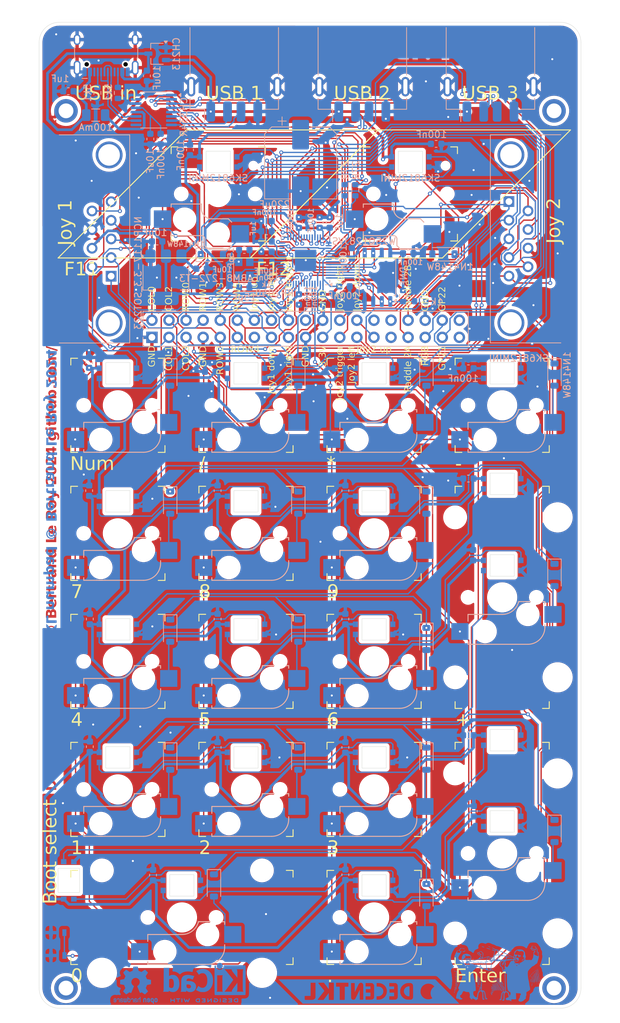
<source format=kicad_pcb>
(kicad_pcb (version 20240108) (generator "pcbnew") (generator_version "8.0")
  (layers (0 "F.Cu" signal) (31 "B.Cu" signal) (34 "B.Paste" user) (35 "F.Paste" user) (36 "B.SilkS" user "B.Silkscreen") (37 "F.SilkS" user "F.Silkscreen") (38 "B.Mask" user) (39 "F.Mask" user) (44 "Edge.Cuts" user))
  (net 0 "")
  (net 1 "GND")
  (net 2 "VBUS")
  (net 3 "Net-(D1-A)")
  (net 4 "/F12/RGB_OUT")
  (net 5 "+3.3V")
  (net 6 "/F11/RGB_OUT")
  (net 7 "+1V1")
  (net 8 "Net-(U3-XIN)")
  (net 9 "Net-(C35-Pad2)")
  (net 10 "Net-(U4-VDD33)")
  (net 11 "ROW0")
  (net 12 "Net-(D3-A)")
  (net 13 "ROW1")
  (net 14 "Net-(D5-A)")
  (net 15 "/Num/RGB_OUT")
  (net 16 "Net-(D7-A)")
  (net 17 "/Over/RGB_OUT")
  (net 18 "Net-(D9-A)")
  (net 19 "/Minus/RGB_IN")
  (net 20 "Net-(D11-A)")
  (net 21 "/Minus/RGB_OUT")
  (net 22 "ROW2")
  (net 23 "Net-(D13-A)")
  (net 24 "/Nine/RGB_OUT")
  (net 25 "/Four/RGB_IN")
  (net 26 "Net-(D15-A)")
  (net 27 "/Eight/RGB_IN")
  (net 28 "Net-(D17-A)")
  (net 29 "/Eight/RGB_OUT")
  (net 30 "Net-(D19-A)")
  (net 31 "Net-(D21-A)")
  (net 32 "ROW3")
  (net 33 "/Five/RGB_OUT")
  (net 34 "/Five/RGB_IN")
  (net 35 "Net-(D23-A)")
  (net 36 "/RGB44/RGB_IN")
  (net 37 "Net-(D25-A)")
  (net 38 "ROW4")
  (net 39 "/Three/RGB_IN")
  (net 40 "/One/RGB_OUT")
  (net 41 "Net-(D27-A)")
  (net 42 "Net-(D29-A)")
  (net 43 "/Enter/RGB_IN")
  (net 44 "Net-(D31-A)")
  (net 45 "/Enter/RGB_OUT")
  (net 46 "Net-(D33-A)")
  (net 47 "/One/RGB_IN")
  (net 48 "Net-(D35-A)")
  (net 49 "ROW5")
  (net 50 "/RGB62/RGB_IN")
  (net 51 "Net-(D37-A)")
  (net 52 "/Point/RGB_IN")
  (net 53 "/Point/RGB_OUT")
  (net 54 "/RGB63/RGB_OUT")
  (net 55 "Net-(U4-V5)")
  (net 56 "JOY1_DOWN")
  (net 57 "JOY1_UP")
  (net 58 "JOY1_PADDLEB")
  (net 59 "JOY1_LEFT")
  (net 60 "JOY1_TRIGGER")
  (net 61 "JOY1_PADDLEA")
  (net 62 "JOY1_RIGHT")
  (net 63 "JOY2_UP")
  (net 64 "JOY2_RIGHT")
  (net 65 "JOY2_PADDLEA")
  (net 66 "JOY2_LEFT")
  (net 67 "JOY2_PADDLEB")
  (net 68 "JOY2_DOWN")
  (net 69 "JOY2_TRIGGER")
  (net 70 "COL0")
  (net 72 "Net-(J5-CC1)")
  (net 74 "Net-(J5-CC2)")
  (net 75 "Net-(U2-~{CS})")
  (net 76 "/2040/USB_BOOT")
  (net 77 "Net-(U3-XOUT)")
  (net 78 "COL1")
  (net 79 "COL2")
  (net 80 "COL3")
  (net 81 "Net-(U2-DI(IO0))")
  (net 82 "Net-(U2-IO2)")
  (net 83 "Net-(U2-DO(IO1))")
  (net 84 "Net-(U2-IO3)")
  (net 85 "Net-(U2-CLK)")
  (net 86 "GP21")
  (net 87 "GP22")
  (net 88 "/2040/SWDIO")
  (net 89 "GP23")
  (net 90 "GP24")
  (net 91 "/2040/SWCLK")
  (net 92 "GP25")
  (net 93 "/2040/RUN")
  (net 96 "Net-(U5-VI+)")
  (net 97 "/USB/USB1-D-")
  (net 98 "/USB/USB1-D+")
  (net 99 "/USB/USB-IN-D-")
  (net 100 "/USB/USB-IN-D+")
  (net 101 "/USB/USB2-D+")
  (net 102 "/USB/USB2-D-")
  (net 103 "/USB/USB3-D-")
  (net 104 "/USB/USB3-D+")
  (net 105 "/USB-PI-D-")
  (net 106 "/USB-PI-D+")
  (net 107 "/2040/PI-D+")
  (net 108 "/2040/PI-D-")
  (net 109 "RGB")
  (footprint "DecenTKL:Kailh_socket_MX_1-00U" (layer "F.Cu") (at 95.25 76.2)
    (property "Reference" "SW7" (hide yes))
    (property "Value" "MX" (hide yes))
  )
  (footprint "DecenTKL:Kailh_socket_MX_1-00U" (layer "F.Cu") (at 57.15 114.3)
    (property "Reference" "SW12" (hide yes))
    (property "Value" "MX" (hide yes))
  )
  (footprint "DecenTKL:Kailh_socket_Choc_1-50U-XE" (layer "F.Cu") (at 78.462 45.79)
    (property "Reference" "SW3" (hide yes))
    (property "Value" "Choc" (hide yes))
  )
  (footprint "DecenTKL:Kailh_socket_MX_1-00U" (layer "F.Cu") (at 38.1 76.2)
    (property "Reference" "SW4" (hide yes))
    (property "Value" "MX" (hide yes))
  )
  (footprint "MountingHole:MountingHole_2.2mm_M2_ISO7380_Pad" (layer "F.Cu") (at 102.3305 28.575)
    (property "Reference" "REF**" (hide yes))
    (property "Value" "MountingHole_2.2mm_M2_ISO7380_Pad" (hide yes))
  )
  (footprint "DecenTKL:Kailh_socket_MX_1-00U" (layer "F.Cu") (at 38.1 114.3)
    (property "Reference" "SW15" (hide yes))
    (property "Value" "MX" (hide yes))
  )
  (footprint "DecenTKL:Kailh_socket_MX_1-00U" (layer "F.Cu") (at 57.15 76.2)
    (property "Reference" "SW5" (hide yes))
    (property "Value" "MX" (hide yes))
  )
  (footprint "MountingHole:MountingHole_2.2mm_M2_ISO7380_Pad" (layer "F.Cu") (at 102.3305 159.1)
    (property "Reference" "REF**" (hide yes))
    (property "Value" "MountingHole_2.2mm_M2_ISO7380_Pad" (hide yes))
  )
  (footprint "DecenTKL:Kailh_socket_MX_1-00U" (layer "F.Cu") (at 76.2 114.3)
    (property "Reference" "SW13" (hide yes))
    (property "Value" "MX" (hide yes))
  )
  (footprint "DecenTKL:Kailh_socket_MX_2-00U_V" (layer "F.Cu") (at 94.615 139.065001)
    (property "Reference" "SW17" (hide yes))
    (property "Value" "2UvMX" (hide yes))
  )
  (footprint "DecenTKL:Kailh_socket_MX_1-00U" (layer "F.Cu") (at 38.1 95.25)
    (property "Reference" "SW9" (hide yes))
    (property "Value" "MX" (hide yes))
  )
  (footprint "DecenTKL:Kailh_socket_MX_1-00U" (layer "F.Cu") (at 76.2 95.25)
    (property "Reference" "SW11" (hide yes))
    (property "Value" "MX" (hide yes))
  )
  (footprint "MountingHole:MountingHole_2.2mm_M2_ISO7380_Pad" (layer "F.Cu") (at 29.7492 159.1)
    (property "Reference" "REF**" (hide yes))
    (property "Value" "MountingHole_2.2mm_M2_ISO7380_Pad" (hide yes))
  )
  (footprint "DecenTKL:Kailh_socket_MX_1-00U" (layer "F.Cu") (at 76.2 133.35)
    (property "Reference" "SW16" (hide yes))
    (property "Value" "MX" (hide yes))
  )
  (footprint "DecenTKL:Kailh_socket_MX_1-00U" (layer "F.Cu") (at 38.1 133.35)
    (property "Reference" "SW18" (hide yes))
    (property "Value" "MX" (hide yes))
  )
  (footprint "DecenTKL:Kailh_socket_MX_1-00U" (layer "F.Cu") (at 57.15 133.35)
    (property "Reference" "SW14" (hide yes))
    (property "Value" "MX" (hide yes))
  )
  (footprint "MountingHole:MountingHole_2.2mm_M2_ISO7380_Pad" (layer "F.Cu") (at 29.7492 28.575)
    (property "Reference" "REF**" (hide yes))
    (property "Value" "MountingHole_2.2mm_M2_ISO7380_Pad" (hide yes))
  )
  (footprint "DecenTKL:Kailh_socket_MX_1-00U" (layer "F.Cu") (at 76.2 76.2)
    (property "Reference" "SW6" (hide yes))
    (property "Value" "MX" (hide yes))
  )
  (footprint "DecenTKL:Kailh_socket_Choc_1-50U-XE" (layer "F.Cu") (at 49.887 45.79)
    (property "Reference" "SW2" (hide yes))
    (property "Value" "Choc" (hide yes))
  )
  (footprint "DecenTKL:Kailh_socket_MX_1-00U" (layer "F.Cu") (at 57.15 95.25)
    (property "Reference" "SW10" (hide yes))
    (property "Value" "MX" (hide yes))
  )
  (footprint "LOGO" (layer "F.Cu") (at 79.965 18.990001)
    (property "Reference" "G***" (hide yes))
    (property "Value" "LOGO" (hide yes))
  )
  (footprint "DecenTKL:Kailh_socket_MX_1-00U" (layer "F.Cu") (at 76.2 152.4)
    (property "Reference" "SW20" (hide yes))
    (property "Value" "MX" (hide yes))
  )
  (footprint "DecenTKL:Kailh_socket_MX_2-00U_V" (layer "F.Cu") (at 94.615 100.965001)
    (property "Reference" "SW8" (hide yes))
    (property "Value" "2UvMX" (hide yes))
  )
  (footprint "DecenTKL:Kailh_socket_MX_2-00U" (layer "F.Cu") (at 47.625 152.4)
    (property "Reference" "SW19" (hide yes))
    (property "Value" "2UMX" (hide yes))
  )
  (footprint "DecenTKL:SK6812 MINI-EA" (layer "B.Cu") (at 94.615 84.074001 180)
    (property "Reference" "D14" (hide yes))
    (property "Value" "SK6812MINI")
    (fp_rect (start 1.8 -1.6) (end -1.8 1.6) (stroke (width 0.05)) (fill none) (layer "Edge.Cuts"))
  )
  (footprint "Connector_Dsub:DSUB-9_Male_Horizontal_P2.77x2.84mm_EdgePinOffset4.94mm_Housed_MountingHolesOffset7.48mm" (layer "B.Cu") (at 36.461581 53.175 90)
    (property "Reference" "J1" (hide yes))
    (property "Value" "Joystick1")
  )
  (footprint "DecenTKL:D_SOD-123" (layer "B.Cu") (at 102.39375 97.63125 -90)
    (property "Reference" "D13" (hide yes))
    (property "Value" "1N4148W" (hide yes))
  )
  (footprint "DecenTKL:C_0603_1608Metric" (layer "B.Cu") (at 90.29 94.690001 90)
    (property "Reference" "C36" (hide yes))
    (property "Value" "100nF" (hide yes))
  )
  (footprint "DecenTKL:C_0603_1608Metric" (layer "B.Cu") (at 43.815 32.766001 -90)
    (property "Reference" "C40" (hide yes))
    (property "Value" "100nF")
  )
  (footprint "DecenTKL:C_0603_1608Metric" (layer "B.Cu") (at 64.389 45.212001 90)
    (property "Reference" "C24" (hide yes))
    (property "Value" "100nF")
  )
  (footprint "DecenTKL:D_SOD-123" (layer "B.Cu") (at 45.24375 124.968001 -90)
    (property "Reference" "D33" (hide yes))
    (property "Value" "1N4148W" (hide yes))
  )
  (footprint "DecenTKL:D_SOD-123" (layer "B.Cu") (at 45.24375 105.918001 -90)
    (property "Reference" "D27" (hide yes))
    (property "Value" "1N4148W" (hide yes))
  )
  (footprint "DecenTKL:D_SOD-123" (layer "B.Cu") (at 85.8775 49.92 180)
    (property "Reference" "D3" (hide yes))
    (property "Value" "1N4148W")
  )
  (footprint "Connector_USB:USB_C_Receptacle_HCTL_HC-TYPE-C-16P-01A" (layer "B.Cu") (at 35.71875 19.05)
    (property "Reference" "J5" (hide yes))
    (property "Value" "USB_C_Receptacle_USB2.0_16P")
  )
  (footprint "DecenTKL:C_0603_1608Metric" (layer "B.Cu") (at 56.261 54.864001 180)
    (property "Reference" "C34" (hide yes))
    (property "Value" "15pF")
  )
  (footprint "DecenTKL:C_0603_1608Metric" (layer "B.Cu") (at 71.165 54.690001)
    (property "Reference" "C27" (hide yes))
    (property "Value" "100nF")
  )
  (footprint "DecenTKL:C_0603_1608Metric" (layer "B.Cu") (at 52.29 104.190001 90)
    (property "Reference" "C11" (hide yes))
    (property "Value" "100nF" (hide yes))
  )
  (footprint "DecenTKL:C_0603_1608Metric" (layer "B.Cu") (at 90.39 132.790001 90)
    (property "Reference" "C38" (hide yes))
    (property "Value" "100nF" (hide yes))
  )
  (footprint "Fuse:Fuse_1206_3216Metric" (layer "B.Cu") (at 34.163 29.210001 180)
    (property "Reference" "F1" (hide yes))
    (property "Value" "100mA")
  )
  (footprint "DecenTKL:SK6812 MINI-EA" (layer "B.Cu") (at 94.615 96.220001 180)
    (property "Reference" "D39" (hide yes))
    (property "Value" "SK6812MINI")
    (fp_rect (start 1.8 -1.6) (end -1.8 1.6) (stroke (width 0.05)) (fill none) (layer "Edge.Cuts"))
  )
  (footprint "DecenTKL:C_0603_1608Metric" (layer "B.Cu") (at 71.29 85.090001 90)
    (property "Reference" "C10" (hide yes))
    (property "Value" "100nF" (hide yes))
  )
  (footprint "DecenTKL:SK6812 MINI-EA" (layer "B.Cu") (at 75.565 67.627501 180)
    (property "Reference" "D10" (hide yes))
    (property "Value" "SK6812MINI")
    (fp_rect (start 1.8 -1.6) (end -1.8 1.6) (stroke (width 0.05)) (fill none) (layer "Edge.Cuts"))
  )
  (footprint "DecenTKL:SK6812 MINI-EA" (layer "B.Cu") (at 56.515 105.727501 180)
    (property "Reference" "D22" (hide yes))
    (property "Value" "SK6812MINI")
    (fp_rect (start 1.8 -1.6) (end -1.8 1.6) (stroke (width 0.05)) (fill none) (layer "Edge.Cuts"))
  )
  (footprint "DecenTKL:C_0603_1608Metric" (layer "B.Cu") (at 52.29 85.090001 90)
    (property "Reference" "C9" (hide yes))
    (property "Value" "100nF" (hide yes))
  )
  (footprint "DecenTKL:C_0603_1608Metric" (layer "B.Cu") (at 84.79 33.490001)
    (property "Reference" "C2" (hide yes))
    (property "Value" "100nF")
  )
  (footprint "DecenTKL:C_0603_1608Metric" (layer "B.Cu") (at 33.19 85.090001 90)
    (property "Reference" "C8" (hide yes))
    (property "Value" "100nF" (hide yes))
  )
  (footprint "DecenTKL:C_0603_1608Metric" (layer "B.Cu") (at 59.565 44.966001 180)
    (property "Reference" "C30" (hide yes))
    (property "Value" "100nF")
  )
  (footprint "DecenTKL:D_SOD-123" (layer "B.Cu") (at 83.34375 107.15625 -90)
    (property "Reference" "D23" (hide yes))
    (property "Value" "1N4148W" (hide yes))
  )
  (footprint "DecenTKL:C_0603_1608Metric" (layer "B.Cu") (at 71.29 104.190001 90)
    (property "Reference" "C12" (hide yes))
    (property "Value" "100nF" (hide yes))
  )
  (footprint "DecenTKL:C_0603_1608Metric" (layer "B.Cu") (at 48.19 34.390001 90)
    (property "Reference" "C1" (hide yes))
    (property "Value" "100nF")
  )
  (footprint "DecenTKL:D_SOD-123" (layer "B.Cu") (at 51.435 50.00625)
    (property "Reference" "D1" (hide yes))
    (property "Value" "1N4148W")
  )
  (footprint "DecenTKL:SK6812 MINI-EA" (layer "B.Cu") (at 30.165 143.080001 -90)
    (property "Reference" "D36" (hide yes))
    (property "Value" "SK6812MINI")
    (fp_rect (start 1.8 -1.6) (end -1.8 1.6) (stroke (width 0.05)) (fill none) (layer "Edge.Cuts"))
  )
  (footprint "DecenTKL:D_SOD-123" (layer "B.Cu") (at 45.24375 86.868001 -90)
    (property "Reference" "D15" (hide yes))
    (property "Value" "1N4148W" (hide yes))
  )
  (footprint "DecenTKL:C_0603_1608Metric" (layer "B.Cu") (at 30.099 25.654001 180)
    (property "Reference" "C43" (hide yes))
    (property "Value" "1uF")
  )
  (footprint "DecenTKL:SK6812 MINI-EA" (layer "B.Cu") (at 75.565 86.677501 180)
    (property "Reference" "D20" (hide yes))
    (property "Value" "SK6812MINI")
    (fp_rect (start 1.8 -1.6) (end -1.8 1.6) (stroke (width 0.05)) (fill none) (layer "Edge.Cuts"))
  )
  (footprint "DecenTKL:C_0603_1608Metric" (layer "B.Cu") (at 43.307 48.006001 180)
    (property "Reference" "C21" (hide yes))
    (property "Value" "10uF")
  )
  (footprint "Package_SO:SOIC-8_5.23x5.23mm_P1.27mm" (layer "B.Cu") (at 76.073 53.340001 90)
    (property "Reference" "U2" (hide yes))
    (property "Value" "W25Q128JVS")
  )
  (footprint "DecenTKL:C_0603_1608Metric" (layer "B.Cu") (at 72.263 49.784001 90)
    (property "Reference" "C25" (hide yes))
    (property "Value" "100nF")
  )
  (footprint "Resistor_SMD:R_0603_1608Metric" (layer "B.Cu") (at 37.465 25.908001 -90)
    (property "Reference" "R6" (hide yes))
    (property "Value" "5k1")
  )
  (footprint "DecenTKL:SK6812 MINI-EA" (layer "B.Cu") (at 37.465 67.627501 180)
    (property "Reference" "D6" (hide yes))
    (property "Value" "SK6812MINI" (hide yes))
    (fp_rect (start 1.8 -1.6) (end -1.8 1.6) (stroke (width 0.05)) (fill none) (layer "Edge.Cuts"))
  )
  (footprint "DecenTKL:D_SOD-123" (layer "B.Cu") (at 102.39375 135.73125 -90)
    (property "Reference" "D31" (hide yes))
    (property "Value" "1N4148W" (hide yes))
  )
  (footprint "DecenTKL:SK6812 MINI-EA" (layer "B.Cu") (at 56.515 67.627501 180)
    (property "Reference" "D8" (hide yes))
    (property "Value" "SK6812MINI")
    (fp_rect (start 1.8 -1.6) (end -1.8 1.6) (stroke (width 0.05)) (fill none) (layer "Edge.Cuts"))
  )
  (footprint "DecenTKL:C_0603_1608Metric" (layer "B.Cu") (at 52.29 123.290001 90)
    (property "Reference" "C13" (hide yes))
    (property "Value" "100nF" (hide yes))
  )
  (footprint "DecenTKL:D_SOD-123" (layer "B.Cu") (at 83.34375 86.868001 -90)
    (property "Reference" "D19" (hide yes))
    (property "Value" "1N4148W" (hide yes))
  )
  (footprint "DecenTKL:C_0603_1608Metric" (layer "B.Cu") (at 49.911 52.070001)
    (property "Reference" "C20" (hide yes))
    (property "Value" "10uF")
  )
  (footprint "DecenTKL:SW_Push_1P1T_XKB_TS-1177A-C" (layer "B.Cu") (at 28.51 152.550001 -90)
    (property "Reference" "SW1" (hide yes))
    (property "Value" "BOOTSEL" (hide yes))
  )
  (footprint "Capacitor_SMD:CP_Elec_10x10.5" (layer "B.Cu") (at 64.643 36.322001 -90)
    (property "Reference" "C41" (hide yes))
    (property "Value" "220uF")
  )
  (footprint "Connector_USB:USB_A_Receptacle_GCT_USB1046" (layer "B.Cu") (at 73.81875 21.43125)
    (property "Reference" "J6" (hide yes))
    (property "Value" "USB_A")
  )
  (footprint "DecenTKL:C_0603_1608Metric" (layer "B.Cu") (at 67.945 56.642001 -90)
    (property "Reference" "C28" (hide yes))
    (property "Value" "100nF")
  )
  (footprint "DecenTKL:SK6812 MINI-EA" (layer "B.Cu") (at 94.615 134.310001 180)
    (property "Reference" "D41" (hide yes))
    (property "Value" "SK6812MINI")
    (fp_rect (start 1.8 -1.6) (end -1.8 1.6) (stroke (width 0.05)) (fill none) (layer "Edge.Cuts"))
  )
  (footprint "DecenTKL:SK6812 MINI-EA" (layer "B.Cu") (at 52.387 36.1775 180)
    (property "Reference" "D2" (hide yes))
    (property "Value" "SK6812MINI")
    (fp_rect (start 1.8 -1.6) (end -1.8 1.6) (stroke (width 0.05)) (fill none) (layer "Edge.Cuts"))
  )
  (footprint "DecenTKL:C_0603_1608Metric" (layer "B.Cu") (at 80.645 49.784001 180)
    (property "Reference" "C33" (hide yes))
    (property "Value" "100nF")
  )
  (footprint "DecenTKL:SK6812 MINI-EA" (layer "B.Cu") (at 56.515 124.777501 180)
    (property "Reference" "D26" (hide yes))
    (property "Value" "SK6812MINI")
    (fp_rect (start 1.8 -1.6) (end -1.8 1.6) (stroke (width 0.05)) (fill none) (layer "Edge.Cuts"))
  )
  (footprint "DecenTKL:C_0603_1608Metric" (layer "B.Cu") (at 27.49 145.090001 90)
    (property "Reference" "C18" (hide yes))
    (property "Value" "100nF" (hide yes))
  )
  (footprint "DecenTKL:C_0603_1608Metric" (layer "B.Cu") (at 33.19 66.040001 90)
    (property "Reference" "C3" (hide yes))
    (property "Value" "100nF" (hide yes))
  )
  (footprint "DecenTKL:D_SOD-123" (layer "B.Cu") (at 64.29375 124.968001 -90)
    (property "Reference" "D25" (hide yes))
    (property "Value" "1N4148W" (hide yes))
  )
  (footprint "Connector_USB:USB_A_Receptacle_GCT_USB1046" (layer "B.Cu") (at 54.76875 21.43125)
    (property "Reference" "J4" (hide yes))
    (property "Value" "USB_A")
  )
  (footprint "Symbol:KiCad-Logo2_6mm_Copper" (layer "B.Cu") (at 50.325 157.590001 180)
    (property "Reference" "REF**" (hide yes))
    (property "Value" "KiCad-Logo2_6mm_Copper" (hide yes))
  )
  (footprint "DecenTKL:SK6812 MINI-EA" (layer "B.Cu") (at 56.515 86.677501 180)
    (property "Reference" "D18" (hide yes))
    (property "Value" "SK6812MINI")
    (fp_rect (start 1.8 -1.6) (end -1.8 1.6) (stroke (width 0.05)) (fill none) (layer "Edge.Cuts"))
  )
  (footprint "Package_SO:QSOP-16_3.9x4.9mm_P0.635mm" (layer "B.Cu") (at 42.799 28.448001 180)
    (property "Reference" "U4" (hide yes))
    (property "Value" "CH334R")
  )
  (footprint "DecenTKL:C_0603_1608Metric" (layer "B.Cu") (at 89.59 66.890001 180)
    (property "Reference" "C6" (hide yes))
    (property "Value" "100nF")
  )
  (footprint "Resistor_SMD:R_0603_1608Metric" (layer "B.Cu") (at 79.883 56.134001 -90)
    (property "Reference" "R3" (hide yes))
    (property "Value" "DNF")
  )
  (footprint "DecenTKL:C_0603_1608Metric" (layer "B.Cu") (at 89.59 83.290001 180)
    (property "Reference" "C7" (hide yes))
    (property "Value" "100nF" (hide yes))
  )
  (footprint "DecenTKL:SK6812 MINI-EA" (layer "B.Cu") (at 37.465 86.677501 180)
    (property "Reference" "D16" (hide yes))
    (property "Value" "SK6812MINI")
    (fp_rect (start 1.8 -1.6) (end -1.8 1.6) (stroke (width 0.05)) (fill none) (layer "Edge.Cuts"))
  )
  (footprint "DecenTKL:D_SOD-123" (layer "B.Cu") (at 83.34375 124.968001 -90)
    (property "Reference" "D29" (hide yes))
    (property "Value" "1N4148W" (hide yes))
  )
  (footprint "Resistor_SMD:R_0603_1608Metric" (layer "B.Cu") (at 72.771 40.386001 -90)
    (property "Reference" "R1" (hide yes))
    (property "Value" "27R")
  )
  (footprint "DecenTKL:D_SOD-123" (layer "B.Cu") (at 102.39375 67.818001 -90)
    (property "Reference" "D11" (hide yes))
    (property "Value" "1N4148W")
  )
  (footprint "DecenTKL:C_0603_1608Metric" (layer "B.Cu") (at 59.565 46.490001 180)
    (property "Reference" "C31" (hide yes))
    (property "Value" "1uF")
  )
  (footprint "DecenTKL:C_0603_1608Metric" (layer "B.Cu") (at 42.291 32.766001 -90)
    (property "Reference" "C39" (hide yes))
    (property "Value" "10uF")
  )
  (footprint "DecenTKL:C_0603_1608Metric" (layer "B.Cu") (at 71.29 142.240001 90)
    (property "Reference" "C19" (hide yes))
    (property "Value" "100nF" (hide yes))
  )
  (footprint "DecenTKL:D_SOD-123" (layer "B.Cu") (at 64.29375 86.868001 -90)
    (property "Reference" "D17" (hide yes))
    (property "Value" "1N4148W" (hide yes))
  )
  (footprint "DecenTKL:D_SOD-123" (layer "B.Cu") (at 83.34375 145.25625 -90)
    (property "Reference" "D37" (hide yes))
    (property "Value" "1N4148W" (hide yes))
  )
  (footprint "DecenTKL:C_0603_1608Metric" (layer "B.Cu") (at 33.29 104.190001 90)
    (property "Reference" "C14" (hide yes))
    (property "Value" "100nF" (hide yes))
  )
  (footprint "DecenTKL:SK6812 MINI-EA" (layer "B.Cu") (at 75.565 143.827501 180)
    (property "Reference" "D38" (hide yes))
    (property "Value" "SK6812MINI")
    (fp_rect (start 1.8 -1.6) (end -1.8 1.6) (stroke (width 0.05)) (fill none) (layer "Edge.Cuts"))
  )
  (footprint "Connector_USB:USB_A_Receptacle_GCT_USB1046" (layer "B.Cu") (at 92.86875 21.43125)
    (property "Reference" "J7" (hide yes))
    (property "Value" "USB_A")
  )
  (footprint "DecenTKL:C_0603_1608Metric" (layer "B.Cu") (at 67.465 45.190001 90)
    (property "Reference" "C26" (hide yes))
    (property "Value" "100nF")
  )
  (footprint "DecenTKL:C_0603_1608Metric" (layer "B.Cu") (at 42.69 142.290001 90)
    (property "Reference" "C37" (hide yes))
    (property "Value" "100nF" (hide yes))
  )
  (footprint "DecenTKL:C_0603_1608Metric" (layer "B.Cu") (at 33.29 123.190001 90)
    (property "Reference" "C17" (hide yes))
    (property "Value" "100nF" (hide yes))
  )
  (footprint "DecenTKL:SK6812 MINI-EA" (layer "B.Cu") (at 75.565 124.777501 180)
    (property "Reference" "D30" (hide yes))
    (property "Value" "SK6812MINI")
    (fp_rect (start 1.8 -1.6) (end -1.8 1.6) (stroke (width 0.05)) (fill none) (layer "Edge.Cuts"))
  )
  (footprint "DecenTKL:C_0603_1608Metric" (layer "B.Cu") (at 68.965 45.190001 90)
    (property "Reference" "C32" (hide yes))
    (property "Value" "1uF")
  )
  (footprint "DecenTKL:SK6812 MINI-EA" (layer "B.Cu") (at 37.465 105.727501 180)
    (property "Reference" "D28" (hide yes))
    (property "Value" "SK6812MINI")
    (fp_rect (start 1.8 -1.6) (end -1.8 1.6) (stroke (width 0.05)) (fill none) (layer "Edge.Cuts"))
  )
  (footprint "DecenTKL:C_0603_1608Metric" (layer "B.Cu") (at 56.261 49.276001)
    (property "Reference" "C35" (hide yes))
    (property "Value" "15pF")
  )
  (footprint "DecenTKL:D_SOD-123" (layer "B.Cu") (at 64.29375 67.818001 -90)
    (property "Reference" "D7" (hide yes))
    (property "Value" "1N4148W" (hide yes))
  )
  (footprint "DecenTKL:SK6812 MINI-EA" (layer "B.Cu") (at 46.975 143.820001 180)
    (property "Reference" "D40" (hide yes))
    (property "Value" "SK6812MINI")
    (fp_rect (start 1.8 -1.6) (end -1.8 1.6) (stroke (width 0.05)) (fill none) (layer "Edge.Cuts"))
  )
  (footprint "LOGO" (layer "B.Cu") (at 74.795 159.600001 180)
    (property "Reference" "G***" (hide yes))
    (property "Value" "LOGO" (hide yes))
  )
  (footprint "DecenTKL:SK6812 MINI-EA" (layer "B.Cu") (at 94.615 122.220001 180)
    (property "Reference" "D32" (hide yes))
    (property "Value" "SK6812MINI")
    (fp_rect (start 1.8 -1.6) (end -1.8 1.6) (stroke (width 0.05)) (fill none) (layer "Edge.Cuts"))
  )
  (footprint "DecenTKL:D_SOD-123" (layer "B.Cu") (at 83.34375 67.818001 -90)
    (property "Reference" "D9" (hide yes))
    (property "Value" "1N4148W" (hide yes))
  )
  (footprint "DecenTKL:C_0603_1608Metric" (layer "B.Cu") (at 71.29 123.290001 90)
    (property "Reference" "C15" (hide yes))
    (property "Value" "100nF" (hide yes))
  )
  (footprint "DecenTKL:C_0603_1608Metric" (layer "B.Cu") (at 59.563 48.006001 180)
    (property "Reference" "C22" (hide yes))
    (property "Value" "100nF")
  )
  (footprint "Package_TO_SOT_SMD:SOT-223-3_TabPin2" (layer "B.Cu") (at 44.60875 53.340001 -90)
    (property "Reference" "U1" (hide yes))
    (property "Value" "NCP1117-3.3_SOT223")
  )
  (footprint "DecenTKL:C_0603_1608Metric" (layer "B.Cu") (at 59.563 49.530001 180)
    (property "Reference" "C23" (hide yes))
    (property "Value" "100nF")
  )
  (footprint "DecenTKL:SK6812 MINI-EA" (layer "B.Cu") (at 94.615 67.627501 180)
    (property "Reference" "D12" (hide yes))
    (property "Value" "SK6812MINI")
    (fp_rect (start 1.8 -1.6) (end -1.8 1.6) (stroke (width 0.05)) (fill none) (layer "Edge.Cuts"))
  )
  (footprint "DecenTKL:D_SOD-123" (layer "B.Cu") (at 51.7525 143.827501 -90)
    (property "Reference" "D35" (hide yes))
    (property "Value" "1N4148W" (hide yes))
  )
  (footprint "DecenTKL:D_SOD-123" (layer "B.Cu") (at 45.24375 67.818001 -90)
    (property "Reference" "D5" (hide yes))
    (property "Value" "1N4148W" (hide yes))
  )
  (footprint "DecenTKL:SK6812 MINI-EA" (layer "B.Cu") (at 80.9625 36.1775 180)
    (property "Reference" "D4" (hide yes))
    (property "Value" "SK6812MINI")
    (fp_rect (start 1.8 -1.6) (end -1.8 1.6) (stroke (width 0.05)) (fill none) (layer "Edge.Cuts"))
  )
  (footprint "Package_TO_SOT_SMD:TSOT-23" (layer "B.Cu") (at 43.307 20.066001 180)
    (property "Reference" "U5" (hide yes))
    (property "Value" "CH213")
  )
  (footprint "DecenTKL:SK6812 MINI-EA" (layer "B.Cu") (at 75.565 105.727501 180)
    (property "Reference" "D24" (hide yes))
    (property "Value" "SK6812MINI")
    (fp_rect (start 1.8 -1.6) (end -1.8 1.6) (stroke (width 0.05)) (fill none) (layer "Edge.Cuts"))
  )
  (footprint "Symbol:OSHW-Logo2_7.3x6mm_Copper" (layer "B.Cu") (at 40.095 158.670001 180)
    (property "Reference" "REF**" (hide yes))
    (property "Value" "OSHW-Logo2_7.3x6mm_Copper" (hide yes))
  )
  (footprint "DecenTKL:C_0603_1608Metric" (layer "B.Cu") (at 41.783 23.368001 90)
    (property "Reference" "C42" (hide yes))
    (property "Value" "10uF")
  )
  (footprint "DecenTKL:C_0603_1608Metric" (layer "B.Cu") (at 64.389 56.642001 -90)
    (property "Reference" "C29" (hide yes))
    (property "Value" "100nF")
  )
  (footprint "Resistor_SMD:R_0603_1608Metric" (layer "B.Cu") (at 59.563 51.054001)
    (property "Reference" "R5" (hide yes))
    (property "Value" "1k")
  )
  (footprint "Resistor_SMD:R_0603_1608Metric" (layer "B.Cu") (at 71.1835 40.386001 -90)
    (property "Reference" "R2" (hide yes))
    (property "Value" "27R")
  )
  (footprint "DecenTKL:D_SOD-123" (layer "B.Cu") (at 64.29375 105.918001 -90)
    (property "Reference" "D21" (hide yes))
    (property "Value" "1N4148W" (hide yes))
  )
  (footprint "Resistor_SMD:R_0603_1608Metric" (layer "B.Cu") (at 82.423 56.896001)
    (property "Reference" "R4" (hide yes))
    (property "Value" "1k")
  )
  (footprint "DecenTKL:C_0603_1608Metric" (layer "B.Cu") (at 89.59 121.490001 180)
    (property "Reference" "C16" (hide yes))
    (property "Value" "100nF" (hide yes))
  )
  (footprint "DecenTKL:C_0603_1608Metric" (layer "B.Cu") (at 70.49 66.890001 180)
    (property "Reference" "C5" (hide yes))
    (property "Value" "100nF" (hide yes))
  )
  (footprint "Connector_PinSocket_2.54mm:PinSocket_2x19_P2.54mm_Vertical" (layer "B.Cu") (at 42.525 62.275 -90)
    (property "Reference" "J3" (hide yes))
    (property "Value" "Conn_02x20_Counter_Clockwise")
  )
  (footprint "Oscillator:Oscillator_SMD_Abracon_ASE-4Pin_3.2x2.5mm" (layer "B.Cu") (at 56.261 52.070001 90)
    (property "Reference" "Y1" (hide yes))
    (property "Value" "ABM8-272-T3")
  )
  (footprint "Resistor_SMD:R_0603_1608Metric" (layer "B.Cu") (at 34.417 25.908001 -90)
    (property "Reference" "R7" (hide yes))
    (property "Value" "5k1")
  )
  (footprint "Library:ScreamingAtTheRadio" (layer "B.Cu") (at 93.801223 155.891602 180)
    (property "Reference" "G***" (hide yes))
    (property "Value" "LOGO" (hide yes))
  )
  (footprint "DecenTKL:SK6812 MINI-EA" (layer "B.Cu") (at 37.465 124.777501 180)
    (property "Reference" "D34" (hide yes))
    (property "Value" "SK6812MINI")
    (fp_rect (start 1.8 -1.6) (end -1.8 1.6) (stroke (width 0.05)) (fill none) (layer "Edge.Cuts"))
  )
  (footprint "Package_DFN_QFN:QFN-56-1EP_7x7mm_P0.4mm_EP3.2x3.2mm" (layer "B.Cu") (at 65.367 50.838001 90)
    (property "Reference" "U3" (hide yes))
    (property "Value" "RP2040")
  )
  (footprint "DecenTKL:C_0603_1608Metric" (layer "B.Cu") (at 51.19 67.390001 180)
    (property "Reference" "C4" (hide yes))
    (property "Value" "100nF" (hide yes))
  )
  (footprint "Connector_Dsub:DSUB-9_Male_Horizontal_P2.77x2.84mm_EdgePinOffset4.94mm_Housed_MountingHolesOffset7.48mm" (layer "B.Cu") (at 95.618419 42.0755 -90)
    (property "Reference" "J2" (hide yes))
    (property "Value" "Joystick2")
  )
  (gr_line (start 28.74925 15.4) (end 103.3305 15.4) (stroke (width 0.05)) (layer "Edge.Cuts"))
  (gr_arc (start 28.74925 162.1) (mid 26.62793 161.22132) (end 25.74925 159.1) (stroke (width 0.05)) (layer "Edge.Cuts"))
  (gr_arc (start 25.74925 18.4) (mid 26.62793 16.27868) (end 28.74925 15.4) (stroke (width 0.05)) (layer "Edge.Cuts"))
  (gr_line (start 103.3305 162.1) (end 28.74925 162.1) (stroke (width 0.05)) (layer "Edge.Cuts"))
  (gr_line (start 106.3305 18.4) (end 106.3305 159.1) (stroke (width 0.05)) (layer "Edge.Cuts"))
  (gr_arc (start 103.3305 15.4) (mid 105.45182 16.27868) (end 106.3305 18.4) (stroke (width 0.05)) (layer "Edge.Cuts"))
  (gr_line (start 25.74925 159.1) (end 25.74925 18.4) (stroke (width 0.05)) (layer "Edge.Cuts"))
  (gr_arc (start 106.3305 159.1) (mid 105.45182 161.22132) (end 103.3305 162.1) (stroke (width 0.05)) (layer "Edge.Cuts"))
  (gr_text "DecenTKL numpad © Bertrand Le Roy 2024 github.com/bleroy/3d-junkyard/DecenTKL" (at 26.797 129.794001 90) (layer "F.Cu") (effects (font (size 1.5 1.5) (thickness 0.3) (bold yes)) (justify left top)))
  (gr_text "DecenTKL numpad © Bertrand Le Roy 2024" (at 28.321 64.008001 270) (layer "B.Cu") (effects (font (size 1.5 1.5) (thickness 0.3) (bold yes)) (justify right top mirror)))
  (gr_text "." (at 68.565 156.210001 0) (layer "F.SilkS") (effects (font (size 2 2) (thickness 0.1)) (justify left top)))
  (gr_text "1" (at 30.465 137.160001 0) (layer "F.SilkS") (effects (font (size 2 2) (thickness 0.1)) (justify left top)))
  (gr_text "Boot select" (at 26.305 146.640001 90) (layer "F.SilkS") (effects (font (size 2 2) (thickness 0.1)) (justify left top)))
  (gr_text "COL2" (at 45.085 58.420001 90) (layer "F.SilkS") (effects (font (size 1 1) (thickness 0.1)) (justify left)))
  (gr_text "USB 3" (at 92.837 24.892001 0) (layer "F.SilkS") (effects (font (size 2 2) (thickness 0.1)) (justify top)))
  (gr_text "Num" (at 30.353 80.010001 0) (layer "F.SilkS") (effects (font (size 2 2) (thickness 0.1)) (justify left top)))
  (gr_text "-" (at 87.615 80.010001 0) (layer "F.SilkS") (effects (font (size 2 2) (thickness 0.1)) (justify left top)))
  (gr_text "ROW1" (at 50.165 58.420001 90) (layer "F.SilkS") (effects (font (size 1 1) (thickness 0.1)) (justify left)))
  (gr_text "/" (at 49.515 80.010001 0) (layer "F.SilkS") (effects (font (size 2 2) (thickness 0.1)) (justify left top)))
  (gr_text "Joy1 right" (at 62.865 63.500001 90) (layer "F.SilkS") (effects (font (size 1 1) (thickness 0.1)) (justify right)))
  (gr_text "Paddle 2B" (at 80.645 58.420001 90) (layer "F.SilkS") (effects (font (size 1 1) (thickness 0.1)) (justify left)))
  (gr_text "+" (at 87.615 118.110001 0) (layer "F.SilkS") (effects (font (size 2 2) (thickness 0.1)) (justify left top)))
  (gr_text "3" (at 68.565 137.160001 0) (layer "F.SilkS") (effects (font (size 2 2) (thickness 0.1)) (justify left top)))
  (gr_text "USB 2" (at 73.787 24.892001 0) (layer "F.SilkS") (effects (font (size 2 2) (thickness 0.1)) (justify top)))
  (gr_text "USB 1" (at 54.737 24.892001 0) (layer "F.SilkS") (effects (font (size 2 2) (thickness 0.1)) (justify top)))
  (gr_text "GND" (at 67.945 58.420001 90) (layer "F.SilkS") (effects (font (size 1 1) (thickness 0.1)) (justify left)))
  (gr_text "5" (at 49.515 118.110001 0) (layer "F.SilkS") (effects (font (size 2 2) (thickness 0.1)) (justify left top)))
  (gr_text "Enter" (at 87.615 156.210001 0) (layer "F.SilkS") (effects (font (size 2 2) (thickness 0.1)) (justify left top)))
  (gr_text "GND" (at 42.545 63.500001 90) (layer "F.SilkS") (effects (font (size 1 1) (thickness 0.1)) (justify right)))
  (gr_text "Joy1 down" (at 60.325 63.500001 90) (layer "F.SilkS") (effects (font (size 1 1) (thickness 0.1)) (justify right)))
  (gr_text "Joy1 up" (at 57.785 58.420001 90) (layer "F.SilkS") (effects (font (size 1 1) (thickness 0.1)) (justify left)))
  (gr_text "ROW3" (at 52.705 58.420001 90) (layer "F.SilkS") (effects (font (size 1 1) (thickness 0.1)) (justify left)))
  (gr_text "COL0" (at 42.545 58.420001 90) (layer "F.SilkS") (effects (font (size 1 1) (thickness 0.1)) (justify left)))
  (gr_text "2" (at 49.515 137.160001 0) (layer "F.SilkS") (effects (font (size 2 2) (thickness 0.1)) (justify left top)))
  (gr_text "Joy2 right" (at 70.485 58.420001 90) (layer "F.SilkS") (effects (font (size 1 1) (thickness 0.1)) (justify left)))
  (gr_text "GP21" (at 85.725 63.500001 90) (layer "F.SilkS") (effects (font (size 1 1) (thickness 0.1)) (justify right)))
  (gr_text "RGB" (at 83.185 63.500001 90) (layer "F.SilkS") (effects (font (size 1 1) (thickness 0.1)) (justify right)))
  (gr_text "F11" (at 29.464 51.054001 0) (layer "F.SilkS") (effects (font (size 2 2) (thickness 0.1)) (justify left top)))
  (gr_text "Joy2 down" (at 73.025 58.420001 90) (layer "F.SilkS") (effects (font (size 1 1) (thickness 0.1)) (justify left)))
  (gr_text "3.3V" (at 67.945 63.500001 90) (layer "F.SilkS") (effects (font (size 1 1) (thickness 0.1)) (justify right)))
  (gr_text "6" (at 68.565 118.110001 0) (layer "F.SilkS") (effects (font (size 2 2) (thickness 0.1)) (justify left top)))
  (gr_text "*" (at 68.453 80.010001 0) (layer "F.SilkS") (effects (font (size 2 2) (thickness 0.1)) (justify left top)))
  (gr_text "ROW2" (at 52.705 63.500001 90) (layer "F.SilkS") (effects (font (size 1 1) (thickness 0.1)) (justify right)))
  (gr_text "GND" (at 65.405 63.500001 90) (layer "F.SilkS") (effects (font (size 1 1) (thickness 0.1)) (justify right)))
  (gr_text "F12" (at 58.039 51.054001 0) (layer "F.SilkS") (effects (font (size 2 2) (thickness 0.1)) (justify left top)))
  (gr_text "0" (at 30.465 156.210001 0) (layer "F.SilkS") (effects (font (size 2 2) (thickness 0.1)) (justify left top)))
  (gr_text "7" (at 30.465 99.060001 0) (layer "F.SilkS") (effects (font (size 2 2) (thickness 0.1)) (justify left top)))
  (gr_text "GP22" (at 85.725 58.420001 90) (layer "F.SilkS") (effects (font (size 1 1) (thickness 0.1)) (justify left)))
  (gr_text "Joy2 left" (at 72.263 63.500001 90) (layer "F.SilkS") (effects (font (size 1 1) (thickness 0.1)) (justify right)))
  (gr_text "Joy 2" (at 101.219 44.917933 90) (layer "F.SilkS") (effects (font (size 2 2) (thickness 0.1)) (justify top)))
  (gr_text "8" (at 49.515 99.060001 0) (layer "F.SilkS") (effects (font (size 2 2) (thickness 0.1)) (justify left top)))
  (gr_text "Joy2 up" (at 75.565 63.500001 0) (layer "F.SilkS") (effects (font (size 1 1) (thickness 0.1)) (justify top)))
  (gr_text "ROW4" (at 54.229 63.500001 0) (layer "F.SilkS") (effects (font (size 1 1) (thickness 0.1)) (justify left top)))
  (gr_text "USB in" (at 35.687 24.892001 0) (layer "F.SilkS") (effects (font (size 2 2) (thickness 0.1)) (justify top)))
  (gr_text "Joy1 trigger" (at 62.865 58.420001 90) (layer "F.SilkS") (effects (font (size 1 1) (thickness 0.1)) (justify left)))
  (gr_text "Paddle 2A" (at 80.645 63.500001 90) (layer "F.SilkS") (effects (font (size 1 1) (thickness 0.1)) (justify right)))
  (gr_text "Joy1 left" (at 60.325 58.420001 90) (layer "F.SilkS") (effects (font (size 1 1) (thickness 0.1)) (justify left)))
  (gr_text "GND" (at 50.165 63.500001 90) (layer "F.SilkS") (effects (font (size 1 1) (thickness 0.1)) (justify right)))
  (gr_text "COL3" (at 47.625 63.500001 90) (layer "F.SilkS") (effects (font (size 1 1) (thickness 0.1)) (justify right)))
  (gr_text "ROW0" (at 47.625 58.420001 90) (layer "F.SilkS") (effects (font (size 1 1) (thickness 0.1)) (justify left)))
  (gr_text "GND" (at 83.185 58.420001 90) (layer "F.SilkS") (effects (font (size 1 1) (thickness 0.1)) (justify left)))
  (gr_text "4" (at 30.465 118.110001 0) (layer "F.SilkS") (effects (font (size 2 2) (thickness 0.1)) (justify left top)))
  (gr_text "Joy2 trigger" (at 70.485 63.500001 90) (layer "F.SilkS") (effects (font (size 1 1) (thickness 0.1)) (justify right)))
  (gr_text "9" (at 68.565 99.060001 0) (layer "F.SilkS") (effects (font (size 2 2) (thickness 0.1)) (justify left top)))
  (gr_text "COL1" (at 45.085 63.500001 90) (layer "F.SilkS") (effects (font (size 1 1) (thickness 0.1)) (justify right)))
  (gr_text "Joy 1" (at 28.575 45.212001 90) (layer "F.SilkS") (effects (font (size 2 2) (thickness 0.1)) (justify top)))
  (gr_text "ROW5" (at 55.245 58.420001 90) (layer "F.SilkS") (effects (font (size 1 1) (thickness 0.1)) (justify left)))
  (segment (start 55.436 51.020001) (end 53.735 51.020001) (width 0.4) (layer "F.Cu") (net 1))
  (segment (start 55.436 51.020001) (end 57.298 51.020001) (width 0.4) (layer "F.Cu") (net 1))
  (segment (start 55.436 51.470001) (end 57.086 53.120001) (width 0.4) (layer "F.Cu") (net 1))
  (segment (start 55.465 40.990001) (end 55.465 41.641001) (width 0.4) (layer "F.Cu") (net 1))
  (segment (start 57.298 51.020001) (end 58.788 49.530001) (width 0.4) (layer "F.Cu") (net 1))
  (segment (start 34.821581 40.246582) (end 33.565 38.990001) (width 0.4) (layer "F.Cu") (net 1))
  (segment (start 55.436 51.020001) (end 55.436 51.470001) (width 0.4) (layer "F.Cu") (net 1))
  (segment (start 102.865 49.790001) (end 99.24792 49.790001) (width 0.4) (layer "F.Cu") (net 1))
  (segment (start 65.385 62.275) (end 67.925 59.735) (width 0.4) (layer "F.Cu") (net 1))
  (segment (start 64.365 44.390001) (end 67.44 44.390001) (width 0.4) (layer "F.Cu") (net 1))
  (segment (start 62.365 50.800001) (end 60.045 53.120001) (width 0.4) (layer "F.Cu") (net 1))
  (segment (start 67.465 44.415001) (end 68.965 44.415001) (width 0.4) (layer "F.Cu") (net 1))
  (segment (start 65.405 50.800001) (end 62.365 50.800001) (width 0.4) (layer "F.Cu") (net 1))
  (segment (start 99.24792 49.790001) (end 98.458419 49.0005) (width 0.4) (layer "F.Cu") (net 1))
  (segment (start 64.389 57.417001) (end 67.945 57.417001) (width 0.4) (layer "F.Cu") (net 1))
  (segment (start 34.821581 45.05) (end 34.821581 40.246582) (width 0.4) (layer "F.Cu") (net 1))
  (segment (start 53.735 51.020001) (end 50.665 54.090001) (width 0.4) (layer "F.Cu") (net 1))
  (segment (start 64.643 44.112001) (end 64.643 40.522001) (width 0.4) (layer "F.Cu") (net 1))
  (segment (start 33.621581 46.25) (end 34.821581 45.05) (width 0.4) (layer "F.Cu") (net 1))
  (segment (start 60.045 53.120001) (end 57.086 53.120001) (width 0.4) (layer "F.Cu") (net 1))
  (segment (start 55.465 41.641001) (end 58.79 44.966001) (width 0.4) (layer "F.Cu") (net 1))
  (segment (start 67.44 44.390001) (end 67.465 44.415001) (width 0.2) (layer "F.Cu") (net 1))
  (segment (start 102.862499 49.7875) (end 102.865 49.790001) (width 0.4) (layer "F.Cu") (net 1))
  (segment (start 64.365 44.390001) (end 64.643 44.112001) (width 0.4) (layer "F.Cu") (net 1))
  (via (at 33.165 64.190001) (size 0.6) (drill 0.3) (layers "F.Cu" "B.Cu") (net 1))
  (via (at 89.565 51.490001) (size 0.6) (drill 0.3) (layers "F.Cu" "B.Cu") (net 1))
  (via (at 92.565 62.490001) (size 0.6) (drill 0.3) (layers "F.Cu" "B.Cu") (net 1))
  (via (at 94.869 80.264001) (size 0.6) (drill 0.3) (layers "F.Cu" "B.Cu") (net 1))
  (via (at 80.49 124.790001) (size 0.6) (drill 0.3) (layers "F.Cu" "B.Cu") (net 1))
  (via (at 86.89 66.990001) (size 0.6) (drill 0.3) (layers "F.Cu" "B.Cu") (net 1))
  (via (at 34.665 56.390001) (size 0.6) (drill 0.3) (layers "F.Cu" "B.Cu") (net 1))
  (via (at 86.765 46.590001) (size 0.6) (drill 0.3) (layers "F.Cu" "B.Cu") (net 1))
  (via (at 67.59 92.690001) (size 0.6) (drill 0.3) (layers "F.Cu" "B.Cu") (net 1))
  (via (at 64.389 57.417001) (size 0.6) (drill 0.3) (layers "F.Cu" "B.Cu") (net 1))
  (via (at 31.19 32.990001) (size 0.6) (drill 0.3) (layers "F.Cu" "B.Cu") (net 1))
  (via (at 68.565 39.990001) (size 0.6) (drill 0.3) (layers "F.Cu" "B.Cu") (net 1))
  (via (at 38.565 47.790001) (size 0.6) (drill 0.3) (layers "F.Cu" "B.Cu") (net 1))
  (via (at 99.265 57.490001) (size 0.6) (drill 0.3) (layers "F.Cu" "B.Cu") (net 1))
  (via (at 81.59 67.090001) (size 0.6) (drill 0.3) (layers "F.Cu" "B.Cu") (net 1))
  (via (at 71.59 74.390001) (size 0.6) (drill 0.3) (layers "F.Cu" "B.Cu") (net 1))
  (via (at 33.79 119.890001) (size 0.6) (drill 0.3) (layers "F.Cu" "B.Cu") (net 1))
  (via (at 68.365 33.290001) (size 0.6) (drill 0.3) (layers "F.Cu" "B.Cu") (net 1))
  (via (at 55.436 51.020001) (size 0.6) (drill 0.3) (layers "F.Cu" "B.Cu") (net 1))
  (via (at 86.59 29.490001) (size 0.6) (drill 0.3) (layers "F.Cu" "B.Cu") (net 1))
  (via (at 58.865 34.990001) (size 0.6) (drill 0.3) (layers "F.Cu" "B.Cu") (net 1))
  (via (at 96.09 108.790001) (size 0.6) (drill 0.3) (layers "F.Cu" "B.Cu") (net 1))
  (via (at 98.665 38.990001) (size 0.6) (drill 0.3) (layers "F.Cu" "B.Cu") (net 1))
  (via (at 51.465 65.990001) (size 0.6) (drill 0.3) (layers "F.Cu" "B.Cu") (net 1))
  (via (at 77.365 41.090001) (size 0.6) (drill 0.3) (layers "F.Cu" "B.Cu") (net 1))
  (via (at 91.265 45.490001) (size 0.6) (drill 0.3) (layers "F.Cu" "B.Cu") (net 1))
  (via (at 67.465 44.415001) (size 0.6) (drill 0.3) (layers "F.Cu" "B.Cu") (net 1))
  (via (at 60.99 106.490001) (size 0.6) (drill 0.3) (layers "F.Cu" "B.Cu") (net 1))
  (via (at 48.69 67.290001) (size 0.6) (drill 0.3) (layers "F.Cu" "B.Cu") (net 1))
  (via (at 40.565 41.490001) (size 0.6) (drill 0.3) (layers "F.Cu" "B.Cu") (net 1))
  (via (at 47.165 66.190001) (size 0.6) (drill 0.3) (layers "F.Cu" "B.Cu") (net 1))
  (via (at 78.39 52.690001) (size 0.6) (drill 0.3) (layers "F.Cu" "B.Cu") (net 1))
  (via (at 74.065 25.090001) (size 0.6) (drill 0.3) (layers "F.Cu" "B.Cu") (net 1))
  (via (at 33.565 38.990001) (size 0.6) (drill 0.3) (layers "F.Cu" "B.Cu") (net 1))
  (via (at 82.79 83.090001) (size 0.6) (drill 0.3) (layers "F.Cu" "B.Cu") (net 1))
  (via (at 102.065 20.890001) (size 0.6) (drill 0.3) (layers "F.Cu" "B.Cu") (net 1))
  (via (at 102.865 49.790001) (size 0.6) (drill 0.3) (layers "F.Cu" "B.Cu") (net 1))
  (via (at 93.565 47.490001) (size 0.6) (drill 0.3) (layers "F.Cu" "B.Cu") (net 1))
  (via (at 58.788 49.530001) (size 0.6) (drill 0.3) (layers "F.Cu" "B.Cu") (net 1))
  (via (at 68.965 44.415001) (size 0.6) (drill 0.3) (layers "F.Cu" "B.Cu") (net 1))
  (via (at 29.29 131.590001) (size 0.6) (drill 0.3) (layers "F.Cu" "B.Cu") (net 1))
  (via (at 46.465 34.890001) (size 0.6) (drill 0.3) (layers "F.Cu" "B.Cu") (net 1))
  (via (at 39.69 140.190001) (size 0.6) (drill 0.3) (layers "F.Cu" "B.Cu") (net 1))
  (via (at 85.09 37.590001) (size 0.6) (drill 0.3) (layers "F.Cu" "B.Cu") (net 1))
  (via (at 65.405 50.800001) (size 0.6) (drill 0.3) (layers "F.Cu" "B.Cu") (net 1))
  (via (at 99.865 69.590001) (size 0.6) (drill 0.3) (layers "F.Cu" "B.Cu") (net 1))
  (via (at 88.265 54.590001) (size 0.6) (drill 0.3) (layers "F.Cu" "B.Cu") (net 1))
  (via (at 40.365 62.390001) (size 0.6) (drill 0.3) (layers "F.Cu" "B.Cu") (net 1))
  (via (at 71.565 29.890001) (size 0.6) (drill 0.3) (layers "F.Cu" "B.Cu") (net 1))
  (via (at 34.59 21.090001) (size 0.6) (drill 0.3) (layers "F.Cu" "B.Cu") (net 1))
  (via (at 59.49 148.090001) (size 0.6) (drill 0.3) (layers "F.Cu" "B.Cu") (net 1))
  (via (at 61.49 124.790001) (size 0.6) (drill 0.3) (layers "F.Cu" "B.Cu") (net 1))
  (via (at 91.865 33.490001) (size 0.6) (drill 0.3) (layers "F.Cu" "B.Cu") (net 1))
  (via (at 84.265 57.990001) (size 0.6) (drill 0.3) (layers "F.Cu" "B.Cu") (net 1))
  (via (at 32.39 82.690001) (size 0.6) (drill 0.3) (layers "F.Cu" "B.Cu") (net 1))
  (via (at 67.945 57.417001) (size 0.6) (drill 0.3) (layers "F.Cu" "B.Cu") (net 1))
  (via (at 40.165 34.890001) (size 0.6) (drill 0.3) (layers "F.Cu" "B.Cu") (net 1))
  (via (at 79.89 106.490001) (size 0.6) (drill 0.3) (layers "F.Cu" "B.Cu") (net 1))
  (via (at 55.465 40.990001) (size 0.6) (drill 0.3) (layers "F.Cu" "B.Cu") (net 1))
  (via (at 40.165 55.190001) (size 0.6) (drill 0.3) (layers "F.Cu" "B.Cu") (net 1))
  (via (at 64.365 44.390001) (size 0.6) (drill 0.3) (layers "F.Cu" "B.Cu") (net 1))
  (via (at 86.59 83.590001) (size 0.6) (drill 0.3) (layers "F.Cu" "B.Cu") (net 1))
  (via (at 48.39 41.990001) (size 0.6) (drill 0.3) (layers "F.Cu" "B.Cu") (net 1))
  (via (at 55.69 39.490001) (size 0.6) (drill 0.3) (layers "F.Cu" "B.Cu") (net 1))
  (via (at 28.29 17.190001) (size 0.6) (drill 0.3) (layers "F.Cu" "B.Cu") (net 1))
  (via (at 69.765 42.890001) (size 0.6) (drill 0.3) (layers "F.Cu" "B.Cu") (net 1))
  (via (at 58.79 44.966001) (size 0.6) (drill 0.3) (layers "F.Cu" "B.Cu") (net 1))
  (via (at 81.765 52.090001) (size 0.6) (drill 0.3) (layers "F.Cu" "B.Cu") (net 1))
  (via (at 57.086 53.120001) (size 0.6) (drill 0.3) (layers "F.Cu" "B.Cu") (net 1))
  (via (at 90.365 37.390001) (size 0.6) (drill 0.3) (layers "F.Cu" "B.Cu") (net 1))
  (via (at 61.69 66.390001) (size 0.6) (drill 0.3) (layers "F.Cu" "B.Cu") (net 1))
  (via (at 59.29 71.190001) (size 0.6) (drill 0.3) (layers "F.Cu" "B.Cu") (net 1))
  (via (at 40.79 120.190001) (size 0.6) (drill 0.3) (layers "F.Cu" "B.Cu") (net 1))
  (via (at 65.69 64.890001) (size 0.6) (drill 0.3) (layers "F.Cu" "B.Cu") (net 1))
  (via (at 42.59 105.290001) (size 0.6) (drill 0.3) (layers "F.Cu" "B.Cu") (net 1))
  (via (at 93.47 51.400001) (size 0.6) (drill 0.3) (layers "F.Cu" "B.Cu") (net 1))
  (via (at 74.865 46.690001) (size 0.6) (drill 0.3) (layers "F.Cu" "B.Cu") (net 1))
  (via (at 77.065 38.090001) (size 0.6) (drill 0.3) (layers "F.Cu" "B.Cu") (net 1))
  (via (at 44.965 64.490001) (size 0.6) (drill 0.3) (layers "F.Cu" "B.Cu") (net 1))
  (via (at 42.59 86.290001) (size 0.6) (drill 0.3) (layers "F.Cu" "B.Cu") (net 1))
  (via (at 66.49 67.790001) (size 0.6) (drill 0.3) (layers "F.Cu" "B.Cu") (net 1))
  (via (at 45.29 121.090001) (size 0.6) (drill 0.3) (layers "F.Cu" "B.Cu") (net 1))
  (via (at 50.665 54.090001) (size 0.6) (drill 0.3) (layers "F.Cu" "B.Cu") (net 1))
  (via (at 43.265 53.390001) (size 0.6) (drill 0.3) (layers "F.Cu" "B.Cu") (net 1))
  (via (at 46.165 53.390001) (size 0.6) (drill 0.3) (layers "F.Cu" "B.Cu") (net 1))
  (via (at 60.89 87.490001) (size 0.6) (drill 0.3) (layers "F.Cu" "B.Cu") (net 1))
  (via (at 64.643 40.522001) (size 0.6) (drill 0.3) (layers "F.Cu" "B.Cu") (net 1))
  (via (at 60.095 160.550001) (size 0.6) (drill 0.3) (layers "F.Cu" "B.Cu") (net 1))
  (via (at 47.965 70.990001) (size 0.6) (drill 0.3) (layers "F.Cu" "B.Cu") (net 1))
  (via (at 51.39 70.290001) (size 0.6) (drill 0.3) (layers "F.Cu" "B.Cu") (net 1))
  (via (at 89.765 60.990001) (size 0.6) (drill 0.3) (layers "F.Cu" "B.Cu") (net 1))
  (via (at 66.565 71.790001) (size 0.6) (drill 0.3) (layers "F.Cu" "B.Cu") (net 1))
  (via (at 90.065 41.090001) (size 0.6) (drill 0.3) (layers "F.Cu" "B.Cu") (net 1))
  (via (at 85.865 70.290001) (size 0.6) (drill 0.3) (layers "F.Cu" "B.Cu") (net 1))
  (via (at 77.31 29.760001) (size 0.6) (drill 0.3) (layers "F.Cu" "B.Cu") (net 1))
  (via (at 66.89 69.390001) (size 0.6) (drill 0.3) (layers "F.Cu" "B.Cu") (net 1))
  (via (at 83.27 24.190001) (size 0.6) (drill 0.3) (layers "F.Cu" "B.Cu") (net 1))
  (via (at 93.265 54.190001) (size 0.6) (drill 0.3) (layers "F.Cu" "B.Cu") (net 1))
  (via (at 70.765 56.690001) (size 0.6) (drill 0.3) (layers "F.Cu" "B.Cu") (net 1))
  (via (at 99.065 63.190001) (size 0.6) (drill 0.3) (layers "F.Cu" "B.Cu") (net 1))
  (segment (start 31.348479 23.629522) (end 29.324 25.654001) (width 0.4) (layer "B.Cu") (net 1))
  (segment (start 57.59 34.990001) (end 58.865 34.990001) (width 0.4) (layer "B.Cu") (net 1))
  (segment (start 40.24 87.432501) (end 41.4475 87.432501) (width 0.4) (layer "B.Cu") (net 1))
  (segment (start 38.949 26.550623) (end 38.949 27.170379) (width 0.4) (layer "B.Cu") (net 1))
  (segment (start 83.7375 36.9325) (end 84.432499 36.9325) (width 0.4) (layer "B.Cu") (net 1))
  (segment (start 57.086 53.120001) (end 57.086 54.814001) (width 0.4) (layer "B.Cu") (net 1))
  (segment (start 74.565 46.690001) (end 74.865 46.690001) (width 0.4) (layer "B.Cu") (net 1))
  (segment (start 40.24 106.482501) (end 41.3975 106.482501) (width 0.4) (layer "B.Cu") (net 1))
  (segment (start 61.357334 51.838001) (end 60.625334 52.570001) (width 0.2) (layer "B.Cu") (net 1))
  (segment (start 60.9825 106.482501) (end 60.99 106.490001) (width 0.4) (layer "B.Cu") (net 1))
  (segment (start 59.29 106.482501) (end 60.9825 106.482501) (width 0.4) (layer "B.Cu") (net 1))
  (segment (start 57.636 52.570001) (end 57.086 53.120001) (width 0.2) (layer "B.Cu") (net 1))
  (segment (start 41.3975 106.482501) (end 42.59 105.290001) (width 0.4) (layer "B.Cu") (net 1))
  (segment (start 40.8475 125.532501) (end 45.29 121.090001) (width 0.4) (layer "B.Cu") (net 1))
  (segment (start 40.1615 26.225501) (end 39.274122 26.225501) (width 0.4) (layer "B.Cu") (net 1))
  (segment (start 61.69 66.390001) (end 59.6975 68.382501) (width 0.4) (layer "B.Cu") (net 1))
  (segment (start 59.29 125.532501) (end 60.7475 125.532501) (width 0.4) (layer "B.Cu") (net 1))
  (segment (start 72.263 48.992001) (end 74.565 46.690001) (width 0.4) (layer "B.Cu") (net 1))
  (segment (start 44.965 64.490001) (end 41.0725 68.382501) (width 0.4) (layer "B.Cu") (net 1))
  (segment (start 79.8825 106.482501) (end 79.89 106.490001) (width 0.4) (layer "B.Cu") (net 1))
  (segment (start 61.9295 51.838001) (end 61.357334 51.838001) (width 0.2) (layer "B.Cu") (net 1))
  (segment (start 55.162 36.9325) (end 55.647501 36.9325) (width 0.4) (layer "B.Cu") (net 1))
  (segment (start 41.0725 68.382501) (end 40.24 68.382501) (width 0.4) (layer "B.Cu") (net 1))
  (segment (start 40.24 125.532501) (end 40.8475 125.532501) (width 0.4) (layer "B.Cu") (net 1))
  (segment (start 41.4475 87.432501) (end 42.59 86.290001) (width 0.4) (layer "B.Cu") (net 1))
  (segment (start 38.949 27.170379) (end 39.274122 27.495501) (width 0.4) (layer "B.Cu") (net 1))
  (segment (start 32.46875 23.095) (end 31.934228 23.629522) (width 0.4) (layer "B.Cu") (net 1))
  (segment (start 60.625334 52.570001) (end 57.636 52.570001) (width 0.2) (layer "B.Cu") (net 1))
  (segment (start 78.34 106.482501) (end 79.8825 106.482501) (width 0.4) (layer "B.Cu") (net 1))
  (segment (start 60.8325 87.432501) (end 60.89 87.490001) (width 0.4) (layer "B.Cu") (net 1))
  (segment (start 59.6975 68.382501) (end 59.29 68.382501) (width 0.4) (layer "B.Cu") (net 1))
  (segment (start 55.647501 36.9325) (end 57.59 34.990001) (width 0.4) (layer "B.Cu") (net 1))
  (segment (start 78.34 125.532501) (end 79.7475 125.532501) (width 0.4) (layer "B.Cu") (net 1))
  (segment (start 79.7475 125.532501) (end 80.49 124.790001) (width 0.4) (layer "B.Cu") (net 1))
  (segment (start 59.29 87.432501) (end 60.8325 87.432501) (width 0.4) (layer "B.Cu") (net 1))
  (segment (start 39.274122 27.495501) (end 40.1615 27.495501) (width 0.4) (layer "B.Cu") (net 1))
  (segment (start 39.39875 22.795) (end 40.03875 22.155) (width 0.4) (layer "B.Cu") (net 1))
  (segment (start 38.91875 22.795) (end 39.39875 22.795) (width 0.4) (layer "B.Cu") (net 1))
  (segment (start 68.067 59.593) (end 68.067 57.539001) (width 0.4) (layer "B.Cu") (net 1))
  (segment (start 39.274122 26.225501) (end 38.949 26.550623) (width 0.4) (layer "B.Cu") (net 1))
  (segment (start 84.432499 36.9325) (end 85.09 37.590001) (width 0.4) (layer "B.Cu") (net 1))
  (segment (start 31.934228 23.629522) (end 31.348479 23.629522) (width 0.4) (layer "B.Cu") (net 1))
  (segment (start 80.2975 68.382501) (end 81.59 67.090001) (width 0.4) (layer "B.Cu") (net 1))
  (segment (start 78.34 68.382501) (end 80.2975 68.382501) (width 0.4) (layer "B.Cu") (net 1))
  (segment (start 60.7475 125.532501) (end 61.49 124.790001) (width 0.4) (layer "B.Cu") (net 1))
  (segment (start 47.363479 28.46348) (end 45.289479 26.38948) (width 0.4) (layer "F.Cu") (net 2))
  (segment (start 76.89 32.644301) (end 72.926949 28.68125) (width 0.4) (layer "F.Cu") (net 2))
  (segment (start 32.021581 35.55842) (end 32.021581 65.646582) (width 0.4) (layer "F.Cu") (net 2))
  (segment (start 41.190521 26.38948) (end 32.021581 35.55842) (width 0.4) (layer "F.Cu") (net 2))
  (segment (start 72.926949 28.68125) (end 89.36875 28.68125) (width 0.4) (layer "F.Cu") (net 2))
  (segment (start 72.926949 28.68125) (end 70.31875 28.68125) (width 0.4) (layer "F.Cu") (net 2))
  (segment (start 76.89 35.790001) (end 76.89 32.644301) (width 0.4) (layer "F.Cu") (net 2))
  (segment (start 70.31875 28.68125) (end 51.26875 28.68125) (width 0.4) (layer "F.Cu") (net 2))
  (segment (start 45.289479 26.38948) (end 41.190521 26.38948) (width 0.4) (layer "F.Cu") (net 2))
  (segment (start 51.05098 28.46348) (end 47.363479 28.46348) (width 0.4) (layer "F.Cu") (net 2))
  (segment (start 51.26875 28.68125) (end 51.05098 28.46348) (width 0.4) (layer "F.Cu") (net 2))
  (segment (start 32.021581 65.646582) (end 33.185221 66.810222) (width 0.4) (layer "F.Cu") (net 2))
  (via (at 89.36875 28.68125) (size 0.6) (drill 0.3) (layers "F.Cu" "B.Cu") (net 2))
  (via (at 51.26875 28.68125) (size 0.6) (drill 0.3) (layers "F.Cu" "B.Cu") (net 2))
  (via (at 76.89 35.790001) (size 0.6) (drill 0.3) (layers "F.Cu" "B.Cu") (net 2))
  (via (at 33.185221 66.810222) (size 0.6) (drill 0.3) (layers "F.Cu" "B.Cu") (net 2))
  (via (at 70.31875 28.68125) (size 0.6) (drill 0.3) (layers "F.Cu" "B.Cu") (net 2))
  (segment (start 71.7859 129.217097) (end 74.552703 131.9839) (width 0.4) (layer "B.Cu") (net 2))
  (segment (start 60.172475 72.188722) (end 60.172475 71.872476) (width 0.4) (layer "B.Cu") (net 2))
  (segment (start 33.19 85.865001) (end 33.6859 86.360901) (width 0.4) (layer "B.Cu") (net 2))
  (segment (start 60.19 129.10525) (end 63.527249 125.768001) (width 0.4) (layer "B.Cu") (net 2))
  (segment (start 90.2275 85.352501) (end 88.49 87.090001) (width 0.4) (layer "B.Cu") (net 2))
  (segment (start 71.7859 110.167097) (end 74.552703 112.9339) (width 0.4) (layer "B.Cu") (net 2))
  (segment (start 76.577297 112.9339) (end 79.3441 110.167097) (width 0.4) (layer "B.Cu") (net 2))
  (segment (start 76.59 93.890001) (end 74.49 93.890001) (width 0.4) (layer "B.Cu") (net 2))
  (segment (start 48.78875 52.070001) (end 49.136 52.070001) (width 0.4) (layer "B.Cu") (net 2))
  (segment (start 33.6859 110.185901) (end 36.433899 112.9339) (width 0.4) (layer "B.Cu") (net 2))
  (segment (start 52.29 124.065001) (end 52.7359 124.510901) (width 0.4) (layer "B.Cu") (net 2))
  (segment (start 57.596101 131.9839) (end 60.19 129.390001) (width 0.4) (layer "B.Cu") (net 2))
  (segment (start 54.0711 73.171101) (end 54.0711 73.402297) (width 0.4) (layer "B.Cu") (net 2))
  (segment (start 86.65 144.430001) (end 86.65 137.305001) (width 0.4) (layer "B.Cu") (net 2))
  (segment (start 35.0211 130.552297) (end 36.458804 131.990001) (width 0.4) (layer "B.Cu") (net 2))
  (segment (start 84.323751 107.95625) (end 86.65 105.630001) (width 0.4) (layer "B.Cu") (net 2))
  (segment (start 74.552703 112.9339) (end 76.577297 112.9339) (width 0.4) (layer "B.Cu") (net 2))
  (segment (start 46.90875 50.190001) (end 48.78875 52.070001) (width 0.4) (layer "B.Cu") (net 2))
  (segment (start 66.877999 32.122001) (end 64.643 32.122001) (width 0.4) (layer "B.Cu") (net 2))
  (segment (start 33.29 104.965001) (end 33.6859 105.360901) (width 0.4) (layer "B.Cu") (net 2))
  (segment (start 38.477297 78.902704) (end 34.685 82.695001) (width 0.4) (layer "B.Cu") (net 2))
  (segment (start 34.685 122.695001) (end 34.685 124.022501) (width 0.4) (layer "B.Cu") (net 2))
  (segment (start 52.7359 124.510901) (end 52.7359 129.217097) (width 0.4) (layer "B.Cu") (net 2))
  (segment (start 41.19 110.00525) (end 44.477249 106.718001) (width 0.4) (layer "B.Cu") (net 2))
  (segment (start 60.2941 91.117097) (end 60.2941 90.885901) (width 0.4) (layer "B.Cu") (net 2))
  (segment (start 41.19 110.221197) (end 41.19 110.00525) (width 0.4) (layer "B.Cu") (net 2))
  (segment (start 35.0211 130.221101) (end 35.0211 130.552297) (width 0.4) (layer "B.Cu") (net 2))
  (segment (start 49.607 35.4225) (end 49.607 33.373001) (width 0.4) (layer "B.Cu") (net 2))
  (segment (start 60.19 129.390001) (end 60.19 129.10525) (width 0.4) (layer "B.Cu") (net 2))
  (segment (start 69.537 68.618001) (end 71.265 66.890001) (width 0.4) (layer "B.Cu") (net 2))
  (segment (start 79.3441 109.935901) (end 81.323751 107.95625) (width 0.4) (layer "B.Cu") (net 2))
  (segment (start 50.487 87.668001) (end 52.29 85.865001) (width 0.4) (layer "B.Cu") (net 2))
  (segment (start 41.2441 72.067097) (end 41.2441 71.85115) (width 0.4) (layer "B.Cu") (net 2))
  (segment (start 74.552703 131.9839) (end 76.650201 131.9839) (width 0.4) (layer "B.Cu") (net 2))
  (segment (start 26.615 144.990001) (end 26.615 130.640001) (width 0.4) (layer "B.Cu") (net 2))
  (segment (start 71.3475 85.922501) (end 72.785 85.922501) (width 0.4) (layer "B.Cu") (net 2))
  (segment (start 46.90875 50.190001) (end 49.337 47.761751) (width 0.4) (layer "B.Cu") (net 2))
  (segment (start 79.3441 90.90115) (end 79.3441 91.135901) (width 0.4) (layer "B.Cu") (net 2))
  (segment (start 34.685 103.695001) (end 34.685 104.972501) (width 0.4) (layer "B.Cu") (net 2))
  (segment (start 61.225001 153.08) (end 71.29 143.015001) (width 0.4) (layer "B.Cu") (net 2))
  (segment (start 71.29 143.015001) (end 72.7275 143.015001) (width 0.4) (layer "B.Cu") (net 2))
  (segment (start 71.7859 105.460901) (end 71.7859 110.167097) (width 0.4) (layer "B.Cu") (net 2))
  (segment (start 50.858 32.122001) (end 64.643 32.122001) (width 0.4) (layer "B.Cu") (net 2))
  (segment (start 39.12 146.635001) (end 42.69 143.065001) (width 0.4) (layer "B.Cu") (net 2))
  (segment (start 33.6859 72.067097) (end 36.452703 74.8339) (width 0.4) (layer "B.Cu") (net 2))
  (segment (start 52.7359 110.167097) (end 55.502703 112.9339) (width 0.4) (layer "B.Cu") (net 2))
  (segment (start 71.29 147.55525) (end 71.7859 148.05115) (width 0.4) (layer "B.Cu") (net 2))
  (segment (start 26.615 130.640001) (end 33.29 123.965001) (width 0.4) (layer "B.Cu") (net 2))
  (segment (start 90.29 95.465001) (end 91.835 95.465001) (width 0.4) (layer "B.Cu") (net 2))
  (segment (start 71.29 104.965001) (end 71.7859 105.460901) (width 0.4) (layer "B.Cu") (net 2))
  (segment (start 52.29 124.065001) (end 53.6925 124.065001) (width 0.4) (layer "B.Cu") (net 2))
  (segment (start 38.477297 112.9339) (end 41.19 110.221197) (width 0.4) (layer "B.Cu") (net 2))
  (segment (start 79.365 72.115001) (end 79.365 71.815001) (width 0.4) (layer "B.Cu") (net 2))
  (segment (start 50.537 106.718001) (end 52.29 104.965001) (width 0.4) (layer "B.Cu") (net 2))
  (segment (start 33.29 128.490001) (end 35.0211 130.221101) (width 0.4) (layer "B.Cu") (net 2))
  (segment (start 74.49 93.890001) (end 71.7859 91.185901) (width 0.4) (layer "B.Cu") (net 2))
  (segment (start 55.502703 112.9339) (end 57.546101 112.9339) (width 0.4) (layer "B.Cu") (net 2))
  (segment (start 71.29 124.065001) (end 71.7859 124.560901) (width 0.4) (layer "B.Cu") (net 2))
  (segment (start 74.533899 151.0339) (end 76.577297 151.0339) (width 0.4) (layer "B.Cu") (net 2))
  (segment (start 55.502703 131.9839) (end 57.596101 131.9839) (width 0.4) (layer "B.Cu") (net 2))
  (segment (start 42.69 143.065001) (end 44.195 143.065001) (width 0.4) (layer "B.Cu") (net 2))
  (segment (start 43.19 148.246197) (end 48.023803 153.08) (width 0.4) (layer "B.Cu") (net 2))
  (segment (start 63.512 87.668001) (end 69.487 87.668001) (width 0.4) (layer "B.Cu") (net 2))
  (segment (start 48.716 21.016001) (end 44.617 21.016001) (width 0.4) (layer "B.Cu") (net 2))
  (segment (start 36.452703 93.8839) (end 38.477297 93.8839) (width 0.4) (layer "B.Cu") (net 2))
  (segment (start 33.29 123.965001) (end 33.29 128.490001) (width 0.4) (layer "B.Cu") (net 2))
  (segment (start 51.965 67.390001) (end 52.465 67.890001) (width 0.4) (layer "B.Cu") (net 2))
  (segment (start 79.355249 128.990001) (end 83.267749 125.077501) (width 0.4) (layer "B.Cu") (net 2))
  (segment (start 36.458804 131.990001) (end 38.49 131.990001) (width 0.4) (layer "B.Cu") (net 2))
  (segment (start 44.477249 106.718001) (end 50.537 106.718001) (width 0.4) (layer "B.Cu") (net 2))
  (segment (start 71.265 71.265001) (end 73.1211 73.121101) (width 0.4) (layer "B.Cu") (net 2))
  (segment (start 71.29 124.065001) (end 72.7425 124.065001) (width 0.4) (layer "B.Cu") (net 2))
  (segment (start 52.7359 91.117097) (end 55.502703 93.8839) (width 0.4) (layer "B.Cu") (net 2))
  (segment (start 34.685 82.695001) (end 34.685 85.922501) (width 0.4) (layer "B.Cu") (net 2))
  (segment (start 81.339 146.05625) (end 85.023751 146.05625) (width 0.4) (layer "B.Cu") (net 2))
  (segment (start 52.29 85.865001) (end 52.29 90.190001) (width 0.4) (layer "B.Cu") (net 2))
  (segment (start 38.477297 74.8339) (end 38.477297 78.902704) (width 0.4) (layer "B.Cu") (net 2))
  (segment (start 41.2441 90.835901) (end 44.412 87.668001) (width 0.4) (layer "B.Cu") (net 2))
  (segment (start 30.185 146.635001) (end 39.12 146.635001) (width 0.4) (layer "B.Cu") (net 2))
  (segment (start 90.365 121.490001) (end 91.81 121.490001) (width 0.4) (layer "B.Cu") (net 2))
  (segment (start 27.49 145.865001) (end 26.615 144.990001) (width 0.4) (layer "B.Cu") (net 2))
  (segment (start 42.69 143.065001) (end 43.19 143.565001) (width 0.4) (layer "B.Cu") (net 2))
  (segment (start 79.3441 128.990001) (end 79.355249 128.990001) (width 0.4) (layer "B.Cu") (net 2))
  (segment (start 60.172475 71.872476) (end 63.42695 68.618001) (width 0.4) (layer "B.Cu") (net 2))
  (segment (start 76.89 35.790001) (end 77.257501 35.4225) (width 0.4) (layer "B.Cu") (net 2))
  (segment (start 52.465 71.565001) (end 54.0711 73.171101) (width 0.4) (layer "B.Cu") (net 2))
  (segment (start 34.685 124.022501) (end 33.3475 124.022501) (width 0.4) (layer "B.Cu") (net 2))
  (segment (start 47.565 35.790001) (end 48.19 35.165001) (width 0.4) (layer "B.Cu") (net 2))
  (segment (start 79.3441 110.167097) (end 79.3441 109.935901) (width 0.4) (layer "B.Cu") (net 2))
  (segment (start 88.637 68.618001) (end 90.365 66.890001) (width 0.4) (layer "B.Cu") (net 2))
  (segment (start 38.477297 112.9339) (end 38.477297 118.902704) (width 0.4) (layer "B.Cu") (net 2))
  (segment (start 76.650201 131.9839) (end 79.3441 129.290001) (width 0.4) (layer "B.Cu") (net 2))
  (segment (start 79.3441 148.267097) (end 79.3441 148.05115) (width 0.4) (layer "B.Cu") (net 2))
  (segment (start 81.323751 107.95625) (end 84.323751 107.95625) (width 0.4) (layer "B.Cu") (net 2))
  (segment (start 33.6859 86.360901) (end 33.6859 91.117097) (width 0.4) (layer "B.Cu") (net 2))
  (segment (start 51.965 67.390001) (end 52.4825 66.872501) (width 0.4) (layer "B.Cu") (net 2))
  (segment (start 85.023751 146.05625) (end 86.65 144.430001) (width 0.4) (layer "B.Cu") (net 2))
  (segment (start 38.477297 93.8839) (end 41.2441 91.117097) (width 0.4) (layer "B.Cu") (net 2))
  (segment (start 29.41 145.860001) (end 30.185 146.635001) (width 0.4) (layer "B.Cu") (net 2))
  (segment (start 33.6859 67.310901) (end 33.6859 72.067097) (width 0.4) (layer "B.Cu") (net 2))
  (segment (start 49.337 41.037001) (end 47.565 39.265001) (width 0.4) (layer "B.Cu") (net 2))
  (segment (start 60.2941 90.885901) (end 63.512 87.668001) (width 0.4) (layer "B.Cu") (net 2))
  (segment (start 69.537 106.718001) (end 71.29 104.965001) (width 0.4) (layer "B.Cu") (net 2))
  (segment (start 71.7859 148.285901) (end 74.533899 151.0339) (width 0.4) (layer "B.Cu") (net 2))
  (segment (start 90.365 83.290001) (end 91.806 83.290001) (width 0.4) (layer "B.Cu") (net 2))
  (segment (start 44.412 125.768001) (end 50.587 125.768001) (width 0.4) (layer "B.Cu") (net 2))
  (segment (start 33.6859 105.360901) (end 33.6859 110.185901) (width 0.4) (layer "B.Cu") (net 2))
  (segment (start 79.365 71.815001) (end 82.562 68.618001) (width 0.4) (layer "B.Cu") (net 2))
  (segment (start 70.31875 28.68125) (end 66.877999 32.122001) (width 0.4) (layer "B.Cu") (net 2))
  (segment (start 41.2441 129.235901) (end 41.2441 128.935901) (width 0.4) (layer "B.Cu") (net 2))
  (segment (start 44.412 87.668001) (end 50.487 87.668001) (width 0.4) (layer "B.Cu") (net 2))
  (segment (start 52.7359 129.217097) (end 55.502703 131.9839) (width 0.4) (layer "B.Cu") (net 2))
  (segment (start 73.1211 73.421101) (end 74.59 74.890001) (width 0.4) (layer "B.Cu") (net 2))
  (segment (start 49.607 33.373001) (end 50.858 32.122001) (width 0.4) (layer "B.Cu") (net 2))
  (segment (start 57.527297 93.8839) (end 60.2941 91.117097) (width 0.4) (layer "B.Cu") (net 2))
  (segment (start 79.3441 148.05115) (end 81.339 146.05625) (width 0.4) (layer "B.Cu") (net 2))
  (segment (start 78.1825 35.4225) (end 78.1825 33.945755) (width 0.4) (layer "B.Cu") (net 2))
  (segment (start 88.6025 125.077501) (end 90.365 123.315001) (width 0.4) (layer "B.Cu") (net 2))
  (segment (start 54.0711 73.402297) (end 55.502703 74.8339) (width 0.4) (layer "B.Cu") (net 2))
  (segment (start 44.830249 68.265001) (end 51.09 68.265001) (width 0.4) (layer "B.Cu") (net 2))
  (segment (start 55.502703 93.8839) (end 57.527297 93.8839) (width 0.4) (layer "B.Cu") (net 2))
  (segment (start 47.565 39.265001) (end 47.565 35.790001) (width 0.4) (layer "B.Cu") (net 2))
  (segment (start 86.65 137.305001) (end 90.39 133.565001) (width 0.4) (layer "B.Cu") (net 2))
  (segment (start 78.1825 33.945755) (end 78.638254 33.490001) (width 0.4) (layer "B.Cu") (net 2))
  (segment (start 38.477297 99.902704) (end 34.685 103.695001) (width 0.4) (layer "B.Cu") (net 2))
  (segment (start 79.3441 91.135901) (end 76.59 93.890001) (width 0.4) (layer "B.Cu") (net 2))
  (segment (start 86.65 99.105001) (end 90.29 95.465001) (width 0.4) (layer "B.Cu") (net 2))
  (segment (start 33.6859 91.117097) (end 36.452703 93.8839) (width 0.4) (layer "B.Cu") (net 2))
  (segment (start 52.29 90.190001) (end 52.7359 90.635901) (width 0.4) (layer "B.Cu") (net 2))
  (segment (start 29.41 145.860001) (end 27.495 145.860001) (width 0.4) (layer "B.Cu") (net 2))
  (segment (start 52.7359 105.535901) (end 52.7359 110.167097) (width 0.4) (layer "B.Cu") (net 2))
  (segment (start 74.59 74.890001) (end 76.59 74.890001) (width 0.4) (layer "B.Cu") (net 2))
  (segment (start 60.29 109.95525) (end 63.527249 106.718001) (width 0.4) (layer "B.Cu") (net 2))
  (segment (start 33.185221 66.810222) (end 33.6859 67.310901) (width 0.4) (layer "B.Cu") (net 2))
  (segment (start 52.4825 66.872501) (end 53.735 66.872501) (width 0.4) (layer "B.Cu") (net 2))
  (segment (start 57.527297 74.8339) (end 60.172475 72.188722) (width 0.4) (layer "B.Cu") (net 2))
  (segment (start 63.527249 106.718001) (end 69.537 106.718001) (width 0.4) (layer "B.Cu") (net 2))
  (segment (start 52.7359 90.635901) (end 52.7359 91.117097) (width 0.4) (layer "B.Cu") (net 2))
  (segment (start 63.527249 125.768001) (end 69.587 125.768001) (width 0.4) (layer "B.Cu") (net 2))
  (segment (start 73.1211 73.121101) (end 73.1211 73.421101) (width 0.4) (layer "B.Cu") (net 2))
  (segment (start 55.502703 74.8339) (end 57.527297 74.8339) (width 0.4) (layer "B.Cu") (net 2))
  (segment (start 69.587 125.768001) (end 71.29 124.065001) (width 0.4) (layer "B.Cu") (net 2))
  (segment (start 51.26875 23.568751) (end 48.716 21.016001) (width 0.4) (layer "B.Cu") (net 2))
  (segment (start 63.42695 68.618001) (end 69.537 68.618001) (width 0.4) (layer "B.Cu") (net 2))
  (segment (start 51.09 68.265001) (end 51.965 67.390001) (width 0.4) (layer "B.Cu") (net 2))
  (segment (start 38.477297 93.8839) (end 38.477297 99.902704) (width 0.4) (layer "B.Cu") (net 2))
  (segment (start 38.477297 118.902704) (end 34.685 122.695001) (width 0.4) (layer "B.Cu") (net 2))
  (segment (start 57.546101 112.9339) (end 60.29 110.190001) (width 0.4) (layer "B.Cu") (net 2))
  (segment (start 48.447499 35.4225) (end 48.19 35.165001) (width 0.4) (layer "B.Cu") (net 2))
  (segment (start 79.3441 129.290001) (end 79.3441 128.990001) (width 0.4) (layer "B.Cu") (net 2))
  (segment (start 82.562 68.618001) (end 88.637 68.618001) (width 0.4) (layer "B.Cu") (net 2))
  (segment (start 36.433899 112.9339) (end 38.477297 112.9339) (width 0.4) (layer "B.Cu") (net 2))
  (segment (start 49.607 35.4225) (end 48.447499 35.4225) (width 0.4) (layer "B.Cu") (net 2))
  (segment (start 41.2441 71.85115) (end 44.830249 68.265001) (width 0.4) (layer "B.Cu") (net 2))
  (segment (start 83.155249 87.090001) (end 79.3441 90.90115) (width 0.4) (layer "B.Cu") (net 2))
  (segment (start 83.267749 125.077501) (end 88.6025 125.077501) (width 0.4) (layer "B.Cu") (net 2))
  (segment (start 86.65 105.630001) (end 86.65 99.105001) (width 0.4) (layer "B.Cu") (net 2))
  (segment (start 52.3475 85.922501) (end 53.735 85.922501) (width 0.4) (layer "B.Cu") (net 2))
  (segment (start 48.023803 153.08) (end 61.225001 153.08) (width 0.4) (layer "B.Cu") (net 2))
  (segment (start 38.49 131.990001) (end 41.2441 129.235901) (width 0.4) (layer "B.Cu") (net 2))
  (segment (start 90.365 66.890001) (end 91.8175 66.890001) (width 0.4) (layer "B.Cu") (net 2))
  (segment (start 71.7859 90.585901) (end 71.29 90.090001) (width 0.4) (layer "B.Cu") (net 2))
  (segment (start 41.2441 128.935901) (end 44.412 125.768001) (width 0.4) (layer "B.Cu") (net 2))
  (segment (start 76.59 74.890001) (end 79.365 72.115001) (width 0.4) (layer "B.Cu") (net 2))
  (segment (start 71.265 66.890001) (end 72.7675 66.890001) (width 0.4) (layer "B.Cu") (net 2))
  (segment (start 78.638254 33.490001) (end 84.015 33.490001) (width 0.4) (layer "B.Cu") (net 2))
  (segment (start 90.2275 83.427501) (end 90.2275 85.352501) (width 0.4) (layer "B.Cu") (net 2))
  (segment (start 71.29 143.015001) (end 71.29 147.55525) (width 0.4) (layer "B.Cu") (net 2))
  (segment (start 43.19 143.565001) (end 43.19 148.246197) (width 0.4) (layer "B.Cu") (net 2))
  (segment (start 69.487 87.668001) (end 71.29 85.865001) (width 0.4) (layer "B.Cu") (net 2))
  (segment (start 33.2475 66.872501) (end 34.685 66.872501) (width 0.4) (layer "B.Cu") (net 2))
  (segment (start 50.587 125.768001) (end 52.29 124.065001) (width 0.4) (layer "B.Cu") (net 2))
  (segment (start 51.26875 28.68125) (end 51.26875 23.568751) (width 0.4) (layer "B.Cu") (net 2))
  (segment (start 52.465 67.890001) (end 52.465 71.565001) (width 0.4) (layer "B.Cu") (net 2))
  (segment (start 52.29 105.090001) (end 52.7359 105.535901) (width 0.4) (layer "B.Cu") (net 2))
  (segment (start 71.29 104.965001) (end 72.7775 104.965001) (width 0.4) (layer "B.Cu") (net 2))
  (segment (start 90.365 123.315001) (end 90.365 121.490001) (width 0.4) (layer "B.Cu") (net 2))
  (segment (start 38.477297 74.8339) (end 41.2441 72.067097) (width 0.4) (layer "B.Cu") (net 2))
  (segment (start 71.29 90.090001) (end 71.29 85.865001) (width 0.4) (layer "B.Cu") (net 2))
  (segment (start 60.29 110.190001) (end 60.29 109.95525) (width 0.4) (layer "B.Cu") (net 2))
  (segment (start 71.7859 91.185901) (end 71.7859 90.585901) (width 0.4) (layer "B.Cu") (net 2))
  (segment (start 71.7859 124.560901) (end 71.7859 129.217097) (width 0.4) (layer "B.Cu") (net 2))
  (segment (start 76.577297 151.0339) (end 79.3441 148.267097) (width 0.4) (layer "B.Cu") (net 2))
  (segment (start 52.29 104.965001) (end 53.7275 104.965001) (width 0.4) (layer "B.Cu") (net 2))
  (segment (start 34.685 85.922501) (end 33.2475 85.922501) (width 0.4) (layer "B.Cu") (net 2))
  (segment (start 71.265 66.890001) (end 71.265 71.265001) (width 0.4) (layer "B.Cu") (net 2))
  (segment (start 77.257501 35.4225) (end 78.1825 35.4225) (width 0.4) (layer "B.Cu") (net 2))
  (segment (start 90.39 133.565001) (end 91.825 133.565001) (width 0.4) (layer "B.Cu") (net 2))
  (segment (start 71.7859 148.05115) (end 71.7859 148.285901) (width 0.4) (layer "B.Cu") (net 2))
  (segment (start 88.49 87.090001) (end 83.155249 87.090001) (width 0.4) (layer "B.Cu") (net 2))
  (segment (start 36.452703 74.8339) (end 38.477297 74.8339) (width 0.4) (layer "B.Cu") (net 2))
  (segment (start 49.337 47.761751) (end 49.337 41.037001) (width 0.4) (layer "B.Cu") (net 2))
  (segment (start 34.685 104.972501) (end 33.2975 104.972501) (width 0.4) (layer "B.Cu") (net 2))
  (segment (start 41.2441 91.117097) (end 41.2441 90.835901) (width 0.4) (layer "B.Cu") (net 2))
  (segment (start 55.662 47.42925) (end 53.085 50.00625) (width 0.2) (layer "B.Cu") (net 3))
  (segment (start 53.49 38.8755) (end 50.296664 38.8755) (width 0.2) (layer "F.Cu") (net 4))
  (segment (start 58.99 36.990001) (end 58.99 37.990001) (width 0.2) (layer "F.Cu") (net 4))
  (segment (start 56.89 40.090001) (end 54.704501 40.090001) (width 0.2) (layer "F.Cu") (net 4))
  (segment (start 50.296664 38.8755) (end 49.111165 37.690001) (width 0.2) (layer "F.Cu") (net 4))
  (segment (start 37.89 49.090001) (end 37.99 48.990001) (width 0.2) (layer "F.Cu") (net 4))
  (segment (start 41.725 46.775895) (end 41.725 41.998629) (width 0.2) (layer "F.Cu") (net 4))
  (segment (start 58.99 37.990001) (end 56.89 40.090001) (width 0.2) (layer "F.Cu") (net 4))
  (segment (start 54.704501 40.090001) (end 53.49 38.8755) (width 0.2) (layer "F.Cu") (net 4))
  (segment (start 37.99 48.990001) (end 39.510894 48.990001) (width 0.2) (layer "F.Cu") (net 4))
  (segment (start 41.725 41.998629) (end 46.033628 37.690001) (width 0.2) (layer "F.Cu") (net 4))
  (segment (start 46.033628 37.690001) (end 49.111165 37.690001) (width 0.2) (layer "F.Cu") (net 4))
  (segment (start 39.510894 48.990001) (end 41.725 46.775895) (width 0.2) (layer "F.Cu") (net 4))
  (via (at 37.89 49.090001) (size 0.6) (drill 0.3) (layers "F.Cu" "B.Cu") (net 4))
  (via (at 58.99 36.990001) (size 0.6) (drill 0.3) (layers "F.Cu" "B.Cu") (net 4))
  (segment (start 38.960221 64.260222) (end 36.086692 64.260222) (width 0.2) (layer "B.Cu") (net 4))
  (segment (start 36.220945 49.090001) (end 37.89 49.090001) (width 0.2) (layer "B.Cu") (net 4))
  (segment (start 35.29 51.677216) (end 35.29 50.020946) (width 0.2) (layer "B.Cu") (net 4))
  (segment (start 35.29 50.020946) (end 36.220945 49.090001) (width 0.2) (layer "B.Cu") (net 4))
  (segment (start 78.152965 36.962035) (end 59.017966 36.962035) (width 0.2) (layer "B.Cu") (net 4))
  (segment (start 33.683608 53.283609) (end 35.29 51.677216) (width 0.2) (layer "B.Cu") (net 4))
  (segment (start 59.017966 36.962035) (end 58.99 36.990001) (width 0.2) (layer "B.Cu") (net 4))
  (segment (start 40.255 65.555001) (end 38.960221 64.260222) (width 0.2) (layer "B.Cu") (net 4))
  (segment (start 36.086692 64.260222) (end 33.683608 61.857138) (width 0.2) (layer "B.Cu") (net 4))
  (segment (start 40.255 66.867501) (end 40.255 65.555001) (width 0.2) (layer "B.Cu") (net 4))
  (segment (start 33.683608 61.857138) (end 33.683608 53.283609) (width 0.2) (layer "B.Cu") (net 4))
  (segment (start 98.458419 46.2305) (end 99.965 44.723919) (width 0.2) (layer "F.Cu") (net 5))
  (segment (start 99.965 44.723919) (end 99.965 41.825001) (width 0.2) (layer "F.Cu") (net 5))
  (segment (start 70.39 54.690001) (end 70.39 54.665001) (width 0.2) (layer "F.Cu") (net 5))
  (segment (start 64.389 45.987001) (end 67.465 45.987001) (width 0.4) (layer "F.Cu") (net 5))
  (segment (start 69.19 55.890001) (end 70.39 54.690001) (width 0.4) (layer "F.Cu") (net 5))
  (segment (start 93.77647 40.030001) (end 89.390735 44.415736) (width 0.2) (layer "F.Cu") (net 5))
  (segment (start 78.289794 53.715795) (end 79.883 55.309001) (width 0.4) (layer "F.Cu") (net 5))
  (segment (start 71.339206 53.715795) (end 78.289794 53.715795) (width 0.4) (layer "F.Cu") (net 5))
  (segment (start 70.39 54.665001) (end 71.339206 53.715795) (width 0.4) (layer "F.Cu") (net 5))
  (segment (start 64.389 55.867001) (end 67.945 55.867001) (width 0.4) (layer "F.Cu") (net 5))
  (segment (start 99.965 41.825001) (end 98.17 40.030001) (width 0.2) (layer "F.Cu") (net 5))
  (segment (start 98.17 40.030001) (end 93.77647 40.030001) (width 0.2) (layer "F.Cu") (net 5))
  (segment (start 67.965 55.890001) (end 69.19 55.890001) (width 0.4) (layer "F.Cu") (net 5))
  (via (at 67.965 55.890001) (size 0.6) (drill 0.3) (layers "F.Cu" "B.Cu") (net 5))
  (via (at 64.365 55.890001) (size 0.6) (drill 0.3) (layers "F.Cu" "B.Cu") (net 5))
  (via (at 89.390735 44.415736) (size 0.6) (drill 0.3) (layers "F.Cu" "B.Cu") (net 5))
  (via (at 64.365 45.990001) (size 0.6) (drill 0.3) (layers "F.Cu" "B.Cu") (net 5))
  (via (at 67.465 45.990001) (size 0.6) (drill 0.3) (layers "F.Cu" "B.Cu") (net 5))
  (via (at 79.883 55.309001) (size 0.6) (drill 0.3) (layers "F.Cu" "B.Cu") (net 5))
  (via (at 70.39 54.690001) (size 0.6) (drill 0.3) (layers "F.Cu" "B.Cu") (net 5))
  (segment (start 68.8045 48.638001) (end 68.8045 48.238001) (width 0.2) (layer "B.Cu") (net 5))
  (segment (start 62.165 43.790001) (end 64.365 45.990001) (width 0.4) (layer "B.Cu") (net 5))
  (segment (start 42.865999 46.79) (end 44.082 48.006001) (width 0.4) (layer "B.Cu") (net 5))
  (segment (start 68.27064 50.638001) (end 67.967 50.941641) (width 0.2) (layer "B.Cu") (net 5))
  (segment (start 67.465 45.987001) (end 68.943 45.987001) (width 0.4) (layer "B.Cu") (net 5))
  (segment (start 77.415 48.290001) (end 77.978 48.853001) (width 0.4) (layer "B.Cu") (net 5))
  (segment (start 67.925 62.275) (end 69.175 61.025) (width 0.2) (layer "B.Cu") (net 5))
  (segment (start 50.437 49.162001) (end 50.437 46.082284) (width 0.4) (layer "B.Cu") (net 5))
  (segment (start 44.082 48.006001) (end 44.082 49.663251) (width 0.4) (layer "B.Cu") (net 5))
  (segment (start 73.165 49.657001) (end 72.263 50.559001) (width 0.4) (layer "B.Cu") (net 5))
  (segment (start 59.37505 55.790001) (end 51.765 55.790001) (width 0.4) (layer "B.Cu") (net 5))
  (segment (start 73.965 48.290001) (end 73.165 49.090001) (width 0.4) (layer "B.Cu") (net 5))
  (segment (start 51.765 55.690001) (end 51.765 55.790001) (width 0.4) (layer "B.Cu") (net 5))
  (segment (start 60.338 49.530001) (end 59.538 48.730001) (width 0.2) (layer "B.Cu") (net 5))
  (segment (start 52.865 51.590001) (end 50.437 49.162001) (width 0.4) (layer "B.Cu") (net 5))
  (segment (start 59.538 48.730001) (end 59.54 48.728001) (width 0.2) (layer "B.Cu") (net 5))
  (segment (start 67.967 47.400501) (end 67.967 46.489001) (width 0.2) (layer "B.Cu") (net 5))
  (segment (start 69.175 57.100001) (end 67.965 55.890001) (width 0.2) (layer "B.Cu") (net 5))
  (segment (start 68.8045 50.238001) (end 68.8045 50.638001) (width 0.2) (layer "B.Cu") (net 5))
  (segment (start 77.415 48.290001) (end 73.965 48.290001) (width 0.4) (layer "B.Cu") (net 5))
  (segment (start 67.967 53.590001) (end 67.967 54.275501) (width 0.2) (layer "B.Cu") (net 5))
  (segment (start 64.367 54.275501) (end 64.367 55.845001) (width 0.2) (layer "B.Cu") (net 5))
  (segment (start 67.967 54.275501) (end 67.967 55.845001) (width 0.2) (layer "B.Cu") (net 5))
  (segment (start 64.367 47.400501) (end 64.367 46.009001) (width 0.2) (layer "B.Cu") (net 5))
  (segment (start 79.883 55.309001) (end 79.883 49.797001) (width 0.4) (layer "B.Cu") (net 5))
  (segment (start 68.8045 50.638001) (end 68.27064 50.638001) (width 0.2) (layer "B.Cu") (net 5))
  (segment (start 68.8045 48.238001) (end 67.967 47.400501) (width 0.2) (layer "B.Cu") (net 5))
  (segment (start 61.47505 57.890001) (end 59.37505 55.790001) (width 0.4) (layer "B.Cu") (net 5))
  (segment (start 69.175 61.025) (end 69.175 57.100001) (width 0.2) (layer "B.Cu") (net 5))
  (segment (start 77.978 48.853001) (end 77.978 49.740001) (width 0.4) (layer "B.Cu") (net 5))
  (segment (start 68.8045 48.238001) (end 68.965 48.077501) (width 0.2) (layer "B.Cu") (net 5))
  (segment (start 52.865 54.590001) (end 52.865 51.590001) (width 0.4) (layer "B.Cu") (net 5))
  (segment (start 37.679474 46.79) (end 42.865999 46.79) (width 0.4) (layer "B.Cu") (net 5))
  (segment (start 69.547314 50.238001) (end 69.868314 50.559001) (width 0.2) (layer "B.Cu") (net 5))
  (segment (start 67.967 50.941641) (end 67.967 53.590001) (width 0.2) (layer "B.Cu") (net 5))
  (segment (start 70.39 54.690001) (end 69.067 54.690001) (width 0.2) (layer "B.Cu") (net 5))
  (segment (start 51.765 55.790001) (end 45.30875 55.790001) (width 0.4) (layer "B.Cu") (net 5))
  (segment (start 68.8045 50.238001) (end 69.547314 50.238001) (width 0.2) (layer "B.Cu") (net 5))
  (segment (start 80.819969 44.415736) (end 77.978 47.257705) (width 0.2) (layer "B.Cu") (net 5))
  (segment (start 50.437 46.082284) (end 52.729283 43.790001) (width 0.4) (layer "B.Cu") (net 5))
  (segment (start 72.234 50.559001) (end 71.865 50.190001) (width 0.2) (layer "B.Cu") (net 5))
  (segment (start 62.366 57.890001) (end 61.47505 57.890001) (width 0.4) (layer "B.Cu") (net 5))
  (segment (start 35.964524 46.435) (end 37.324474 46.435) (width 0.4) (layer "B.Cu") (net 5))
  (segment (start 89.390735 44.415736) (end 80.819969 44.415736) (width 0.2) (layer "B.Cu") (net 5))
  (segment (start 77.978 47.257705) (end 77.978 49.740001) (width 0.2) (layer "B.Cu") (net 5))
  (segment (start 52.729283 43.790001) (end 62.165 43.790001) (width 0.4) (layer "B.Cu") (net 5))
  (segment (start 44.60875 56.490001) (end 44.60875 50.190001) (width 0.4) (layer "B.Cu") (net 5))
  (segment (start 69.067 54.690001) (end 67.967 53.590001) (width 0.2) (layer "B.Cu") (net 5))
  (segment (start 69.868314 50.559001) (end 70.165 50.559001) (width 0.2) (layer "B.Cu") (net 5))
  (segment (start 59.54 48.728001) (end 59.54 44.365001) (width 0.2) (layer "B.Cu") (net 5))
  (segment (start 61.229954 50.638001) (end 60.338 49.746047) (width 0.2) (layer "B.Cu") (net 5))
  (segment (start 59.54 44.365001) (end 58.965 43.790001) (width 0.2) (layer "B.Cu") (net 5))
  (segment (start 33.621581 48.777943) (end 35.964524 46.435) (width 0.4) (layer "B.Cu") (net 5))
  (segment (start 68.965 48.077501) (end 68.965 45.965001) (width 0.2) (layer "B.Cu") (net 5))
  (segment (start 77.978 49.740001) (end 79.826 49.740001) (width 0.4) (layer "B.Cu") (net 5))
  (segment (start 67.967 46.489001) (end 67.468 45.990001) (width 0.2) (layer "B.Cu") (net 5))
  (segment (start 52.865 54.590001) (end 51.765 55.690001) (width 0.4) (layer "B.Cu") (net 5))
  (segment (start 62.366 57.890001) (end 64.365 55.891001) (width 0.4) (layer "B.Cu") (net 5))
  (segment (start 70.534 50.190001) (end 70.165 50.559001) (width 0.2) (layer "B.Cu") (net 5))
  (segment (start 73.165 49.090001) (end 73.165 49.657001) (width 0.4) (layer "B.Cu") (net 5))
  (segment (start 71.865 50.190001) (end 70.534 50.190001) (width 0.2) (layer "B.Cu") (net 5))
  (segment (start 61.9295 50.638001) (end 61.229954 50.638001) (width 0.2) (layer "B.Cu") (net 5))
  (segment (start 37.324474 46.435) (end 37.679474 46.79) (width 0.4) (layer "B.Cu") (net 5))
  (segment (start 57.175499 37.590001) (end 56.29 38.4755) (width 0.2) (layer "B.Cu") (net 6))
  (segment (start 87.0273 36.327301) (end 86.117499 35.4175) (width 0.2) (layer "B.Cu") (net 6))
  (segment (start 49.89 38.4755) (end 56.29 38.4755) (width 0.2) (layer "B.Cu") (net 6))
  (segment (start 62.924314 37.590001) (end 57.175499 37.590001) (width 0.2) (layer "B.Cu") (net 6))
  (segment (start 86.117499 35.4175) (end 83.7525 35.4175) (width 0.2) (layer "B.Cu") (net 6))
  (segment (start 49.607 36.9325) (end 49.607 38.1925) (width 0.2) (layer "B.Cu") (net 6))
  (segment (start 87.0273 37.152701) (end 87.0273 36.327301) (width 0.2) (layer "B.Cu") (net 6))
  (segment (start 63.024314 37.490001) (end 77.313529 37.490001) (width 0.2) (layer "B.Cu") (net 6))
  (segment (start 78.213529 38.390001) (end 85.79 38.390001) (width 0.2) (layer "B.Cu") (net 6))
  (segment (start 63.024314 37.490001) (end 62.924314 37.590001) (width 0.2) (layer "B.Cu") (net 6))
  (segment (start 85.79 38.390001) (end 87.0273 37.152701) (width 0.2) (layer "B.Cu") (net 6))
  (segment (start 77.313529 37.490001) (end 78.213529 38.390001) (width 0.2) (layer "B.Cu") (net 6))
  (segment (start 49.607 38.1925) (end 49.89 38.4755) (width 0.2) (layer "B.Cu") (net 6))
  (segment (start 67.418473 49.790001) (end 67.815 49.790001) (width 0.2) (layer "F.Cu") (net 7))
  (segment (start 66.865 50.343474) (end 67.418473 49.790001) (width 0.2) (layer "F.Cu") (net 7))
  (segment (start 70.865 50.838001) (end 70.513 51.190001) (width 0.2) (layer "F.Cu") (net 7))
  (segment (start 70.513 51.190001) (end 67.165 51.190001) (width 0.2) (layer "F.Cu") (net 7))
  (segment (start 67.165 51.190001) (end 66.865 50.890001) (width 0.2) (layer "F.Cu") (net 7))
  (segment (start 66.865 50.890001) (end 66.865 50.343474) (width 0.2) (layer "F.Cu") (net 7))
  (via (at 67.815 49.790001) (size 0.6) (drill 0.3) (layers "F.Cu" "B.Cu") (net 7))
  (via (at 70.865 50.838001) (size 0.6) (drill 0.3) (layers "F.Cu" "B.Cu") (net 7))
  (segment (start 68.8045 49.038001) (end 67.367 49.038001) (width 0.2) (layer "B.Cu") (net 7))
  (segment (start 68.8045 51.038001) (end 70.665 51.038001) (width 0.2) (layer "B.Cu") (net 7))
  (segment (start 63.467 48.938001) (end 62.667 49.738001) (width 0.2) (layer "B.Cu") (net 7))
  (segment (start 67.815 49.790001) (end 67.815 49.493641) (width 0.2) (layer "B.Cu") (net 7))
  (segment (start 68.27064 49.038001) (end 68.8045 49.038001) (width 0.2) (layer "B.Cu") (net 7))
  (segment (start 60.34 46.490001) (end 60.34 44.966001) (width 0.2) (layer "B.Cu") (net 7))
  (segment (start 62.46336 50.238001) (end 61.9295 50.238001) (width 0.2) (layer "B.Cu") (net 7))
  (segment (start 61.088 48.756001) (end 60.338 48.006001) (width 0.2) (layer "B.Cu") (net 7))
  (segment (start 67.367 49.038001) (end 67.267 48.938001) (width 0.2) (layer "B.Cu") (net 7))
  (segment (start 61.39564 50.238001) (end 61.088 49.930361) (width 0.2) (layer "B.Cu") (net 7))
  (segment (start 70.665 51.038001) (end 70.865 50.838001) (width 0.2) (layer "B.Cu") (net 7))
  (segment (start 67.815 49.493641) (end 68.27064 49.038001) (width 0.2) (layer "B.Cu") (net 7))
  (segment (start 62.667 49.738001) (end 62.667 50.034361) (width 0.2) (layer "B.Cu") (net 7))
  (segment (start 61.9295 50.238001) (end 61.39564 50.238001) (width 0.2) (layer "B.Cu") (net 7))
  (segment (start 60.338 48.006001) (end 60.338 46.492001) (width 0.2) (layer "B.Cu") (net 7))
  (segment (start 61.088 49.930361) (end 61.088 48.756001) (width 0.2) (layer "B.Cu") (net 7))
  (segment (start 67.267 48.938001) (end 63.467 48.938001) (width 0.2) (layer "B.Cu") (net 7))
  (segment (start 62.667 50.034361) (end 62.46336 50.238001) (width 0.2) (layer "B.Cu") (net 7))
  (segment (start 55.436 53.120001) (end 55.436 54.814001) (width 0.2) (layer "B.Cu") (net 8))
  (segment (start 56.386 52.170001) (end 55.436 53.120001) (width 0.2) (layer "B.Cu") (net 8))
  (segment (start 61.191648 51.438001) (end 60.459648 52.170001) (width 0.2) (layer "B.Cu") (net 8))
  (segment (start 61.9295 51.438001) (end 61.191648 51.438001) (width 0.2) (layer "B.Cu") (net 8))
  (segment (start 60.459648 52.170001) (end 56.386 52.170001) (width 0.2) (layer "B.Cu") (net 8))
  (segment (start 57.086 51.020001) (end 57.086 49.326001) (width 0.2) (layer "B.Cu") (net 9))
  (segment (start 58.738 51.054001) (end 57.12 51.054001) (width 0.2) (layer "B.Cu") (net 9))
  (segment (start 43.815 30.788894) (end 42.291 29.264894) (width 0.2) (layer "B.Cu") (net 10))
  (segment (start 40.1615 28.130501) (end 41.156607 28.130501) (width 0.2) (layer "B.Cu") (net 10))
  (segment (start 41.156607 28.130501) (end 42.291 29.264894) (width 0.2) (layer "B.Cu") (net 10))
  (segment (start 43.815 31.991001) (end 43.815 30.788894) (width 0.2) (layer "B.Cu") (net 10))
  (segment (start 42.291 29.264894) (end 42.291 31.991001) (width 0.2) (layer "B.Cu") (net 10))
  (segment (start 49.753249 50.038001) (end 49.785 50.00625) (width 0.2) (layer "F.Cu") (net 11))
  (segment (start 49.657 50.038001) (end 49.753249 50.038001) (width 0.2) (layer "F.Cu") (net 11))
  (segment (start 76.668471 53.038001) (end 79.786472 49.92) (width 0.2) (layer "F.Cu") (net 11))
  (segment (start 66.166996 52.938003) (end 66.266994 53.038001) (width 0.2) (layer "F.Cu") (net 11))
  (segment (start 47.605 52.090001) (end 49.657 50.038001) (width 0.2) (layer "F.Cu") (net 11))
  (segment (start 66.266994 53.038001) (end 76.668471 53.038001) (width 0.2) (layer "F.Cu") (net 11))
  (segment (start 47.605 59.735) (end 47.605 52.090001) (width 0.2) (layer "F.Cu") (net 11))
  (segment (start 79.786472 49.92) (end 87.5275 49.92) (width 0.2) (layer "F.Cu") (net 11))
  (via (at 87.5275 49.92) (size 0.6) (drill 0.3) (layers "F.Cu" "B.Cu") (net 11))
  (via (at 49.785 50.00625) (size 0.6) (drill 0.3) (layers "F.Cu" "B.Cu") (net 11))
  (via (at 66.166996 52.938003) (size 0.6) (drill 0.3) (layers "F.Cu" "B.Cu") (net 11))
  (segment (start 52.522176 43.290001) (end 67.916852 43.290001) (width 0.2) (layer "B.Cu") (net 11))
  (segment (start 80.228678 43.126323) (end 91.601322 43.126323) (width 0.2) (layer "B.Cu") (net 11))
  (segment (start 65.967 54.275501) (end 65.967 53.69588) (width 0.2) (layer "B.Cu") (net 11))
  (segment (start 75.537648 42.790001) (end 79.892357 42.790001) (width 0.2) (layer "B.Cu") (net 11))
  (segment (start 73.258648 40.511001) (end 75.537648 42.790001) (width 0.2) (layer "B.Cu") (net 11))
  (segment (start 88.31051 49.92) (end 87.5275 49.92) (width 0.2) (layer "B.Cu") (net 11))
  (segment (start 67.916852 43.290001) (end 70.695852 40.511001) (width 0.2) (layer "B.Cu") (net 11))
  (segment (start 92.565 45.66551) (end 88.31051 49.92) (width 0.2) (layer "B.Cu") (net 11))
  (segment (start 66.166996 53.495884) (end 66.166996 52.938003) (width 0.2) (layer "B.Cu") (net 11))
  (segment (start 92.565 44.090001) (end 92.565 45.66551) (width 0.2) (layer "B.Cu") (net 11))
  (segment (start 70.695852 40.511001) (end 73.258648 40.511001) (width 0.2) (layer "B.Cu") (net 11))
  (segment (start 91.601322 43.126323) (end 92.565 44.090001) (width 0.2) (layer "B.Cu") (net 11))
  (segment (start 79.892357 42.790001) (end 80.228678 43.126323) (width 0.2) (layer "B.Cu") (net 11))
  (segment (start 49.937 49.85425) (end 49.937 45.875177) (width 0.2) (layer "B.Cu") (net 11))
  (segment (start 49.937 45.875177) (end 52.522176 43.290001) (width 0.2) (layer "B.Cu") (net 11))
  (segment (start 65.967 53.69588) (end 66.166996 53.495884) (width 0.2) (layer "B.Cu") (net 11))
  (segment (start 84.2275 49.92) (end 84.2275 46.8995) (width 0.2) (layer "B.Cu") (net 12))
  (segment (start 46.215 62.038654) (end 47.368654 60.885) (width 0.2) (layer "B.Cu") (net 13))
  (segment (start 64.668749 66.543) (end 67.137001 66.543) (width 0.2) (layer "B.Cu") (net 13))
  (segment (start 45.24375 66.168001) (end 46.215 65.196751) (width 0.2) (layer "B.Cu") (net 13))
  (segment (start 64.235 59.258654) (end 65.567 57.926654) (width 0.2) (layer "B.Cu") (net 13))
  (segment (start 64.29375 66.168001) (end 64.668749 66.543) (width 0.2) (layer "B.Cu") (net 13))
  (segment (start 45.24375 66.168001) (end 47.986751 63.425) (width 0.2) (layer "B.Cu") (net 13))
  (segment (start 83.34375 66.168001) (end 82.00325 64.827501) (width 0.2) (layer "B.Cu") (net 13))
  (segment (start 47.986751 63.425) (end 61.550749 63.425) (width 0.2) (layer "B.Cu") (net 13))
  (segment (start 100.050749 63.825) (end 102.39375 66.168001) (width 0.2) (layer "B.Cu") (net 13))
  (segment (start 83.34375 66.168001) (end 85.686751 63.825) (width 0.2) (layer "B.Cu") (net 13))
  (segment (start 67.137001 66.543) (end 68.8525 64.827501) (width 0.2) (layer "B.Cu") (net 13))
  (segment (start 48.995 60.885) (end 50.145 59.735) (width 0.2) (layer "B.Cu") (net 13))
  (segment (start 65.567 54.275501) (end 65.567 57.926654) (width 0.2) (layer "B.Cu") (net 13))
  (segment (start 68.8525 64.827501) (end 82.00325 64.827501) (width 0.2) (layer "B.Cu") (net 13))
  (segment (start 61.550749 63.425) (end 64.29375 66.168001) (width 0.2) (layer "B.Cu") (net 13))
  (segment (start 85.686751 63.825) (end 100.050749 63.825) (width 0.2) (layer "B.Cu") (net 13))
  (segment (start 64.235 59.258654) (end 64.235 66.109251) (width 0.2) (layer "B.Cu") (net 13))
  (segment (start 47.368654 60.885) (end 48.995 60.885) (width 0.2) (layer "B.Cu") (net 13))
  (segment (start 46.215 65.196751) (end 46.215 62.038654) (width 0.2) (layer "B.Cu") (net 13))
  (segment (start 45.025 74.93) (end 45.025 69.686751) (width 0.2) (layer "B.Cu") (net 14))
  (segment (start 59.305 65.805001) (end 59.305 66.867501) (width 0.2) (layer "B.Cu") (net 15))
  (segment (start 42.560643 69.827501) (end 44.623143 67.765001) (width 0.2) (layer "B.Cu") (net 15))
  (segment (start 44.623143 67.765001) (end 46.849999 67.765001) (width 0.2) (layer "B.Cu") (net 15))
  (segment (start 34.685 69.585001) (end 34.9275 69.827501) (width 0.2) (layer "B.Cu") (net 15))
  (segment (start 49.59 65.025) (end 58.524999 65.025) (width 0.2) (layer "B.Cu") (net 15))
  (segment (start 46.849999 67.765001) (end 49.59 65.025) (width 0.2) (layer "B.Cu") (net 15))
  (segment (start 34.685 68.382501) (end 34.685 69.585001) (width 0.2) (layer "B.Cu") (net 15))
  (segment (start 58.524999 65.025) (end 59.305 65.805001) (width 0.2) (layer "B.Cu") (net 15))
  (segment (start 34.9275 69.827501) (end 42.560643 69.827501) (width 0.2) (layer "B.Cu") (net 15))
  (segment (start 64.075 74.93) (end 64.075 69.686751) (width 0.2) (layer "B.Cu") (net 16))
  (segment (start 54.0275 69.827501) (end 53.735 69.535001) (width 0.2) (layer "B.Cu") (net 17))
  (segment (start 62.874501 66.943) (end 59.99 69.827501) (width 0.2) (layer "B.Cu") (net 17))
  (segment (start 78.355 65.655001) (end 77.9275 65.227501) (width 0.2) (layer "B.Cu") (net 17))
  (segment (start 69.018186 65.227501) (end 67.302687 66.943) (width 0.2) (layer "B.Cu") (net 17))
  (segment (start 77.9275 65.227501) (end 69.018186 65.227501) (width 0.2) (layer "B.Cu") (net 17))
  (segment (start 67.302687 66.943) (end 62.874501 66.943) (width 0.2) (layer "B.Cu") (net 17))
  (segment (start 53.735 69.535001) (end 53.735 68.382501) (width 0.2) (layer "B.Cu") (net 17))
  (segment (start 59.99 69.827501) (end 54.0275 69.827501) (width 0.2) (layer "B.Cu") (net 17))
  (segment (start 78.355 66.867501) (end 78.355 65.655001) (width 0.2) (layer "B.Cu") (net 17))
  (segment (start 83.125 74.93) (end 83.125 69.686751) (width 0.2) (layer "B.Cu") (net 18))
  (segment (start 83.296999 68.118001) (end 82.354893 68.118001) (width 0.2) (layer "B.Cu") (net 19))
  (segment (start 97.405 66.867501) (end 97.405 64.905001) (width 0.2) (layer "B.Cu") (net 19))
  (segment (start 80.645394 69.827501) (end 73.0275 69.827501) (width 0.2) (layer "B.Cu") (net 19))
  (segment (start 80.645394 69.8275) (end 80.645394 69.827501) (width 0.2) (layer "B.Cu") (net 19))
  (segment (start 87.19 64.225) (end 83.296999 68.118001) (width 0.2) (layer "B.Cu") (net 19))
  (segment (start 97.405 64.905001) (end 96.724999 64.225) (width 0.2) (layer "B.Cu") (net 19))
  (segment (start 72.785 69.585001) (end 72.785 68.382501) (width 0.2) (layer "B.Cu") (net 19))
  (segment (start 73.0275 69.827501) (end 72.785 69.585001) (width 0.2) (layer "B.Cu") (net 19))
  (segment (start 82.354893 68.118001) (end 80.645394 69.8275) (width 0.2) (layer "B.Cu") (net 19))
  (segment (start 96.724999 64.225) (end 87.19 64.225) (width 0.2) (layer "B.Cu") (net 19))
  (segment (start 102.175 74.93) (end 102.175 69.686751) (width 0.2) (layer "B.Cu") (net 20))
  (segment (start 84.89 73.072107) (end 84.89 76.29) (width 0.2) (layer "B.Cu") (net 21))
  (segment (start 91.835 68.382501) (end 89.579606 68.382501) (width 0.2) (layer "B.Cu") (net 21))
  (segment (start 89.579606 68.382501) (end 84.89 73.072107) (width 0.2) (layer "B.Cu") (net 21))
  (segment (start 44.7845 81.388001) (end 40.255 85.917501) (width 0.2) (layer "B.Cu") (net 21))
  (segment (start 84.89 76.29) (end 79.791999 81.388001) (width 0.2) (layer "B.Cu") (net 21))
  (segment (start 79.791999 81.388001) (end 44.7845 81.388001) (width 0.2) (layer "B.Cu") (net 21))
  (segment (start 45.541346 58.585) (end 44.588654 58.585) (width 0.2) (layer "F.Cu") (net 22))
  (segment (start 43.915 83.889251) (end 45.24375 85.218001) (width 0.2) (layer "F.Cu") (net 22))
  (segment (start 61.465 62.028654) (end 61.465 62.741346) (width 0.2) (layer "F.Cu") (net 22))
  (segment (start 61.465 62.741346) (end 60.690673 63.515674) (width 0.2) (layer "F.Cu") (net 22))
  (segment (start 62.368654 61.125) (end 61.465 62.028654) (width 0.2) (layer "F.Cu") (net 22))
  (segment (start 63.130001 61.125) (end 62.368654 61.125) (width 0.2) (layer "F.Cu") (net 22))
  (segment (start 63.995 59.220001) (end 63.995 60.260001) (width 0.2) (layer "F.Cu") (net 22))
  (segment (start 63.995 60.260001) (end 63.130001 61.125) (width 0.2) (layer "F.Cu") (net 22))
  (segment (start 47.128654 60.885) (end 46.355 60.111346) (width 0.2) (layer "F.Cu") (net 22))
  (segment (start 59.365 64.025) (end 59.430001 64.025) (width 0.2) (layer "F.Cu") (net 22))
  (segment (start 52.685 62.275) (end 51.295 60.885) (width 0.2) (layer "F.Cu") (net 22))
  (segment (start 52.665 64.025) (end 52.665 62.295) (width 0.2) (layer "F.Cu") (net 22))
  (segment (start 63.765 55.049351) (end 63.765 58.990001) (width 0.2) (layer "F.Cu") (net 22))
  (segment (start 46.355 59.398654) (end 45.541346 58.585) (width 0.2) (layer "F.Cu") (net 22))
  (segment (start 59.430001 64.025) (end 59.939327 63.515674) (width 0.2) (layer "F.Cu") (net 22))
  (segment (start 44.588654 58.585) (end 43.915 59.258654) (width 0.2) (layer "F.Cu") (net 22))
  (segment (start 43.915 59.258654) (end 43.915 83.889251) (width 0.2) (layer "F.Cu") (net 22))
  (segment (start 46.355 60.111346) (end 46.355 59.398654) (width 0.2) (layer "F.Cu") (net 22))
  (segment (start 59.939327 63.515674) (end 60.690673 63.515674) (width 0.2) (layer "F.Cu") (net 22))
  (segment (start 63.765 58.990001) (end 63.995 59.220001) (width 0.2) (layer "F.Cu") (net 22))
  (segment (start 65.474972 53.339379) (end 63.765 55.049351) (width 0.2) (layer "F.Cu") (net 22))
  (segment (start 51.295 60.885) (end 47.128654 60.885) (width 0.2) (layer "F.Cu") (net 22))
  (via (at 52.665 64.025) (size 0.6) (drill 0.3) (layers "F.Cu" "B.Cu") (net 22))
  (via (at 59.365 64.025) (size 0.6) (drill 0.3) (layers "F.Cu" "B.Cu") (net 22))
  (via (at 65.474972 53.339379) (size 0.6) (drill 0.3) (layers "F.Cu" "B.Cu") (net 22))
  (via (at 45.24375 85.218001) (size 0.6) (drill 0.3) (layers "F.Cu" "B.Cu") (net 22))
  (segment (start 99.9325 93.52) (end 102.39375 95.98125) (width 0.2) (layer "B.Cu") (net 22))
  (segment (start 65.167 54.275501) (end 65.167 53.647351) (width 0.2) (layer "B.Cu") (net 22))
  (segment (start 48.67375 81.788001) (end 60.86375 81.788001) (width 0.2) (layer "B.Cu") (net 22))
  (segment (start 65.167 53.647351) (end 65.474972 53.339379) (width 0.2) (layer "B.Cu") (net 22))
  (segment (start 97.355686 81.290001) (end 99.9325 83.866815) (width 0.2) (layer "B.Cu") (net 22))
  (segment (start 83.34375 85.218001) (end 79.91375 81.788001) (width 0.2) (layer "B.Cu") (net 22))
  (segment (start 90.93898 81.788001) (end 91.43698 81.290001) (width 0.2) (layer "B.Cu") (net 22))
  (segment (start 60.86375 81.788001) (end 64.29375 85.218001) (width 0.2) (layer "B.Cu") (net 22))
  (segment (start 52.665 64.025) (end 59.365 64.025) (width 0.2) (layer "B.Cu") (net 22))
  (segment (start 99.9325 83.866815) (end 99.9325 93.52) (width 0.2) (layer "B.Cu") (net 22))
  (segment (start 79.91375 81.788001) (end 90.93898 81.788001) (width 0.2) (layer "B.Cu") (net 22))
  (segment (start 79.91375 81.788001) (end 60.86375 81.788001) (width 0.2) (layer "B.Cu") (net 22))
  (segment (start 91.43698 81.290001) (end 97.355686 81.290001) (width 0.2) (layer "B.Cu") (net 22))
  (segment (start 45.24375 85.218001) (end 48.67375 81.788001) (width 0.2) (layer "B.Cu") (net 22))
  (segment (start 102.175 103.505) (end 102.175 99.5) (width 0.2) (layer "B.Cu") (net 23))
  (segment (start 82.948142 86.590001) (end 88.282894 86.590001) (width 0.2) (layer "B.Cu") (net 24))
  (segment (start 89.615 82.816305) (end 90.243304 82.188001) (width 0.2) (layer "B.Cu") (net 24))
  (segment (start 97.19 81.690001) (end 97.405 81.905001) (width 0.2) (layer "B.Cu") (net 24))
  (segment (start 88.282894 86.590001) (end 89.615 85.257895) (width 0.2) (layer "B.Cu") (net 24))
  (segment (start 80.660643 88.877501) (end 80.660643 88.8775) (width 0.2) (layer "B.Cu") (net 24))
  (segment (start 72.785 88.485001) (end 73.1775 88.877501) (width 0.2) (layer "B.Cu") (net 24))
  (segment (start 97.405 81.905001) (end 97.405 83.314001) (width 0.2) (layer "B.Cu") (net 24))
  (segment (start 91.104666 82.188001) (end 91.602666 81.690001) (width 0.2) (layer "B.Cu") (net 24))
  (segment (start 80.660643 88.8775) (end 82.948142 86.590001) (width 0.2) (layer "B.Cu") (net 24))
  (segment (start 90.243304 82.188001) (end 91.104666 82.188001) (width 0.2) (layer "B.Cu") (net 24))
  (segment (start 89.615 85.257895) (end 89.615 82.816305) (width 0.2) (layer "B.Cu") (net 24))
  (segment (start 73.1775 88.877501) (end 80.660643 88.877501) (width 0.2) (layer "B.Cu") (net 24))
  (segment (start 72.785 87.432501) (end 72.785 88.485001) (width 0.2) (layer "B.Cu") (net 24))
  (segment (start 91.602666 81.690001) (end 97.19 81.690001) (width 0.2) (layer "B.Cu") (net 24))
  (segment (start 89.59 91.47153) (end 80.623529 100.438001) (width 0.2) (layer "B.Cu") (net 25))
  (segment (start 44.7845 100.438001) (end 40.255 104.967501) (width 0.2) (layer "B.Cu") (net 25))
  (segment (start 80.623529 100.438001) (end 44.7845 100.438001) (width 0.2) (layer "B.Cu") (net 25))
  (segment (start 91.835 84.829001) (end 89.59 87.074001) (width 0.2) (layer "B.Cu") (net 25))
  (segment (start 89.59 87.074001) (end 89.59 91.47153) (width 0.2) (layer "B.Cu") (net 25))
  (segment (start 45.025 93.98) (end 45.025 88.736751) (width 0.2) (layer "B.Cu") (net 26))
  (segment (start 34.685 88.585001) (end 34.9775 88.877501) (width 0.2) (layer "B.Cu") (net 27))
  (segment (start 49.512 87.168001) (end 51.615 85.065001) (width 0.2) (layer "B.Cu") (net 27))
  (segment (start 44.204893 87.168001) (end 49.512 87.168001) (width 0.2) (layer "B.Cu") (net 27))
  (segment (start 59.1775 84.477501) (end 59.305 84.605001) (width 0.2) (layer "B.Cu") (net 27))
  (segment (start 53.515 85.065001) (end 54.1025 84.477501) (width 0.2) (layer "B.Cu") (net 27))
  (segment (start 59.305 84.605001) (end 59.305 85.917501) (width 0.2) (layer "B.Cu") (net 27))
  (segment (start 42.495394 88.877501) (end 42.495394 88.8775) (width 0.2) (layer "B.Cu") (net 27))
  (segment (start 34.685 87.432501) (end 34.685 88.585001) (width 0.2) (layer "B.Cu") (net 27))
  (segment (start 42.495394 88.8775) (end 44.204893 87.168001) (width 0.2) (layer "B.Cu") (net 27))
  (segment (start 54.1025 84.477501) (end 59.1775 84.477501) (width 0.2) (layer "B.Cu") (net 27))
  (segment (start 34.9775 88.877501) (end 42.495394 88.877501) (width 0.2) (layer "B.Cu") (net 27))
  (segment (start 51.615 85.065001) (end 53.515 85.065001) (width 0.2) (layer "B.Cu") (net 27))
  (segment (start 64.075 93.98) (end 64.075 88.736751) (width 0.2) (layer "B.Cu") (net 28))
  (segment (start 54.0675 88.877501) (end 61.595394 88.877501) (width 0.2) (layer "B.Cu") (net 29))
  (segment (start 61.595394 88.877501) (end 61.595394 88.8775) (width 0.2) (layer "B.Cu") (net 29))
  (segment (start 61.595394 88.8775) (end 63.304893 87.168001) (width 0.2) (layer "B.Cu") (net 29))
  (segment (start 53.735 88.545001) (end 54.0675 88.877501) (width 0.2) (layer "B.Cu") (net 29))
  (segment (start 68.79 87.141305) (end 70.841304 85.090001) (width 0.2) (layer "B.Cu") (net 29))
  (segment (start 72.49 85.090001) (end 73.1025 84.477501) (width 0.2) (layer "B.Cu") (net 29))
  (segment (start 68.79 87.168001) (end 68.79 87.141305) (width 0.2) (layer "B.Cu") (net 29))
  (segment (start 53.735 87.432501) (end 53.735 88.545001) (width 0.2) (layer "B.Cu") (net 29))
  (segment (start 78.355 84.755001) (end 78.355 85.917501) (width 0.2) (layer "B.Cu") (net 29))
  (segment (start 63.304893 87.168001) (end 68.79 87.168001) (width 0.2) (layer "B.Cu") (net 29))
  (segment (start 73.1025 84.477501) (end 78.0775 84.477501) (width 0.2) (layer "B.Cu") (net 29))
  (segment (start 78.0775 84.477501) (end 78.355 84.755001) (width 0.2) (layer "B.Cu") (net 29))
  (segment (start 70.841304 85.090001) (end 72.49 85.090001) (width 0.2) (layer "B.Cu") (net 29))
  (segment (start 83.125 93.98) (end 83.125 88.736751) (width 0.2) (layer "B.Cu") (net 30))
  (segment (start 64.075 113.03) (end 64.075 107.786751) (width 0.2) (layer "B.Cu") (net 31))
  (segment (start 54.075 61.125) (end 54.075 69.800001) (width 0.2) (layer "F.Cu") (net 32))
  (segment (start 63.84456 52.743091) (end 60.79765 55.790001) (width 0.2) (layer "F.Cu") (net 32))
  (segment (start 52.685 59.735) (end 54.075 61.125) (width 0.2) (layer "F.Cu") (net 32))
  (segment (start 90.043 105.410001) (end 90.043 137.874671) (width 0.2) (layer "F.Cu") (net 32))
  (segment (start 52.685 58.532919) (end 52.685 59.735) (width 0.2) (layer "F.Cu") (net 32))
  (segment (start 90.7359 142.867805) (end 88.823704 144.780001) (width 0.2) (layer "F.Cu") (net 32))
  (segment (start 88.111472 144.780001) (end 83.34375 140.012279) (width 0.2) (layer "F.Cu") (net 32))
  (segment (start 54.321099 70.0461) (end 81.749629 70.0461) (width 0.2) (layer "F.Cu") (net 32))
  (segment (start 64.588038 52.743091) (end 63.84456 52.743091) (width 0.2) (layer "F.Cu") (net 32))
  (segment (start 54.075 69.800001) (end 54.321099 70.0461) (width 0.2) (layer "F.Cu") (net 32))
  (segment (start 81.749629 70.0461) (end 91.059 79.355471) (width 0.2) (layer "F.Cu") (net 32))
  (segment (start 90.7359 138.567571) (end 90.7359 142.867805) (width 0.2) (layer "F.Cu") (net 32))
  (segment (start 91.059 79.355471) (end 91.059 104.394001) (width 0.2) (layer "F.Cu") (net 32))
  (segment (start 60.79765 55.790001) (end 55.427918 55.790001) (width 0.2) (layer "F.Cu") (net 32))
  (segment (start 90.043 137.874671) (end 90.7359 138.567571) (width 0.2) (layer "F.Cu") (net 32))
  (segment (start 64.782948 52.938001) (end 64.588038 52.743091) (width 0.2) (layer "F.Cu") (net 32))
  (segment (start 88.823704 144.780001) (end 88.111472 144.780001) (width 0.2) (layer "F.Cu") (net 32))
  (segment (start 83.34375 140.012279) (end 83.34375 105.50625) (width 0.2) (layer "F.Cu") (net 32))
  (segment (start 91.059 104.394001) (end 90.043 105.410001) (width 0.2) (layer "F.Cu") (net 32))
  (segment (start 55.427918 55.790001) (end 52.685 58.532919) (width 0.2) (layer "F.Cu") (net 32))
  (via (at 83.34375 105.50625) (size 0.6) (drill 0.3) (layers "F.Cu" "B.Cu") (net 32))
  (via (at 64.782948 52.938001) (size 0.6) (drill 0.3) (layers "F.Cu" "B.Cu") (net 32))
  (segment (start 83.34375 102.774751) (end 81.407 100.838001) (width 0.2) (layer "B.Cu") (net 32))
  (segment (start 81.407 100.838001) (end 60.86375 100.838001) (width 0.2) (layer "B.Cu") (net 32))
  (segment (start 60.86375 100.838001) (end 64.29375 104.268001) (width 0.2) (layer "B.Cu") (net 32))
  (segment (start 64.767 52.953949) (end 64.782948 52.938001) (width 0.2) (layer "B.Cu") (net 32))
  (segment (start 45.24375 104.268001) (end 48.67375 100.838001) (width 0.2) (layer "B.Cu") (net 32))
  (segment (start 83.34375 105.50625) (end 83.34375 102.774751) (width 0.2) (layer "B.Cu") (net 32))
  (segment (start 48.67375 100.838001) (end 60.86375 100.838001) (width 0.2) (layer "B.Cu") (net 32))
  (segment (start 64.767 54.275501) (end 64.767 52.953949) (width 0.2) (layer "B.Cu") (net 32))
  (segment (start 68.813304 106.218001) (end 70.816304 104.215001) (width 0.2) (layer "B.Cu") (net 33))
  (segment (start 63.320142 106.218001) (end 68.813304 106.218001) (width 0.2) (layer "B.Cu") (net 33))
  (segment (start 78.355 103.755001) (end 78.355 104.967501) (width 0.2) (layer "B.Cu") (net 33))
  (segment (start 53.735 106.482501) (end 53.735 107.445001) (width 0.2) (layer "B.Cu") (net 33))
  (segment (start 73.1525 103.527501) (end 78.1275 103.527501) (width 0.2) (layer "B.Cu") (net 33))
  (segment (start 53.735 107.445001) (end 54.2175 107.927501) (width 0.2) (layer "B.Cu") (net 33))
  (segment (start 78.1275 103.527501) (end 78.355 103.755001) (width 0.2) (layer "B.Cu") (net 33))
  (segment (start 54.2175 107.927501) (end 61.610643 107.927501) (width 0.2) (layer "B.Cu") (net 33))
  (segment (start 70.816304 104.215001) (end 72.465 104.215001) (width 0.2) (layer "B.Cu") (net 33))
  (segment (start 72.465 104.215001) (end 73.1525 103.527501) (width 0.2) (layer "B.Cu") (net 33))
  (segment (start 61.610643 107.9275) (end 63.320142 106.218001) (width 0.2) (layer "B.Cu") (net 33))
  (segment (start 61.610643 107.927501) (end 61.610643 107.9275) (width 0.2) (layer "B.Cu") (net 33))
  (segment (start 49.89 106.141305) (end 51.841304 104.190001) (width 0.2) (layer "B.Cu") (net 34))
  (segment (start 49.89 106.218001) (end 49.89 106.141305) (width 0.2) (layer "B.Cu") (net 34))
  (segment (start 34.685 107.685001) (end 34.9275 107.927501) (width 0.2) (layer "B.Cu") (net 34))
  (segment (start 54.0525 103.527501) (end 58.9275 103.527501) (width 0.2) (layer "B.Cu") (net 34))
  (segment (start 42.560643 107.927501) (end 42.560643 107.9275) (width 0.2) (layer "B.Cu") (net 34))
  (segment (start 44.270142 106.218001) (end 49.89 106.218001) (width 0.2) (layer "B.Cu") (net 34))
  (segment (start 59.305 103.905001) (end 59.305 104.967501) (width 0.2) (layer "B.Cu") (net 34))
  (segment (start 51.841304 104.190001) (end 53.39 104.190001) (width 0.2) (layer "B.Cu") (net 34))
  (segment (start 34.685 106.482501) (end 34.685 107.685001) (width 0.2) (layer "B.Cu") (net 34))
  (segment (start 42.560643 107.9275) (end 44.270142 106.218001) (width 0.2) (layer "B.Cu") (net 34))
  (segment (start 53.39 104.190001) (end 54.0525 103.527501) (width 0.2) (layer "B.Cu") (net 34))
  (segment (start 58.9275 103.527501) (end 59.305 103.905001) (width 0.2) (layer "B.Cu") (net 34))
  (segment (start 34.9275 107.927501) (end 42.560643 107.927501) (width 0.2) (layer "B.Cu") (net 34))
  (segment (start 83.125 113.03) (end 83.125 109.025) (width 0.2) (layer "B.Cu") (net 35))
  (segment (start 97.12 94.020001) (end 97.405 94.305001) (width 0.2) (layer "B.Cu") (net 36))
  (segment (start 86.15 105.422895) (end 86.15 98.381305) (width 0.2) (layer "B.Cu") (net 36))
  (segment (start 92.16 94.020001) (end 97.12 94.020001) (width 0.2) (layer "B.Cu") (net 36))
  (segment (start 91.465 94.715001) (end 92.16 94.020001) (width 0.2) (layer "B.Cu") (net 36))
  (segment (start 97.405 94.305001) (end 97.405 95.460001) (width 0.2) (layer "B.Cu") (net 36))
  (segment (start 81.116644 107.45625) (end 84.116645 107.45625) (width 0.2) (layer "B.Cu") (net 36))
  (segment (start 72.785 107.385001) (end 73.39 107.990001) (width 0.2) (layer "B.Cu") (net 36))
  (segment (start 80.582894 107.990001) (end 81.116644 107.45625) (width 0.2) (layer "B.Cu") (net 36))
  (segment (start 84.116645 107.45625) (end 86.15 105.422895) (width 0.2) (layer "B.Cu") (net 36))
  (segment (start 72.785 106.482501) (end 72.785 107.385001) (width 0.2) (layer "B.Cu") (net 36))
  (segment (start 73.39 107.990001) (end 80.582894 107.990001) (width 0.2) (layer "B.Cu") (net 36))
  (segment (start 86.15 98.381305) (end 89.816304 94.715001) (width 0.2) (layer "B.Cu") (net 36))
  (segment (start 89.816304 94.715001) (end 91.465 94.715001) (width 0.2) (layer "B.Cu") (net 36))
  (segment (start 64.075 132.08) (end 64.075 126.836751) (width 0.2) (layer "B.Cu") (net 37))
  (segment (start 97.9235 117.862501) (end 98.425 118.364001) (width 0.2) (layer "F.Cu") (net 38))
  (segment (start 97.9235 111.962401) (end 97.9235 117.862501) (width 0.2) (layer "F.Cu") (net 38))
  (segment (start 101.2959 84.511385) (end 99.705 86.102285) (width 0.2) (layer "F.Cu") (net 38))
  (segment (start 55.225 62.275) (end 58.293 65.343) (width 0.2) (layer "F.Cu") (net 38))
  (segment (start 101.2959 100.590001) (end 101.2959 108.590001) (width 0.2) (layer "F.Cu") (net 38))
  (segment (start 101.2959 68.329372) (end 101.2959 84.511385) (width 0.2) (layer "F.Cu") (net 38))
  (segment (start 73.488629 63.890001) (end 74.941628 65.343) (width 0.2) (layer "F.Cu") (net 38))
  (segment (start 101.2959 108.590001) (end 97.9235 111.962401) (width 0.2) (layer "F.Cu") (net 38))
  (segment (start 54.075 60.559314) (end 55.225 61.709314) (width 0.2) (layer "F.Cu") (net 38))
  (segment (start 62.534717 65.343) (end 63.987716 63.890001) (width 0.2) (layer "F.Cu") (net 38))
  (segment (start 58.293 65.343) (end 62.534717 65.343) (width 0.2) (layer "F.Cu") (net 38))
  (segment (start 63.987716 63.890001) (end 73.488629 63.890001) (width 0.2) (layer "F.Cu") (net 38))
  (segment (start 74.941628 65.343) (end 98.309528 65.343) (width 0.2) (layer "F.Cu") (net 38))
  (segment (start 98.309528 65.343) (end 101.2959 68.329372) (width 0.2) (layer "F.Cu") (net 38))
  (segment (start 99.705 98.999101) (end 101.2959 100.590001) (width 0.2) (layer "F.Cu") (net 38))
  (segment (start 56.143653 57.190001) (end 54.075 59.258654) (width 0.2) (layer "F.Cu") (net 38))
  (segment (start 61.765 57.190001) (end 56.143653 57.190001) (width 0.2) (layer "F.Cu") (net 38))
  (segment (start 99.705 86.102285) (end 99.705 98.999101) (width 0.2) (layer "F.Cu") (net 38))
  (segment (start 54.075 59.258654) (end 54.075 60.559314) (width 0.2) (layer "F.Cu") (net 38))
  (via (at 98.425 118.364001) (size 0.6) (drill 0.3) (layers "F.Cu" "B.Cu") (net 38))
  (via (at 61.765 57.190001) (size 0.6) (drill 0.3) (layers "F.Cu" "B.Cu") (net 38))
  (segment (start 63.967 54.275501) (end 63.967 54.988001) (width 0.2) (layer "B.Cu") (net 38))
  (segment (start 45.24375 123.318001) (end 48.67375 119.888001) (width 0.2) (layer "B.Cu") (net 38))
  (segment (start 63.967 54.988001) (end 61.765 57.190001) (width 0.2) (layer "B.Cu") (net 38))
  (segment (start 79.91375 119.888001) (end 88.141686 119.888001) (width 0.2) (layer "B.Cu") (net 38))
  (segment (start 88.141686 119.888001) (end 89.665686 118.364001) (width 0.2) (layer "B.Cu") (net 38))
  (segment (start 60.86375 119.888001) (end 64.29375 123.318001) (width 0.2) (layer "B.Cu") (net 38))
  (segment (start 79.91375 119.888001) (end 60.86375 119.888001) (width 0.2) (layer "B.Cu") (net 38))
  (segment (start 48.67375 119.888001) (end 60.86375 119.888001) (width 0.2) (layer "B.Cu") (net 38))
  (segment (start 99.949 119.888001) (end 99.949 131.6365) (width 0.2) (layer "B.Cu") (net 38))
  (segment (start 89.665686 118.364001) (end 98.425 118.364001) (width 0.2) (layer "B.Cu") (net 38))
  (segment (start 98.425 118.364001) (end 99.949 119.888001) (width 0.2) (layer "B.Cu") (net 38))
  (segment (start 99.949 131.6365) (end 102.39375 134.08125) (width 0.2) (layer "B.Cu") (net 38))
  (segment (start 83.34375 123.318001) (end 79.91375 119.888001) (width 0.2) (layer "B.Cu") (net 38))
  (segment (start 78.0775 122.577501) (end 78.355 122.855001) (width 0.2) (layer "B.Cu") (net 39))
  (segment (start 53.735 125.532501) (end 53.735 126.635001) (width 0.2) (layer "B.Cu") (net 39))
  (segment (start 78.355 122.855001) (end 78.355 124.017501) (width 0.2) (layer "B.Cu") (net 39))
  (segment (start 53.735 126.635001) (end 54.0775 126.977501) (width 0.2) (layer "B.Cu") (net 39))
  (segment (start 68.69 125.268001) (end 70.643 123.315001) (width 0.2) (layer "B.Cu") (net 39))
  (segment (start 63.320142 125.268001) (end 68.69 125.268001) (width 0.2) (layer "B.Cu") (net 39))
  (segment (start 54.0775 126.977501) (end 61.610643 126.977501) (width 0.2) (layer "B.Cu") (net 39))
  (segment (start 73.1025 122.577501) (end 78.0775 122.577501) (width 0.2) (layer "B.Cu") (net 39))
  (segment (start 61.610643 126.9775) (end 63.320142 125.268001) (width 0.2) (layer "B.Cu") (net 39))
  (segment (start 70.643 123.315001) (end 72.365 123.315001) (width 0.2) (layer "B.Cu") (net 39))
  (segment (start 72.365 123.315001) (end 73.1025 122.577501) (width 0.2) (layer "B.Cu") (net 39))
  (segment (start 61.610643 126.977501) (end 61.610643 126.9775) (width 0.2) (layer "B.Cu") (net 39))
  (segment (start 42.482894 126.99) (end 44.204893 125.268001) (width 0.2) (layer "B.Cu") (net 40))
  (segment (start 54.1025 122.577501) (end 58.9775 122.577501) (width 0.2) (layer "B.Cu") (net 40))
  (segment (start 34.685 125.532501) (end 34.685 126.585001) (width 0.2) (layer "B.Cu") (net 40))
  (segment (start 53.3675 123.312501) (end 54.1025 122.577501) (width 0.2) (layer "B.Cu") (net 40))
  (segment (start 35.09 126.990001) (end 42.482894 126.990001) (width 0.2) (layer "B.Cu") (net 40))
  (segment (start 59.305 122.905001) (end 59.305 124.017501) (width 0.2) (layer "B.Cu") (net 40))
  (segment (start 49.79 125.268001) (end 51.7455 123.312501) (width 0.2) (layer "B.Cu") (net 40))
  (segment (start 44.204893 125.268001) (end 49.79 125.268001) (width 0.2) (layer "B.Cu") (net 40))
  (segment (start 51.7455 123.312501) (end 53.3675 123.312501) (width 0.2) (layer "B.Cu") (net 40))
  (segment (start 58.9775 122.577501) (end 59.305 122.905001) (width 0.2) (layer "B.Cu") (net 40))
  (segment (start 42.482894 126.990001) (end 42.482894 126.99) (width 0.2) (layer "B.Cu") (net 40))
  (segment (start 34.685 126.585001) (end 35.09 126.990001) (width 0.2) (layer "B.Cu") (net 40))
  (segment (start 45.025 113.03) (end 45.025 107.786751) (width 0.2) (layer "B.Cu") (net 41))
  (segment (start 83.125 132.08) (end 83.125 126.836751) (width 0.2) (layer "B.Cu") (net 42))
  (segment (start 97.12 120.020001) (end 90.56 120.020001) (width 0.2) (layer "B.Cu") (net 43))
  (segment (start 89.615 120.965001) (end 89.615 123.357895) (width 0.2) (layer "B.Cu") (net 43))
  (segment (start 89.615 123.357895) (end 88.395394 124.577501) (width 0.2) (layer "B.Cu") (net 43))
  (segment (start 90.56 120.020001) (end 89.615 120.965001) (width 0.2) (layer "B.Cu") (net 43))
  (segment (start 97.405 120.305001) (end 97.12 120.020001) (width 0.2) (layer "B.Cu") (net 43))
  (segment (start 83.060642 124.577501) (end 80.648143 126.99) (width 0.2) (layer "B.Cu") (net 43))
  (segment (start 73.09 126.990001) (end 72.785 126.685001) (width 0.2) (layer "B.Cu") (net 43))
  (segment (start 80.648143 126.99) (end 80.648143 126.990001) (width 0.2) (layer "B.Cu") (net 43))
  (segment (start 72.785 126.685001) (end 72.785 125.532501) (width 0.2) (layer "B.Cu") (net 43))
  (segment (start 80.648143 126.990001) (end 73.09 126.990001) (width 0.2) (layer "B.Cu") (net 43))
  (segment (start 97.405 121.460001) (end 97.405 120.305001) (width 0.2) (layer "B.Cu") (net 43))
  (segment (start 88.395394 124.577501) (end 83.060642 124.577501) (width 0.2) (layer "B.Cu") (net 43))
  (segment (start 102.175 141.605) (end 102.175 137.6) (width 0.2) (layer "B.Cu") (net 44))
  (segment (start 79.791999 138.538001) (end 29.942 138.538001) (width 0.2) (layer "B.Cu") (net 45))
  (segment (start 29.405 139.075001) (end 29.405 140.290001) (width 0.2) (layer "B.Cu") (net 45))
  (segment (start 91.835 126.495) (end 79.791999 138.538001) (width 0.2) (layer "B.Cu") (net 45))
  (segment (start 91.835 122.975001) (end 91.835 126.495) (width 0.2) (layer "B.Cu") (net 45))
  (segment (start 29.942 138.538001) (end 29.405 139.075001) (width 0.2) (layer "B.Cu") (net 45))
  (segment (start 45.025 132.08) (end 45.025 126.836751) (width 0.2) (layer "B.Cu") (net 46))
  (segment (start 91.835 96.975001) (end 91.835 103.668706) (width 0.2) (layer "B.Cu") (net 47))
  (segment (start 90.19 117.274002) (end 87.976001 119.488001) (width 0.2) (layer "B.Cu") (net 47))
  (segment (start 91.835 103.668706) (end 90.19 105.313706) (width 0.2) (layer "B.Cu") (net 47))
  (segment (start 87.976001 119.488001) (end 44.7845 119.488001) (width 0.2) (layer "B.Cu") (net 47))
  (segment (start 44.7845 119.488001) (end 40.255 124.017501) (width 0.2) (layer "B.Cu") (net 47))
  (segment (start 90.19 105.313706) (end 90.19 117.274002) (width 0.2) (layer "B.Cu") (net 47))
  (segment (start 51.7525 146.467501) (end 51.7525 145.477501) (width 0.2) (layer "B.Cu") (net 48))
  (segment (start 53.385 149.965) (end 53.385 148.100001) (width 0.2) (layer "B.Cu") (net 48))
  (segment (start 53.385 148.100001) (end 51.7525 146.467501) (width 0.2) (layer "B.Cu") (net 48))
  (segment (start 54.55 151.13) (end 53.385 149.965) (width 0.2) (layer "B.Cu") (net 48))
  (segment (start 97.155 150.876001) (end 90.613501 150.876001) (width 0.2) (layer "F.Cu") (net 49))
  (segment (start 101.6959 100.420901) (end 101.6959 108.755687) (width 0.2) (layer "F.Cu") (net 49))
  (segment (start 100.105 86.267971) (end 100.105 98.830001) (width 0.2) (layer "F.Cu") (net 49))
  (segment (start 60.781346 60.885) (end 56.375 60.885) (width 0.2) (layer "F.Cu") (net 49))
  (segment (start 100.8959 138.520901) (end 100.8959 147.135101) (width 0.2) (layer "F.Cu") (net 49))
  (segment (start 100.105 98.830001) (end 101.6959 100.420901) (width 0.2) (layer "F.Cu") (net 49))
  (segment (start 73.654315 63.490001) (end 75.107314 64.943) (width 0.2) (layer "F.Cu") (net 49))
  (segment (start 55.225 59.735) (end 56.375 60.885) (width 0.2) (layer "F.Cu") (net 49))
  (segment (start 62.640735 55.465736) (end 62.765 55.590001) (width 0.2) (layer "F.Cu") (net 49))
  (segment (start 101.6959 84.677071) (end 100.105 86.267971) (width 0.2) (layer "F.Cu") (net 49))
  (segment (start 75.107314 64.943) (end 98.475214 64.943) (width 0.2) (layer "F.Cu") (net 49))
  (segment (start 61.465 60.201346) (end 60.781346 60.885) (width 0.2) (layer "F.Cu") (net 49))
  (segment (start 63.82203 63.490001) (end 73.654315 63.490001) (width 0.2) (layer "F.Cu") (net 49))
  (segment (start 90.613501 150.876001) (end 83.34375 143.60625) (width 0.2) (layer "F.Cu") (net 49))
  (segment (start 100.8959 147.135101) (end 97.155 150.876001) (width 0.2) (layer "F.Cu") (net 49))
  (segment (start 56.375 62.771) (end 58.547 64.943) (width 0.2) (layer "F.Cu") (net 49))
  (segment (start 98.3235 112.128087) (end 98.3235 117.290001) (width 0.2) (layer "F.Cu") (net 49))
  (segment (start 58.547 64.943) (end 62.369031 64.943) (width 0.2) (layer "F.Cu") (net 49))
  (segment (start 56.375 60.885) (end 56.375 62.771) (width 0.2) (layer "F.Cu") (net 49))
  (segment (start 101.6959 68.163686) (end 101.6959 84.677071) (width 0.2) (layer "F.Cu") (net 49))
  (segment (start 101.6959 108.755687) (end 98.3235 112.128087) (width 0.2) (layer "F.Cu") (net 49))
  (segment (start 62.765 55.590001) (end 62.765 58.188654) (width 0.2) (layer "F.Cu") (net 49))
  (segment (start 98.3235 117.290001) (end 100.549 119.515501) (width 0.2) (layer "F.Cu") (net 49))
  (segment (start 98.475214 64.943) (end 101.6959 68.163686) (width 0.2) (layer "F.Cu") (net 49))
  (segment (start 61.465 59.488654) (end 61.465 60.201346) (width 0.2) (layer "F.Cu") (net 49))
  (segment (start 62.765 58.188654) (end 61.465 59.488654) (width 0.2) (layer "F.Cu") (net 49))
  (segment (start 100.005843 123.880058) (end 100.005843 137.630844) (width 0.2) (layer "F.Cu") (net 49))
  (segment (start 100.549 119.515501) (end 100.549 123.336901) (width 0.2) (layer "F.Cu") (net 49))
  (segment (start 100.549 123.336901) (end 100.005843 123.880058) (width 0.2) (layer "F.Cu") (net 49))
  (segment (start 100.005843 137.630844) (end 100.8959 138.520901) (width 0.2) (layer "F.Cu") (net 49))
  (segment (start 62.369031 64.943) (end 63.82203 63.490001) (width 0.2) (layer "F.Cu") (net 49))
  (via (at 62.640735 55.465736) (size 0.6) (drill 0.3) (layers "F.Cu" "B.Cu") (net 49))
  (via (at 83.34375 143.60625) (size 0.6) (drill 0.3) (layers "F.Cu" "B.Cu") (net 49))
  (segment (start 63.567 54.275501) (end 63.567 54.809361) (width 0.2) (layer "B.Cu") (net 49))
  (segment (start 51.7525 142.177501) (end 54.992 138.938001) (width 0.2) (layer "B.Cu") (net 49))
  (segment (start 83.34375 140.620751) (end 83.34375 143.60625) (width 0.2) (layer "B.Cu") (net 49))
  (segment (start 54.992 138.938001) (end 81.661 138.938001) (width 0.2) (layer "B.Cu") (net 49))
  (segment (start 62.910625 55.465736) (end 62.640735 55.465736) (width 0.2) (layer "B.Cu") (net 49))
  (segment (start 81.661 138.938001) (end 83.34375 140.620751) (width 0.2) (layer "B.Cu") (net 49))
  (segment (start 63.567 54.809361) (end 62.910625 55.465736) (width 0.2) (layer "B.Cu") (net 49))
  (segment (start 49.765 141.865001) (end 49.52 141.620001) (width 0.2) (layer "B.Cu") (net 50))
  (segment (start 44.56 141.620001) (end 43.915 142.265001) (width 0.2) (layer "B.Cu") (net 50))
  (segment (start 43.915 142.265001) (end 42.266304 142.265001) (width 0.2) (layer "B.Cu") (net 50))
  (segment (start 38.671304 145.860001) (end 30.92 145.860001) (width 0.2) (layer "B.Cu") (net 50))
  (segment (start 42.266304 142.265001) (end 38.671304 145.860001) (width 0.2) (layer "B.Cu") (net 50))
  (segment (start 49.52 141.620001) (end 44.56 141.620001) (width 0.2) (layer "B.Cu") (net 50))
  (segment (start 49.765 143.060001) (end 49.765 141.865001) (width 0.2) (layer "B.Cu") (net 50))
  (segment (start 83.125 151.13) (end 83.125 147.125) (width 0.2) (layer "B.Cu") (net 51))
  (segment (start 72.39 142.215001) (end 70.816304 142.215001) (width 0.2) (layer "B.Cu") (net 52))
  (segment (start 68.353804 144.727501) (end 50.9825 144.727501) (width 0.2) (layer "B.Cu") (net 52))
  (segment (start 44.195 145.685001) (end 44.195 144.575001) (width 0.2) (layer "B.Cu") (net 52))
  (segment (start 49.69 146.020001) (end 44.62 146.020001) (width 0.2) (layer "B.Cu") (net 52))
  (segment (start 70.816304 142.215001) (end 68.353804 144.677501) (width 0.2) (layer "B.Cu") (net 52))
  (segment (start 44.62 146.020001) (end 44.285 145.685001) (width 0.2) (layer "B.Cu") (net 52))
  (segment (start 78.355 143.067501) (end 78.355 141.855001) (width 0.2) (layer "B.Cu") (net 52))
  (segment (start 44.285 145.685001) (end 44.195 145.685001) (width 0.2) (layer "B.Cu") (net 52))
  (segment (start 78.1275 141.627501) (end 72.9775 141.627501) (width 0.2) (layer "B.Cu") (net 52))
  (segment (start 78.355 141.855001) (end 78.1275 141.627501) (width 0.2) (layer "B.Cu") (net 52))
  (segment (start 68.353804 144.677501) (end 68.353804 144.727501) (width 0.2) (layer "B.Cu") (net 52))
  (segment (start 72.9775 141.627501) (end 72.39 142.215001) (width 0.2) (layer "B.Cu") (net 52))
  (segment (start 50.9825 144.727501) (end 49.69 146.020001) (width 0.2) (layer "B.Cu") (net 52))
  (segment (start 78.54 146.290001) (end 80.398143 146.290001) (width 0.2) (layer "B.Cu") (net 53))
  (segment (start 97.11 132.110001) (end 97.405 132.405001) (width 0.2) (layer "B.Cu") (net 53))
  (segment (start 72.785 145.685001) (end 73.1275 146.027501) (width 0.2) (layer "B.Cu") (net 53))
  (segment (start 73.1275 146.027501) (end 78.2775 146.027501) (width 0.2) (layer "B.Cu") (net 53))
  (segment (start 80.398143 146.29) (end 81.131893 145.55625) (width 0.2) (layer "B.Cu") (net 53))
  (segment (start 78.2775 146.027501) (end 78.54 146.290001) (width 0.2) (layer "B.Cu") (net 53))
  (segment (start 89.966304 132.765001) (end 91.515 132.765001) (width 0.2) (layer "B.Cu") (net 53))
  (segment (start 86.15 144.222895) (end 86.15 136.581305) (width 0.2) (layer "B.Cu") (net 53))
  (segment (start 97.405 132.405001) (end 97.405 133.550001) (width 0.2) (layer "B.Cu") (net 53))
  (segment (start 84.816645 145.55625) (end 86.15 144.222895) (width 0.2) (layer "B.Cu") (net 53))
  (segment (start 86.15 136.581305) (end 89.966304 132.765001) (width 0.2) (layer "B.Cu") (net 53))
  (segment (start 92.17 132.110001) (end 97.11 132.110001) (width 0.2) (layer "B.Cu") (net 53))
  (segment (start 91.515 132.765001) (end 92.17 132.110001) (width 0.2) (layer "B.Cu") (net 53))
  (segment (start 72.785 144.582501) (end 72.785 145.685001) (width 0.2) (layer "B.Cu") (net 53))
  (segment (start 80.398143 146.290001) (end 80.398143 146.29) (width 0.2) (layer "B.Cu") (net 53))
  (segment (start 81.131893 145.55625) (end 84.816645 145.55625) (width 0.2) (layer "B.Cu") (net 53))
  (segment (start 41.374 29.055001) (end 41.0845 28.765501) (width 0.4) (layer "B.Cu") (net 55))
  (segment (start 37.6235 31.270501) (end 41.083878 31.270501) (width 0.4) (layer "B.Cu") (net 55))
  (segment (start 41.083878 31.270501) (end 41.374 30.980379) (width 0.4) (layer "B.Cu") (net 55))
  (segment (start 35.563 29.210001) (end 37.6235 31.270501) (width 0.4) (layer "B.Cu") (net 55))
  (segment (start 41.374 30.980379) (end 41.374 29.055001) (width 0.4) (layer "B.Cu") (net 55))
  (segment (start 41.0845 28.765501) (end 40.1615 28.765501) (width 0.4) (layer "B.Cu") (net 55))
  (segment (start 56.295124 56.190001) (end 54.542063 57.943062) (width 0.2) (layer "F.Cu") (net 56))
  (segment (start 61.440735 56.190001) (end 56.295124 56.190001) (width 0.2) (layer "F.Cu") (net 56))
  (via (at 54.542063 57.943062) (size 0.6) (drill 0.3) (layers "F.Cu" "B.Cu") (net 56))
  (via (at 61.440735 56.190001) (size 0.6) (drill 0.3) (layers "F.Cu" "B.Cu") (net 56))
  (segment (start 46.962968 58.185) (end 54.300125 58.185) (width 0.2) (layer "B.Cu") (net 56))
  (segment (start 58.241346 58.585) (end 57.180686 58.585) (width 0.2) (layer "B.Cu") (net 56))
  (segment (start 61.440735 55.601766) (end 61.440735 56.190001) (width 0.2) (layer "B.Cu") (net 56))
  (segment (start 58.915 59.258654) (end 58.241346 58.585) (width 0.2) (layer "B.Cu") (net 56))
  (segment (start 37.561581 51.505) (end 37.561581 55.832241) (width 0.2) (layer "B.Cu") (net 56))
  (segment (start 37.561581 55.832241) (end 40.31434 58.585) (width 0.2) (layer "B.Cu") (net 56))
  (segment (start 40.31434 58.585) (end 46.562968 58.585) (width 0.2) (layer "B.Cu") (net 56))
  (segment (start 54.300125 58.185) (end 54.542063 57.943062) (width 0.2) (layer "B.Cu") (net 56))
  (segment (start 58.915 60.885) (end 58.915 59.258654) (width 0.2) (layer "B.Cu") (net 56))
  (segment (start 60.305 62.275) (end 58.915 60.885) (width 0.2) (layer "B.Cu") (net 56))
  (segment (start 57.180686 58.585) (end 56.538748 57.943062) (width 0.2) (layer "B.Cu") (net 56))
  (segment (start 36.461581 50.405) (end 37.561581 51.505) (width 0.2) (layer "B.Cu") (net 56))
  (segment (start 56.538748 57.943062) (end 54.542063 57.943062) (width 0.2) (layer "B.Cu") (net 56))
  (segment (start 46.562968 58.585) (end 46.962968 58.185) (width 0.2) (layer "B.Cu") (net 56))
  (segment (start 62.767 54.275501) (end 61.440735 55.601766) (width 0.2) (layer "B.Cu") (net 56))
  (segment (start 63.81191 53.343091) (end 64.093089 53.343091) (width 0.2) (layer "F.Cu") (net 57))
  (segment (start 62.040735 56.617208) (end 62.040735 55.114266) (width 0.2) (layer "F.Cu") (net 57))
  (segment (start 62.040735 56.617208) (end 62.365 56.941472) (width 0.2) (layer "F.Cu") (net 57))
  (segment (start 58.915 58.585) (end 57.765 59.735) (width 0.2) (layer "F.Cu") (net 57))
  (segment (start 61.21853 58.585) (end 58.915 58.585) (width 0.2) (layer "F.Cu") (net 57))
  (segment (start 62.040735 55.114266) (end 63.81191 53.343091) (width 0.2) (layer "F.Cu") (net 57))
  (segment (start 62.365 57.43853) (end 61.21853 58.585) (width 0.2) (layer "F.Cu") (net 57))
  (segment (start 62.365 56.941472) (end 62.365 57.43853) (width 0.2) (layer "F.Cu") (net 57))
  (via (at 64.093089 53.343091) (size 0.6) (drill 0.3) (layers "F.Cu" "B.Cu") (net 57))
  (segment (start 46.455 59.258654) (end 47.128654 58.585) (width 0.2) (layer "B.Cu") (net 57))
  (segment (start 46.455 59.971346) (end 46.455 59.258654) (width 0.2) (layer "B.Cu") (net 57))
  (segment (start 56.615 58.585) (end 57.765 59.735) (width 0.2) (layer "B.Cu") (net 57))
  (segment (start 36.461581 53.175) (end 36.461581 55.297927) (width 0.2) (layer "B.Cu") (net 57))
  (segment (start 63.167 54.275501) (end 63.167 53.741641) (width 0.2) (layer "B.Cu") (net 57))
  (segment (start 63.56555 53.343091) (end 64.093089 53.343091) (width 0.2) (layer "B.Cu") (net 57))
  (segment (start 45.541346 60.885) (end 46.455 59.971346) (width 0.2) (layer "B.Cu") (net 57))
  (segment (start 36.461581 55.297927) (end 42.048654 60.885) (width 0.2) (layer "B.Cu") (net 57))
  (segment (start 63.167 53.741641) (end 63.56555 53.343091) (width 0.2) (layer "B.Cu") (net 57))
  (segment (start 47.128654 58.585) (end 56.615 58.585) (width 0.2) (layer "B.Cu") (net 57))
  (segment (start 42.048654 60.885) (end 45.541346 60.885) (width 0.2) (layer "B.Cu") (net 57))
  (segment (start 69.565 44.66353) (end 69.038529 45.190001) (width 0.2) (layer "F.Cu") (net 58))
  (segment (start 67.388704 41.990177) (end 69.565 44.166472) (width 0.2) (layer "F.Cu") (net 58))
  (segment (start 67.388704 33.74782) (end 67.388704 41.990177) (width 0.2) (layer "F.Cu") (net 58))
  (segment (start 66.728865 33.087981) (end 67.388704 33.74782) (width 0.2) (layer "F.Cu") (net 58))
  (segment (start 69.038529 45.190001) (end 66.565 45.190001) (width 0.2) (layer "F.Cu") (net 58))
  (segment (start 69.565 44.166472) (end 69.565 44.66353) (width 0.2) (layer "F.Cu") (net 58))
  (segment (start 36.461581 42.095) (end 45.4686 33.087981) (width 0.2) (layer "F.Cu") (net 58))
  (segment (start 45.4686 33.087981) (end 66.728865 33.087981) (width 0.2) (layer "F.Cu") (net 58))
  (via (at 66.565 45.190001) (size 0.6) (drill 0.3) (layers "F.Cu" "B.Cu") (net 58))
  (segment (start 66.565 46.288697) (end 66.565 45.190001) (width 0.2) (layer "B.Cu") (net 58))
  (segment (start 66.767 47.400501) (end 66.767 46.490697) (width 0.2) (layer "B.Cu") (net 58))
  (segment (start 66.767 46.490697) (end 66.565 46.288697) (width 0.2) (layer "B.Cu") (net 58))
  (segment (start 61.65706 54.364905) (end 61.65706 54.082061) (width 0.2) (layer "F.Cu") (net 59))
  (segment (start 54.765 55.390001) (end 60.631964 55.390001) (width 0.2) (layer "F.Cu") (net 59))
  (segment (start 52.765 57.390001) (end 54.765 55.390001) (width 0.2) (layer "F.Cu") (net 59))
  (segment (start 60.631964 55.390001) (end 61.65706 54.364905) (width 0.2) (layer "F.Cu") (net 59))
  (via (at 52.765 57.390001) (size 0.6) (drill 0.3) (layers "F.Cu" "B.Cu") (net 59))
  (via (at 61.65706 54.082061) (size 0.6) (drill 0.3) (layers "F.Cu" "B.Cu") (net 59))
  (segment (start 52.811939 57.343062) (end 57.913062 57.343062) (width 0.2) (layer "B.Cu") (net 59))
  (segment (start 46.397282 58.185) (end 46.797282 57.785) (width 0.2) (layer "B.Cu") (net 59))
  (segment (start 52.765 57.390001) (end 52.811939 57.343062) (width 0.2) (layer "B.Cu") (net 59))
  (segment (start 39.237513 49.337514) (end 39.237513 56.942488) (width 0.2) (layer "B.Cu") (net 59))
  (segment (start 61.65706 53.710441) (end 61.9295 53.438001) (width 0.2) (layer "B.Cu") (net 59))
  (segment (start 52.370001 57.785) (end 52.765 57.390001) (width 0.2) (layer "B.Cu") (net 59))
  (segment (start 40.480026 58.185) (end 46.397282 58.185) (width 0.2) (layer "B.Cu") (net 59))
  (segment (start 57.913062 57.343062) (end 60.305 59.735) (width 0.2) (layer "B.Cu") (net 59))
  (segment (start 61.65706 54.082061) (end 61.65706 53.710441) (width 0.2) (layer "B.Cu") (net 59))
  (segment (start 39.237513 56.942488) (end 40.480026 58.185) (width 0.2) (layer "B.Cu") (net 59))
  (segment (start 36.653291 47.82671) (end 37.726709 47.82671) (width 0.2) (layer "B.Cu") (net 59))
  (segment (start 37.726709 47.82671) (end 39.237513 49.337514) (width 0.2) (layer "B.Cu") (net 59))
  (segment (start 46.797282 57.785) (end 52.370001 57.785) (width 0.2) (layer "B.Cu") (net 59))
  (segment (start 63.207783 49.989975) (end 61.905044 48.687236) (width 0.2) (layer "F.Cu") (net 60))
  (segment (start 48.945479 38.090001) (end 50.3225 39.467022) (width 0.2) (layer "F.Cu") (net 60))
  (segment (start 48.405 55.705001) (end 48.405 53.140687) (width 0.2) (layer "F.Cu") (net 60))
  (segment (start 42.125 42.164316) (end 43.712 40.577316) (width 0.2) (layer "F.Cu") (net 60))
  (segment (start 33.621581 51.79) (end 37.276581 51.79) (width 0.2) (layer "F.Cu") (net 60))
  (segment (start 48.405 53.140687) (end 50.80364 50.742047) (width 0.2) (layer "F.Cu") (net 60))
  (segment (start 51.620705 48.74) (end 50.3225 47.441795) (width 0.2) (layer "F.Cu") (net 60))
  (segment (start 61.905044 48.687236) (end 61.85228 48.74) (width 0.2) (layer "F.Cu") (net 60))
  (segment (start 46.199314 38.090001) (end 48.945479 38.090001) (width 0.2) (layer "F.Cu") (net 60))
  (segment (start 50.3225 39.467022) (end 50.3225 47.290001) (width 0.2) (layer "F.Cu") (net 60))
  (segment (start 50.3225 49.129536) (end 50.786482 49.593519) (width 0.2) (layer "F.Cu") (net 60))
  (segment (start 42.125 46.941581) (end 42.125 42.164316) (width 0.2) (layer "F.Cu") (net 60))
  (segment (start 43.712 40.577316) (end 43.712 40.577315) (width 0.2) (layer "F.Cu") (net 60))
  (segment (start 49.19 56.490001) (end 48.405 55.705001) (width 0.2) (layer "F.Cu") (net 60))
  (segment (start 50.3225 47.290001) (end 50.3225 49.129536) (width 0.2) (layer "F.Cu") (net 60))
  (segment (start 63.267 49.989975) (end 63.207783 49.989975) (width 0.2) (layer "F.Cu") (net 60))
  (segment (start 43.712 40.577315) (end 46.199314 38.090001) (width 0.2) (layer "F.Cu") (net 60))
  (segment (start 37.276581 51.79) (end 42.125 46.941581) (width 0.2) (layer "F.Cu") (net 60))
  (segment (start 50.80364 50.742047) (end 50.80364 49.610677) (width 0.2) (layer "F.Cu") (net 60))
  (segment (start 50.80364 49.610677) (end 50.786482 49.593519) (width 0.2) (layer "F.Cu") (net 60))
  (segment (start 51.265 56.490001) (end 49.19 56.490001) (width 0.2) (layer "F.Cu") (net 60))
  (segment (start 61.85228 48.74) (end 51.620705 48.74) (width 0.2) (layer "F.Cu") (net 60))
  (segment (start 50.3225 47.441795) (end 50.3225 47.290001) (width 0.2) (layer "F.Cu") (net 60))
  (via (at 51.265 56.490001) (size 0.6) (drill 0.3) (layers "F.Cu" "B.Cu") (net 60))
  (via (at 63.267 49.989975) (size 0.6) (drill 0.3) (layers "F.Cu" "B.Cu") (net 60))
  (segment (start 51.465 56.290001) (end 51.265 56.490001) (width 0.2) (layer "B.Cu") (net 60))
  (segment (start 61.965 58.390001) (end 61.267943 58.390001) (width 0.2) (layer "B.Cu") (net 60))
  (segment (start 61.267943 58.390001) (end 61.267944 58.390001) (width 0.2) (layer "B.Cu") (net 60))
  (segment (start 61.267944 58.390001) (end 59.167944 56.290001) (width 0.2) (layer "B.Cu") (net 60))
  (segment (start 61.9295 52.638001) (end 62.717 52.638001) (width 0.2) (layer "B.Cu") (net 60))
  (segment (start 63.463902 50.186877) (end 63.267 49.989975) (width 0.2) (layer "B.Cu") (net 60))
  (segment (start 59.167944 56.290001) (end 51.557893 56.290001) (width 0.2) (layer "B.Cu") (net 60))
  (segment (start 63.463902 51.891099) (end 63.463902 50.186877) (width 0.2) (layer "B.Cu") (net 60))
  (segment (start 51.557893 56.290001) (end 51.465 56.290001) (width 0.2) (layer "B.Cu") (net 60))
  (segment (start 62.765 59.190001) (end 61.965 58.390001) (width 0.2) (layer "B.Cu") (net 60))
  (segment (start 62.717 52.638001) (end 63.463902 51.891099) (width 0.2) (layer "B.Cu") (net 60))
  (segment (start 45.634286 33.487981) (end 37.765 41.357267) (width 0.2) (layer "F.Cu") (net 61))
  (segment (start 65.619746 47.738001) (end 64.960186 47.738001) (width 0.2) (layer "F.Cu") (net 61))
  (segment (start 66.563179 33.487981) (end 45.634286 33.487981) (width 0.2) (layer "F.Cu") (net 61))
  (segment (start 63.4465 46.224315) (end 63.4465 37.952768) (width 0.2) (layer "F.Cu") (net 61))
  (segment (start 37.765 41.357267) (end 37.765 43.490001) (width 0.2) (layer "F.Cu") (net 61))
  (segment (start 66.563179 33.487981) (end 66.988704 33.913506) (width 0.2) (layer "F.Cu") (net 61))
  (segment (start 66.219746 48.338001) (end 65.619746 47.738001) (width 0.2) (layer "F.Cu") (net 61))
  (segment (start 66.988704 34.410564) (end 66.988704 33.913506) (width 0.2) (layer "F.Cu") (net 61))
  (segment (start 63.4465 37.952768) (end 66.988704 34.410564) (width 0.2) (layer "F.Cu") (net 61))
  (segment (start 64.960186 47.738001) (end 63.4465 46.224315) (width 0.2) (layer "F.Cu") (net 61))
  (via (at 37.765 43.490001) (size 0.6) (drill 0.3) (layers "F.Cu" "B.Cu") (net 61))
  (via (at 66.219746 48.338001) (size 0.6) (drill 0.3) (layers "F.Cu" "B.Cu") (net 61))
  (segment (start 66.367 48.190747) (end 66.219746 48.338001) (width 0.2) (layer "B.Cu") (net 61))
  (segment (start 33.621581 43.48) (end 37.754999 43.48) (width 0.2) (layer "B.Cu") (net 61))
  (segment (start 37.754999 43.48) (end 37.765 43.490001) (width 0.2) (layer "B.Cu") (net 61))
  (segment (start 66.367 47.400501) (end 66.367 48.190747) (width 0.2) (layer "B.Cu") (net 61))
  (segment (start 47.81728 47.190001) (end 46.065 47.190001) (width 0.2) (layer "F.Cu") (net 62))
  (segment (start 50.40364 50.576361) (end 50.40364 49.776361) (width 0.2) (layer "F.Cu") (net 62))
  (segment (start 48.005 52.975001) (end 50.40364 50.576361) (width 0.2) (layer "F.Cu") (net 62))
  (segment (start 51.865 57.185) (end 49.084999 57.185) (width 0.2) (layer "F.Cu") (net 62))
  (segment (start 54.259999 54.790001) (end 51.865 57.185) (width 0.2) (layer "F.Cu") (net 62))
  (segment (start 49.084999 57.185) (end 48.005 56.105001) (width 0.2) (layer "F.Cu") (net 62))
  (segment (start 60.365 54.790001) (end 54.259999 54.790001) (width 0.2) (layer "F.Cu") (net 62))
  (segment (start 48.005 56.105001) (end 48.005 52.975001) (width 0.2) (layer "F.Cu") (net 62))
  (segment (start 50.40364 49.776361) (end 47.81728 47.190001) (width 0.2) (layer "F.Cu") (net 62))
  (via (at 51.865 57.185) (size 0.6) (drill 0.3) (layers "F.Cu" "B.Cu") (net 62))
  (via (at 46.065 47.190001) (size 0.6) (drill 0.3) (layers "F.Cu" "B.Cu") (net 62))
  (via (at 60.365 54.790001) (size 0.6) (drill 0.3) (layers "F.Cu" "B.Cu") (net 62))
  (segment (start 62.845 62.275) (end 61.455 60.885) (width 0.2) (layer "B.Cu") (net 62))
  (segment (start 46.065 47.190001) (end 45.164999 46.29) (width 0.2) (layer "B.Cu") (net 62))
  (segment (start 52.259999 56.790001) (end 51.865 57.185) (width 0.2) (layer "B.Cu") (net 62))
  (segment (start 45.164999 46.29) (end 37.886581 46.29) (width 0.2) (layer "B.Cu") (net 62))
  (segment (start 61.455 59.258654) (end 58.986347 56.790001) (width 0.2) (layer "B.Cu") (net 62))
  (segment (start 61.9295 53.038001) (end 61.39564 53.038001) (width 0.2) (layer "B.Cu") (net 62))
  (segment (start 58.986347 56.790001) (end 52.259999 56.790001) (width 0.2) (layer "B.Cu") (net 62))
  (segment (start 37.886581 46.29) (end 36.461581 44.865) (width 0.2) (layer "B.Cu") (net 62))
  (segment (start 60.365 54.068641) (end 60.365 54.790001) (width 0.2) (layer "B.Cu") (net 62))
  (segment (start 61.455 60.885) (end 61.455 59.258654) (width 0.2) (layer "B.Cu") (net 62))
  (segment (start 61.39564 53.038001) (end 60.365 54.068641) (width 0.2) (layer "B.Cu") (net 62))
  (segment (start 71.517 52.638001) (end 73.367235 50.787766) (width 0.2) (layer "F.Cu") (net 63))
  (segment (start 63.636169 52.338003) (end 66.415525 52.338003) (width 0.2) (layer "F.Cu") (net 63))
  (segment (start 73.919471 49.140001) (end 82.315 49.140001) (width 0.2) (layer "F.Cu") (net 63))
  (segment (start 82.315 49.140001) (end 85.501466 45.953535) (width 0.2) (layer "F.Cu") (net 63))
  (segment (start 62.863902 51.565736) (end 63.636169 52.338003) (width 0.2) (layer "F.Cu") (net 63))
  (segment (start 66.715523 52.638001) (end 71.517 52.638001) (width 0.2) (layer "F.Cu") (net 63))
  (segment (start 73.367235 49.692236) (end 73.919471 49.140001) (width 0.2) (layer "F.Cu") (net 63))
  (segment (start 73.367235 50.787766) (end 73.367235 49.692236) (width 0.2) (layer "F.Cu") (net 63))
  (segment (start 66.415525 52.338003) (end 66.715523 52.638001) (width 0.2) (layer "F.Cu") (net 63))
  (segment (start 85.501466 45.953535) (end 85.501466 42.526323) (width 0.2) (layer "F.Cu") (net 63))
  (via (at 85.501466 42.526323) (size 0.6) (drill 0.3) (layers "F.Cu" "B.Cu") (net 63))
  (via (at 62.863902 51.565736) (size 0.6) (drill 0.3) (layers "F.Cu" "B.Cu") (net 63))
  (segment (start 82.298 57.457001) (end 81.715 58.040001) (width 0.2) (layer "B.Cu") (net 63))
  (segment (start 95.618419 42.0755) (end 95.618419 43.177776) (width 0.2) (layer "B.Cu") (net 63))
  (segment (start 74.395 59.258654) (end 74.395 61.125) (width 0.2) (layer "B.Cu") (net 63))
  (segment (start 75.613653 58.040001) (end 74.395 59.258654) (width 0.2) (layer "B.Cu") (net 63))
  (segment (start 85.501466 42.526323) (end 95.167596 42.526323) (width 0.2) (layer "B.Cu") (net 63))
  (segment (start 62.863902 51.837459) (end 62.863902 51.565736) (width 0.2) (layer "B.Cu") (net 63))
  (segment (start 82.298 56.498196) (end 95.618419 43.177776) (width 0.2) (layer "B.Cu") (net 63))
  (segment (start 81.715 58.040001) (end 75.613653 58.040001) (width 0.2) (layer "B.Cu") (net 63))
  (segment (start 62.46336 52.238001) (end 62.863902 51.837459) (width 0.2) (layer "B.Cu") (net 63))
  (segment (start 61.9295 52.238001) (end 62.46336 52.238001) (width 0.2) (layer "B.Cu") (net 63))
  (segment (start 74.395 61.125) (end 75.545 62.275) (width 0.2) (layer "B.Cu") (net 63))
  (segment (start 82.298 56.498196) (end 82.298 57.457001) (width 0.2) (layer "B.Cu") (net 63))
  (segment (start 96.958419 49.0455) (end 95.618419 50.3855) (width 0.2) (layer "F.Cu") (net 64))
  (segment (start 85.525888 51.110515) (end 87.7512 51.110515) (width 0.2) (layer "F.Cu") (net 64))
  (segment (start 99.085 44.840001) (end 97.82 44.840001) (width 0.2) (layer "F.Cu") (net 64))
  (segment (start 88.565 50.296715) (end 88.565 46.09) (width 0.2) (layer "F.Cu") (net 64))
  (segment (start 99.565 44.360001) (end 99.085 44.840001) (width 0.2) (layer "F.Cu") (net 64))
  (segment (start 70.465 59.735) (end 72.259999 57.940001) (width 0.2) (layer "F.Cu") (net 64))
  (segment (start 87.7512 51.110515) (end 88.565 50.296715) (width 0.2) (layer "F.Cu") (net 64))
  (segment (start 78.696402 57.940001) (end 85.525888 51.110515) (width 0.2) (layer "F.Cu") (net 64))
  (segment (start 94.224999 40.430001) (end 98.004314 40.430001) (width 0.2) (layer "F.Cu") (net 64))
  (segment (start 98.004314 40.430001) (end 99.565 41.990687) (width 0.2) (layer "F.Cu") (net 64))
  (segment (start 59.788265 45.310501) (end 61.965 47.487236) (width 0.2) (layer "F.Cu") (net 64))
  (segment (start 59.788265 36.141892) (end 59.788265 45.310501) (width 0.2) (layer "F.Cu") (net 64))
  (segment (start 97.82 44.840001) (end 96.958419 45.701582) (width 0.2) (layer "F.Cu") (net 64))
  (segment (start 96.958419 45.701582) (end 96.958419 49.0455) (width 0.2) (layer "F.Cu") (net 64))
  (segment (start 99.565 41.990687) (end 99.565 44.360001) (width 0.2) (layer "F.Cu") (net 64))
  (segment (start 59.637375 35.991002) (end 59.788265 36.141892) (width 0.2) (layer "F.Cu") (net 64))
  (segment (start 72.259999 57.940001) (end 78.696402 57.940001) (width 0.2) (layer "F.Cu") (net 64))
  (segment (start 88.565 46.09) (end 94.224999 40.430001) (width 0.2) (layer "F.Cu") (net 64))
  (via (at 61.965 47.487236) (size 0.6) (drill 0.3) (layers "F.Cu" "B.Cu") (net 64))
  (via (at 59.637375 35.991002) (size 0.6) (drill 0.3) (layers "F.Cu" "B.Cu") (net 64))
  (segment (start 59.836853 36.210564) (end 60.188324 36.562035) (width 0.2) (layer "B.Cu") (net 64))
  (segment (start 62.767 47.400501) (end 62.051735 47.400501) (width 0.2) (layer "B.Cu") (net 64))
  (segment (start 99.558419 47.050001) (end 98.968419 47.640001) (width 0.2) (layer "B.Cu") (net 64))
  (segment (start 90.06 32.590001) (end 99.558419 42.08842) (width 0.2) (layer "B.Cu") (net 64))
  (segment (start 97.358419 48.261582) (end 97.98 47.640001) (width 0.2) (layer "B.Cu") (net 64))
  (segment (start 59.637375 35.991002) (end 59.836853 36.19048) (width 0.2) (layer "B.Cu") (net 64))
  (segment (start 60.188324 36.562035) (end 74.859114 36.562035) (width 0.2) (layer "B.Cu") (net 64))
  (segment (start 97.358419 49.121582) (end 97.358419 48.261582) (width 0.2) (layer "B.Cu") (net 64))
  (segment (start 98.968419 47.640001) (end 97.98 47.640001) (width 0.2) (layer "B.Cu") (net 64))
  (segment (start 74.859114 36.562035) (end 78.831148 32.590001) (width 0.2) (layer "B.Cu") (net 64))
  (segment (start 96.094501 50.3855) (end 97.358419 49.121582) (width 0.2) (layer "B.Cu") (net 64))
  (segment (start 62.051735 47.400501) (end 61.965 47.487236) (width 0.2) (layer "B.Cu") (net 64))
  (segment (start 99.558419 42.08842) (end 99.558419 47.050001) (width 0.2) (layer "B.Cu") (net 64))
  (segment (start 78.831148 32.590001) (end 90.06 32.590001) (width 0.2) (layer "B.Cu") (net 64))
  (segment (start 59.836853 36.19048) (end 59.836853 36.210564) (width 0.2) (layer "B.Cu") (net 64))
  (segment (start 94.36 52.5575) (end 95.147 51.7705) (width 0.2) (layer "F.Cu") (net 65))
  (segment (start 97.358419 48.281582) (end 98.02 47.620001) (width 0.2) (layer "F.Cu") (net 65))
  (segment (start 69.636913 34.194015) (end 69.636913 33.287981) (width 0.2) (layer "F.Cu") (net 65))
  (segment (start 85.210275 52.5575) (end 94.36 52.5575) (width 0.2) (layer "F.Cu") (net 65))
  (segment (start 67.019749 48.338001) (end 70.832899 44.524851) (width 0.2) (layer "F.Cu") (net 65))
  (segment (start 93.949709 25.77471) (end 88.984041 25.77471) (width 0.2) (layer "F.Cu") (net 65))
  (segment (start 70.832899 44.524851) (end 70.832899 35.390001) (width 0.2) (layer "F.Cu") (net 65))
  (segment (start 98.02 47.620001) (end 99.411553 47.620001) (width 0.2) (layer "F.Cu") (net 65))
  (segment (start 100.365 32.190001) (end 93.949709 25.77471) (width 0.2) (layer "F.Cu") (net 65))
  (segment (start 88.984041 25.77471) (end 88.66875 26.090001) (width 0.2) (layer "F.Cu") (net 65))
  (segment (start 95.147 51.7705) (end 98.458419 51.7705) (width 0.2) (layer "F.Cu") (net 65))
  (segment (start 80.625 62.275) (end 79.475 61.125) (width 0.2) (layer "F.Cu") (net 65))
  (segment (start 97.358419 50.6705) (end 97.358419 48.281582) (width 0.2) (layer "F.Cu") (net 65))
  (segment (start 98.458419 51.7705) (end 97.358419 50.6705) (width 0.2) (layer "F.Cu") (net 65))
  (segment (start 99.411553 47.620001) (end 100.365 46.666554) (width 0.2) (layer "F.Cu") (net 65))
  (segment (start 79.475 61.125) (end 79.475 58.292775) (width 0.2) (layer "F.Cu") (net 65))
  (segment (start 100.365 46.666554) (end 100.365 32.190001) (width 0.2) (layer "F.Cu") (net 65))
  (segment (start 79.475 58.292775) (end 85.210275 52.5575) (width 0.2) (layer "F.Cu") (net 65))
  (segment (start 70.832899 35.390001) (end 69.636913 34.194015) (width 0.2) (layer "F.Cu") (net 65))
  (via (at 88.66875 26.090001) (size 0.6) (drill 0.3) (layers "F.Cu" "B.Cu") (net 65))
  (via (at 69.636913 33.287981) (size 0.6) (drill 0.3) (layers "F.Cu" "B.Cu") (net 65))
  (via (at 67.019749 48.338001) (size 0.6) (drill 0.3) (layers "F.Cu" "B.Cu") (net 65))
  (segment (start 71.334893 31.590001) (end 74.490279 31.590001) (width 0.2) (layer "B.Cu") (net 65))
  (segment (start 75.76875 30.31153) (end 75.76875 24.451251) (width 0.2) (layer "B.Cu") (net 65))
  (segment (start 75.76875 24.451251) (end 78.82 21.400001) (width 0.2) (layer "B.Cu") (net 65))
  (segment (start 87.07 21.400001) (end 88.66875 22.998751) (width 0.2) (layer "B.Cu") (net 65))
  (segment (start 78.82 21.400001) (end 87.07 21.400001) (width 0.2) (layer "B.Cu") (net 65))
  (segment (start 67.167 47.400501) (end 67.167 48.19075) (width 0.2) (layer "B.Cu") (net 65))
  (segment (start 67.167 48.19075) (end 67.019749 48.338001) (width 0.2) (layer "B.Cu") (net 65))
  (segment (start 69.636913 33.287981) (end 71.334893 31.590001) (width 0.2) (layer "B.Cu") (net 65))
  (segment (start 74.490279 31.590001) (end 75.76875 30.31153) (width 0.2) (layer "B.Cu") (net 65))
  (segment (start 88.66875 22.998751) (end 88.66875 26.090001) (width 0.2) (layer "B.Cu") (net 65))
  (segment (start 78.765 45.490958) (end 78.765 39.4755) (width 0.2) (layer "F.Cu") (net 66))
  (segment (start 63.852866 48.938001) (end 65.613 48.938001) (width 0.2) (layer "F.Cu") (net 66))
  (segment (start 72.567235 50.456394) (end 72.567235 49.360865) (width 0.2) (layer "F.Cu") (net 66))
  (segment (start 91.365 62.825) (end 91.365 57.696004) (width 0.2) (layer "F.Cu") (net 66))
  (segment (start 63.002102 48.087236) (end 63.834933 48.920068) (width 0.2) (layer "F.Cu") (net 66))
  (segment (start 63.834933 48.920068) (end 63.852866 48.938001) (width 0.2) (layer "F.Cu") (net 66))
  (segment (start 75.915956 48.340002) (end 78.765 45.490958) (width 0.2) (layer "F.Cu") (net 66))
  (segment (start 65.613 48.938001) (end 66.465 49.790001) (width 0.2) (layer "F.Cu") (net 66))
  (segment (start 73.588098 48.340002) (end 75.915956 48.340002) (width 0.2) (layer "F.Cu") (net 66))
  (segment (start 67.113 51.838001) (end 71.185628 51.838001) (width 0.2) (layer "F.Cu") (net 66))
  (segment (start 91.365 62.825) (end 89.647 64.543) (width 0.2) (layer "F.Cu") (net 66))
  (segment (start 66.465 51.190001) (end 67.113 51.838001) (width 0.2) (layer "F.Cu") (net 66))
  (segment (start 91.365 57.696004) (end 91.565003 57.496001) (width 0.2) (layer "F.Cu") (net 66))
  (segment (start 66.465 49.790001) (end 66.465 51.190001) (width 0.2) (layer "F.Cu") (net 66))
  (segment (start 61.288 48.087236) (end 63.002102 48.087236) (width 0.2) (layer "F.Cu") (net 66))
  (segment (start 71.185628 51.838001) (end 72.567235 50.456394) (width 0.2) (layer "F.Cu") (net 66))
  (segment (start 75.273 64.543) (end 73.005 62.275) (width 0.2) (layer "F.Cu") (net 66))
  (segment (start 89.647 64.543) (end 75.273 64.543) (width 0.2) (layer "F.Cu") (net 66))
  (segment (start 72.567235 49.360865) (end 73.588098 48.340002) (width 0.2) (layer "F.Cu") (net 66))
  (via (at 78.765 39.4755) (size 0.6) (drill 0.3) (layers "F.Cu" "B.Cu") (net 66))
  (via (at 91.565003 57.496001) (size 0.6) (drill 0.3) (layers "F.Cu" "B.Cu") (net 66))
  (via (at 61.288 48.087236) (size 0.6) (drill 0.3) (layers "F.Cu" "B.Cu") (net 66))
  (segment (start 91.565003 51.668916) (end 95.618419 47.6155) (width 0.2) (layer "B.Cu") (net 66))
  (segment (start 97.265 43.764605) (end 97.265 40.360687) (width 0.2) (layer "B.Cu") (net 66))
  (segment (start 91.565003 57.496001) (end 91.565003 51.668916) (width 0.2) (layer "B.Cu") (net 66))
  (segment (start 95.779813 38.8755) (end 79.365 38.8755) (width 0.2) (layer "B.Cu") (net 66))
  (segment (start 96.718419 45.301135) (end 96.718419 44.311186) (width 0.2) (layer "B.Cu") (net 66))
  (segment (start 96.718419 44.311186) (end 97.265 43.764605) (width 0.2) (layer "B.Cu") (net 66))
  (segment (start 79.365 38.8755) (end 78.765 39.4755) (width 0.2) (layer "B.Cu") (net 66))
  (segment (start 97.265 40.360687) (end 95.779813 38.8755) (width 0.2) (layer "B.Cu") (net 66))
  (segment (start 95.686959 46.332595) (end 96.718419 45.301135) (width 0.2) (layer "B.Cu") (net 66))
  (segment (start 61.9295 48.238001) (end 61.438765 48.238001) (width 0.2) (layer "B.Cu") (net 66))
  (segment (start 61.438765 48.238001) (end 61.288 48.087236) (width 0.2) (layer "B.Cu") (net 66))
  (segment (start 95.686959 47.54696) (end 95.686959 46.332595) (width 0.2) (layer "B.Cu") (net 66))
  (segment (start 67.865 48.390001) (end 71.232899 45.022102) (width 0.2) (layer "F.Cu") (net 67))
  (segment (start 80.625 57.708461) (end 85.177961 53.1555) (width 0.2) (layer "F.Cu") (net 67))
  (segment (start 71.232899 45.022102) (end 71.232899 34.406427) (width 0.2) (layer "F.Cu") (net 67))
  (segment (start 96.65292 54.190001) (end 95.618419 53.1555) (width 0.2) (layer "F.Cu") (net 67))
  (segment (start 85.177961 53.1555) (end 95.618419 53.1555) (width 0.2) (layer "F.Cu") (net 67))
  (segment (start 101.765 54.190001) (end 96.65292 54.190001) (width 0.2) (layer "F.Cu") (net 67))
  (segment (start 80.625 59.735) (end 80.625 57.708461) (width 0.2) (layer "F.Cu") (net 67))
  (segment (start 71.232899 34.406427) (end 70.388507 33.562035) (width 0.2) (layer "F.Cu") (net 67))
  (via (at 67.865 48.390001) (size 0.6) (drill 0.3) (layers "F.Cu" "B.Cu") (net 67))
  (via (at 70.388507 33.562035) (size 0.6) (drill 0.3) (layers "F.Cu" "B.Cu") (net 67))
  (via (at 101.765 54.190001) (size 0.6) (drill 0.3) (layers "F.Cu" "B.Cu") (net 67))
  (segment (start 101.765 33.925001) (end 101.765 54.190001) (width 0.2) (layer "B.Cu") (net 67))
  (segment (start 98.43 30.590001) (end 101.765 33.925001) (width 0.2) (layer "B.Cu") (net 67))
  (segment (start 67.567 48.092001) (end 67.865 48.390001) (width 0.2) (layer "B.Cu") (net 67))
  (segment (start 70.388507 33.562035) (end 75.030686 33.562035) (width 0.2) (layer "B.Cu") (net 67))
  (segment (start 78.00272 30.590001) (end 98.43 30.590001) (width 0.2) (layer "B.Cu") (net 67))
  (segment (start 75.030686 33.562035) (end 78.00272 30.590001) (width 0.2) (layer "B.Cu") (net 67))
  (segment (start 67.567 47.400501) (end 67.567 48.092001) (width 0.2) (layer "B.Cu") (net 67))
  (segment (start 89.481314 64.143) (end 90.765 62.859314) (width 0.2) (layer "F.Cu") (net 68))
  (segment (start 72.967235 49.526552) (end 72.967236 49.52655) (width 0.2) (layer "F.Cu") (net 68))
  (segment (start 74.365 63.069314) (end 75.438686 64.143) (width 0.2) (layer "F.Cu") (net 68))
  (segment (start 76.081642 48.740002) (end 83.865071 40.956573) (width 0.2) (layer "F.Cu") (net 68))
  (segment (start 83.865071 40.956573) (end 83.865071 40.88993) (width 0.2) (layer "F.Cu") (net 68))
  (segment (start 75.438686 64.143) (end 89.481314 64.143) (width 0.2) (layer "F.Cu") (net 68))
  (segment (start 72.967235 50.62208) (end 72.967235 49.526552) (width 0.2) (layer "F.Cu") (net 68))
  (segment (start 65.447314 49.338001) (end 66.065 49.955687) (width 0.2) (layer "F.Cu") (net 68))
  (segment (start 74.365 61.095) (end 74.365 63.069314) (width 0.2) (layer "F.Cu") (net 68))
  (segment (start 73.753784 48.740002) (end 76.081642 48.740002) (width 0.2) (layer "F.Cu") (net 68))
  (segment (start 71.351314 52.238001) (end 72.967235 50.62208) (width 0.2) (layer "F.Cu") (net 68))
  (segment (start 66.881208 52.238001) (end 71.351314 52.238001) (width 0.2) (layer "F.Cu") (net 68))
  (segment (start 62.811405 48.745068) (end 63.404338 49.338001) (width 0.2) (layer "F.Cu") (net 68))
  (segment (start 73.005 59.735) (end 74.365 61.095) (width 0.2) (layer "F.Cu") (net 68))
  (segment (start 66.065 49.955687) (end 66.065 51.421793) (width 0.2) (layer "F.Cu") (net 68))
  (segment (start 66.065 51.421793) (end 66.881208 52.238001) (width 0.2) (layer "F.Cu") (net 68))
  (segment (start 72.967236 49.52655) (end 73.753784 48.740002) (width 0.2) (layer "F.Cu") (net 68))
  (segment (start 63.404338 49.338001) (end 65.447314 49.338001) (width 0.2) (layer "F.Cu") (net 68))
  (segment (start 90.765 62.859314) (end 90.765 57.496001) (width 0.2) (layer "F.Cu") (net 68))
  (via (at 90.765 57.496001) (size 0.6) (drill 0.3) (layers "F.Cu" "B.Cu") (net 68))
  (via (at 62.811405 48.745068) (size 0.6) (drill 0.3) (layers "F.Cu" "B.Cu") (net 68))
  (via (at 83.865071 40.88993) (size 0.6) (drill 0.3) (layers "F.Cu" "B.Cu") (net 68))
  (segment (start 96.865 43.598919) (end 96.865 40.526373) (width 0.2) (layer "B.Cu") (net 68))
  (segment (start 94.516382 44.8455) (end 95.618419 44.8455) (width 0.2) (layer "B.Cu") (net 68))
  (segment (start 95.618419 44.8455) (end 96.865 43.598919) (width 0.2) (layer "B.Cu") (net 68))
  (segment (start 90.765 48.596882) (end 94.516382 44.8455) (width 0.2) (layer "B.Cu") (net 68))
  (segment (start 90.765 57.496001) (end 90.765 48.596882) (width 0.2) (layer "B.Cu") (net 68))
  (segment (start 61.9295 48.638001) (end 62.704338 48.638001) (width 0.2) (layer "B.Cu") (net 68))
  (segment (start 96.865 40.526373) (end 96.077727 39.7391) (width 0.2) (layer "B.Cu") (net 68))
  (segment (start 96.077727 39.7391) (end 85.015901 39.7391) (width 0.2) (layer "B.Cu") (net 68))
  (segment (start 62.704338 48.638001) (end 62.811405 48.745068) (width 0.2) (layer "B.Cu") (net 68))
  (segment (start 85.015901 39.7391) (end 83.865071 40.88993) (width 0.2) (layer "B.Cu") (net 68))
  (segment (start 61.989263 46.66297) (end 60.436853 45.11056) (width 0.2) (layer "F.Cu") (net 69))
  (segment (start 97.838628 40.830001) (end 94.41 40.830001) (width 0.2) (layer "F.Cu") (net 69))
  (segment (start 98.458419 41.449792) (end 97.838628 40.830001) (width 0.2) (layer "F.Cu") (net 69))
  (segment (start 94.41 40.830001) (end 93.414657 41.825344) (width 0.2) (layer "F.Cu") (net 69))
  (segment (start 71.615 59.150686) (end 72.425685 58.340001) (width 0.2) (layer "F.Cu") (net 69))
  (segment (start 88.965 46.255687) (end 93.395343 41.825344) (width 0.2) (layer "F.Cu") (net 69))
  (segment (start 60.436853 45.11056) (end 60.436853 35.962035) (width 0.2) (layer "F.Cu") (net 69))
  (segment (start 78.862088 58.340001) (end 85.691574 51.510515) (width 0.2) (layer "F.Cu") (net 69))
  (segment (start 93.414657 41.825344) (end 93.395343 41.825344) (width 0.2) (layer "F.Cu") (net 69))
  (segment (start 88.965 50.462401) (end 88.965 46.255687) (width 0.2) (layer "F.Cu") (net 69))
  (segment (start 72.425685 58.340001) (end 78.862088 58.340001) (width 0.2) (layer "F.Cu") (net 69))
  (segment (start 70.465 62.275) (end 71.615 61.125) (width 0.2) (layer "F.Cu") (net 69))
  (segment (start 71.615 61.125) (end 71.615 59.150686) (width 0.2) (layer "F.Cu") (net 69))
  (segment (start 98.458419 43.4605) (end 98.458419 41.449792) (width 0.2) (layer "F.Cu") (net 69))
  (segment (start 85.691574 51.510515) (end 87.916886 51.510515) (width 0.2) (layer "F.Cu") (net 69))
  (segment (start 87.916886 51.510515) (end 88.965 50.462401) (width 0.2) (layer "F.Cu") (net 69))
  (via (at 61.989263 46.66297) (size 0.6) (drill 0.3) (layers "F.Cu" "B.Cu") (net 69))
  (via (at 60.436853 35.962035) (size 0.6) (drill 0.3) (layers "F.Cu" "B.Cu") (net 69))
  (segment (start 60.436853 35.962035) (end 74.893428 35.962035) (width 0.2) (layer "B.Cu") (net 69))
  (segment (start 99.958419 36.496582) (end 99.958419 49.896582) (width 0.2) (layer "B.Cu") (net 69))
  (segment (start 97.118419 44.8005) (end 97.118419 47.671135) (width 0.2) (layer "B.Cu") (net 69))
  (segment (start 95.519751 49.269803) (end 95.178481 49.269803) (width 0.2) (layer "B.Cu") (net 69))
  (segment (start 74.893428 35.962035) (end 78.665462 32.190001) (width 0.2) (layer "B.Cu") (net 69))
  (segment (start 99.965 34.387745) (end 99.965 36.490001) (width 0.2) (layer "B.Cu") (net 69))
  (segment (start 94.518419 49.929865) (end 94.518419 50.841135) (width 0.2) (layer "B.Cu") (net 69))
  (segment (start 78.665462 32.190001) (end 97.767256 32.190001) (width 0.2) (layer "B.Cu") (net 69))
  (segment (start 63.167 46.866641) (end 62.963329 46.66297) (width 0.2) (layer "B.Cu") (net 69))
  (segment (start 97.767256 32.190001) (end 99.965 34.387745) (width 0.2) (layer "B.Cu") (net 69))
  (segment (start 99.475 50.380001) (end 99.958419 49.896582) (width 0.2) (layer "B.Cu") (net 69))
  (segment (start 97.118419 47.671135) (end 95.519751 49.269803) (width 0.2) (layer "B.Cu") (net 69))
  (segment (start 96.634501 51.4855) (end 97.74 50.380001) (width 0.2) (layer "B.Cu") (net 69))
  (segment (start 97.74 50.380001) (end 99.475 50.380001) (width 0.2) (layer "B.Cu") (net 69))
  (segment (start 95.178481 49.269803) (end 94.518419 49.929865) (width 0.2) (layer "B.Cu") (net 69))
  (segment (start 62.963329 46.66297) (end 61.989263 46.66297) (width 0.2) (layer "B.Cu") (net 69))
  (segment (start 63.167 47.400501) (end 63.167 46.866641) (width 0.2) (layer "B.Cu") (net 69))
  (segment (start 99.965 36.490001) (end 99.958419 36.496582) (width 0.2) (layer "B.Cu") (net 69))
  (segment (start 94.518419 50.841135) (end 95.162784 51.4855) (width 0.2) (layer "B.Cu") (net 69))
  (segment (start 98.458419 43.4605) (end 97.118419 44.8005) (width 0.2) (layer "B.Cu") (net 69))
  (segment (start 95.162784 51.4855) (end 96.634501 51.4855) (width 0.2) (layer "B.Cu") (net 69))
  (segment (start 82.699171 38.8755) (end 75.300321 38.8755) (width 0.2) (layer "F.Cu") (net 70))
  (segment (start 36.583751 64.260222) (end 41.108973 59.735) (width 0.2) (layer "F.Cu") (net 70))
  (segment (start 67.382716 58.490001) (end 71.144313 58.490001) (width 0.2) (layer "F.Cu") (net 70))
  (segment (start 87.585514 50.710515) (end 88.1275 50.168529) (width 0.2) (layer "F.Cu") (net 70))
  (segment (start 31.115 69.728973) (end 34.209486 66.634487) (width 0.2) (layer "F.Cu") (net 70))
  (segment (start 33.215 146.185) (end 33.215 136.66) (width 0.2) (layer "F.Cu") (net 70))
  (segment (start 31.175 96.52) (end 31.175 115.57) (width 0.2) (layer "F.Cu") (net 70))
  (segment (start 48.696949 38.69) (end 46.165001 38.69) (width 0.2) (layer "F.Cu") (net 70))
  (segment (start 34.209486 66.634487) (end 34.209486 65.345515) (width 0.2) (layer "F.Cu") (net 70))
  (segment (start 72.094313 57.540001) (end 78.530716 57.540001) (width 0.2) (layer "F.Cu") (net 70))
  (segment (start 33.215 136.66) (end 31.175 134.62) (width 0.2) (layer "F.Cu") (net 70))
  (segment (start 42.525 59.735) (end 42.525 46.277) (width 0.2) (layer "F.Cu") (net 70))
  (segment (start 40.7 153.67) (end 33.215 146.185) (width 0.2) (layer "F.Cu") (net 70))
  (segment (start 85.360202 50.710515) (end 87.585514 50.710515) (width 0.2) (layer "F.Cu") (net 70))
  (segment (start 34.209486 65.345515) (end 35.294779 64.260222) (width 0.2) (layer "F.Cu") (net 70))
  (segment (start 78.530716 57.540001) (end 85.360202 50.710515) (width 0.2) (layer "F.Cu") (net 70))
  (segment (start 44.112 40.743001) (end 44.112 44.69) (width 0.2) (layer "F.Cu") (net 70))
  (segment (start 35.294779 64.260222) (end 36.583751 64.260222) (width 0.2) (layer "F.Cu") (net 70))
  (segment (start 88.1275 50.168529) (end 88.1275 44.303829) (width 0.2) (layer "F.Cu") (net 70))
  (segment (start 31.175 115.57) (end 31.175 134.62) (width 0.2) (layer "F.Cu") (net 70))
  (segment (start 31.115 77.470001) (end 31.115 96.46) (width 0.2) (layer "F.Cu") (net 70))
  (segment (start 88.1275 44.303829) (end 82.699171 38.8755) (width 0.2) (layer "F.Cu") (net 70))
  (segment (start 31.115 77.470001) (end 31.115 69.728973) (width 0.2) (layer "F.Cu") (net 70))
  (segment (start 46.165001 38.69) (end 44.112 40.743001) (width 0.2) (layer "F.Cu") (net 70))
  (segment (start 67.367 58.505717) (end 67.382716 58.490001) (width 0.2) (layer "F.Cu") (net 70))
  (segment (start 71.144313 58.490001) (end 72.094313 57.540001) (width 0.2) (layer "F.Cu") (net 70))
  (segment (start 73.480593 39.510821) (end 72.232899 38.263127) (width 0.2) (layer "F.Cu") (net 70))
  (segment (start 41.108973 59.735) (end 42.525 59.735) (width 0.2) (layer "F.Cu") (net 70))
  (segment (start 75.300321 38.8755) (end 74.665 39.510821) (width 0.2) (layer "F.Cu") (net 70))
  (segment (start 31.115 96.46) (end 31.175 96.52) (width 0.2) (layer "F.Cu") (net 70))
  (segment (start 74.665 39.510821) (end 73.480593 39.510821) (width 0.2) (layer "F.Cu") (net 70))
  (segment (start 42.525 46.277) (end 44.112 44.69) (width 0.2) (layer "F.Cu") (net 70))
  (via (at 31.175 115.57) (size 0.6) (drill 0.3) (layers "F.Cu" "B.Cu") (net 70))
  (via (at 48.696949 38.69) (size 0.6) (drill 0.3) (layers "F.Cu" "B.Cu") (net 70))
  (via (at 72.232899 38.263127) (size 0.6) (drill 0.3) (layers "F.Cu" "B.Cu") (net 70))
  (via (at 67.367 58.505717) (size 0.6) (drill 0.3) (layers "F.Cu" "B.Cu") (net 70))
  (via (at 44.112 44.69) (size 0.6) (drill 0.3) (layers "F.Cu" "B.Cu") (net 70))
  (via (at 31.175 96.52) (size 0.6) (drill 0.3) (layers "F.Cu" "B.Cu") (net 70))
  (via (at 31.115 77.470001) (size 0.6) (drill 0.3) (layers "F.Cu" "B.Cu") (net 70))
  (via (at 31.175 134.62) (size 0.6) (drill 0.3) (layers "F.Cu" "B.Cu") (net 70))
  (via (at 40.7 153.67) (size 0.6) (drill 0.3) (layers "F.Cu" "B.Cu") (net 70))
  (segment (start 67.567 54.275501) (end 67.567 55.021305) (width 0.2) (layer "B.Cu") (net 70))
  (segment (start 57.343499 38.022001) (end 56.49 38.8755) (width 0.2) (layer "B.Cu") (net 70))
  (segment (start 56.49 38.8755) (end 48.882449 38.8755) (width 0.2) (layer "B.Cu") (net 70))
  (segment (start 48.882449 38.8755) (end 48.696949 38.69) (width 0.2) (layer "B.Cu") (net 70))
  (segment (start 67.167 55.421305) (end 67.167 58.305717) (width 0.2) (layer "B.Cu") (net 70))
  (segment (start 67.567 55.021305) (end 67.167 55.421305) (width 0.2) (layer "B.Cu") (net 70))
  (segment (start 72.232899 38.263127) (end 71.991773 38.022001) (width 0.2) (layer "B.Cu") (net 70))
  (segment (start 71.991773 38.022001) (end 57.343499 38.022001) (width 0.2) (layer "B.Cu") (net 70))
  (segment (start 67.167 58.305717) (end 67.367 58.505717) (width 0.2) (layer "B.Cu") (net 70))
  (segment (start 34.46875 23.095) (end 34.46875 25.031251) (width 0.2) (layer "B.Cu") (net 72))
  (segment (start 37.46875 23.095) (end 37.46875 25.079251) (width 0.2) (layer "B.Cu") (net 74))
  (segment (start 73.473206 54.415795) (end 73.590971 54.29803) (width 0.2) (layer "F.Cu") (net 75))
  (segment (start 75.336029 54.29803) (end 77.978 56.940001) (width 0.2) (layer "F.Cu") (net 75))
  (segment (start 73.590971 54.29803) (end 75.336029 54.29803) (width 0.2) (layer "F.Cu") (net 75))
  (via (at 73.473206 54.415795) (size 0.6) (drill 0.3) (layers "F.Cu" "B.Cu") (net 75))
  (via (at 77.978 56.940001) (size 0.6) (drill 0.3) (layers "F.Cu" "B.Cu") (net 75))
  (segment (start 68.8045 53.438001) (end 72.495412 53.438001) (width 0.2) (layer "B.Cu") (net 75))
  (segment (start 72.495412 53.438001) (end 73.473206 54.415795) (width 0.2) (layer "B.Cu") (net 75))
  (segment (start 79.883 56.959001) (end 77.997 56.959001) (width 0.2) (layer "B.Cu") (net 75))
  (segment (start 79.883 56.959001) (end 81.535 56.959001) (width 0.2) (layer "B.Cu") (net 75))
  (segment (start 100.405843 124.045744) (end 100.405843 137.465158) (width 0.2) (layer "F.Cu") (net 76))
  (segment (start 101.2959 147.300787) (end 93.076687 155.52) (width 0.2) (layer "F.Cu") (net 76))
  (segment (start 37.084 154.305001) (end 30.734 154.305001) (width 0.2) (layer "F.Cu") (net 76))
  (segment (start 101.2959 138.355215) (end 101.2959 147.300787) (width 0.2) (layer "F.Cu") (net 76))
  (segment (start 102.0959 100.255215) (end 102.0959 108.921373) (width 0.2) (layer "F.Cu") (net 76))
  (segment (start 98.7235 112.293773) (end 98.7235 117.048501) (width 0.2) (layer "F.Cu") (net 76))
  (segment (start 56.405 154.48) (end 55.365 155.52) (width 0.2) (layer "F.Cu") (net 76))
  (segment (start 38.298999 155.52) (end 55.365 155.52) (width 0.2) (layer "F.Cu") (net 76))
  (segment (start 93.076687 155.52) (end 62.254 155.52) (width 0.2) (layer "F.Cu") (net 76))
  (segment (start 62.254 155.52) (end 61.214 154.48) (width 0.2) (layer "F.Cu") (net 76))
  (segment (start 61.214 154.48) (end 56.405 154.48) (width 0.2) (layer "F.Cu") (net 76))
  (segment (start 100.505 86.433657) (end 100.505 98.664315) (width 0.2) (layer "F.Cu") (net 76))
  (segment (start 102.0959 84.842757) (end 100.505 86.433657) (width 0.2) (layer "F.Cu") (net 76))
  (segment (start 102.0959 62.235901) (end 102.0959 84.842757) (width 0.2) (layer "F.Cu") (net 76))
  (segment (start 83.248 56.896001) (end 96.756 56.896001) (width 0.2) (layer "F.Cu") (net 76))
  (segment (start 100.505 98.664315) (end 102.0959 100.255215) (width 0.2) (layer "F.Cu") (net 76))
  (segment (start 38.298999 155.52) (end 37.084 154.305001) (width 0.2) (layer "F.Cu") (net 76))
  (segment (start 100.949 123.502587) (end 100.405843 124.045744) (width 0.2) (layer "F.Cu") (net 76))
  (segment (start 100.405843 137.465158) (end 101.2959 138.355215) (width 0.2) (layer "F.Cu") (net 76))
  (segment (start 96.756 56.896001) (end 102.0959 62.235901) (width 0.2) (layer "F.Cu") (net 76))
  (segment (start 98.7235 117.048501) (end 100.949 119.274001) (width 0.2) (layer "F.Cu") (net 76))
  (segment (start 100.949 119.274001) (end 100.949 123.502587) (width 0.2) (layer "F.Cu") (net 76))
  (segment (start 102.0959 108.921373) (end 98.7235 112.293773) (width 0.2) (layer "F.Cu") (net 76))
  (via (at 83.248 56.896001) (size 0.6) (drill 0.3) (layers "F.Cu" "B.Cu") (net 76))
  (via (at 30.734 154.305001) (size 0.6) (drill 0.3) (layers "F.Cu" "B.Cu") (net 76))
  (segment (start 29.51 154.250001) (end 29.51 150.850001) (width 0.2) (layer "B.Cu") (net 76))
  (segment (start 30.734 154.305001) (end 29.565 154.305001) (width 0.2) (layer "B.Cu") (net 76))
  (segment (start 61.9295 51.038001) (end 60.404 51.038001) (width 0.2) (layer "B.Cu") (net 77))
  (segment (start 50.225 67.435) (end 50.225 77.47) (width 0.2) (layer "F.Cu") (net 78))
  (segment (start 35.361581 41.639365) (end 44.312965 32.687981) (width 0.2) (layer "F.Cu") (net 78))
  (segment (start 67.467002 50.590001) (end 67.667002 50.390001) (width 0.2) (layer "F.Cu") (net 78))
  (segment (start 50.225 96.52) (end 50.225 115.57) (width 0.2) (layer "F.Cu") (net 78))
  (segment (start 71.632899 43.635899) (end 72.687 44.69) (width 0.2) (layer "F.Cu") (net 78))
  (segment (start 72.687 45.81653) (end 72.687 44.69) (width 0.2) (layer "F.Cu") (net 78))
  (segment (start 35.361581 49.59342) (end 35.361581 41.639365) (width 0.2) (layer "F.Cu") (net 78))
  (segment (start 32.521581 51.334365) (end 33.165946 50.69) (width 0.2) (layer "F.Cu") (net 78))
  (segment (start 44.312965 32.687981) (end 70.36298 32.687981) (width 0.2) (layer "F.Cu") (net 78))
  (segment (start 33.165946 50.69) (end 34.265001 50.69) (width 0.2) (layer "F.Cu") (net 78))
  (segment (start 70.36298 32.687981) (end 71.632899 33.9579) (width 0.2) (layer "F.Cu") (net 78))
  (segment (start 68.113529 50.390001) (end 72.687 45.81653) (width 0.2) (layer "F.Cu") (net 78))
  (segment (start 32.521581 59.846582) (end 32.521581 51.334365) (width 0.2) (layer "F.Cu") (net 78))
  (segment (start 34.265001 50.69) (end 35.361581 49.59342) (width 0.2) (layer "F.Cu") (net 78))
  (segment (start 71.632899 33.9579) (end 71.632899 43.635899) (width 0.2) (layer "F.Cu") (net 78))
  (segment (start 36.335221 63.660222) (end 32.521581 59.846582) (width 0.2) (layer "F.Cu") (net 78))
  (segment (start 45.065 62.275) (end 50.225 67.435) (width 0.2) (layer "F.Cu") (net 78))
  (segment (start 67.667002 50.390001) (end 68.113529 50.390001) (width 0.2) (layer "F.Cu") (net 78))
  (segment (start 50.225 115.57) (end 50.225 134.62) (width 0.2) (layer "F.Cu") (net 78))
  (segment (start 50.225 77.47) (end 50.225 96.52) (width 0.2) (layer "F.Cu") (net 78))
  (via (at 50.225 96.52) (size 0.6) (drill 0.3) (layers "F.Cu" "B.Cu") (net 78))
  (via (at 50.225 77.47) (size 0.6) (drill 0.3) (layers "F.Cu" "B.Cu") (net 78))
  (via (at 50.225 115.57) (size 0.6) (drill 0.3) (layers "F.Cu" "B.Cu") (net 78))
  (via (at 72.687 44.69) (size 0.6) (drill 0.3) (layers "F.Cu" "B.Cu") (net 78))
  (via (at 50.225 134.62) (size 0.6) (drill 0.3) (layers "F.Cu" "B.Cu") (net 78))
  (via (at 67.467002 50.590001) (size 0.6) (drill 0.3) (layers "F.Cu" "B.Cu") (net 78))
  (via (at 36.335221 63.660222) (size 0.6) (drill 0.3) (layers "F.Cu" "B.Cu") (net 78))
  (segment (start 67.167 52.838001) (end 67.467002 52.537999) (width 0.2) (layer "B.Cu") (net 78))
  (segment (start 67.467002 52.537999) (end 67.467002 50.590001) (width 0.2) (layer "B.Cu") (net 78))
  (segment (start 67.167 54.275501) (end 67.167 52.838001) (width 0.2) (layer "B.Cu") (net 78))
  (segment (start 36.335221 63.660222) (end 43.679778 63.660222) (width 0.2) (layer "B.Cu") (net 78))
  (segment (start 43.679778 63.660222) (end 45.065 62.275) (width 0.2) (layer "B.Cu") (net 78))
  (segment (start 69.275 77.47) (end 69.275 96.52) (width 0.2) (layer "F.Cu") (net 79))
  (segment (start 66.775 65.943) (end 69.065 68.233) (width 0.2) (layer "F.Cu") (net 79))
  (segment (start 46.215 62.859314) (end 53.213 69.857314) (width 0.2) (layer "F.Cu") (net 79))
  (segment (start 45.065 59.735) (end 46.215 60.885) (width 0.2) (layer "F.Cu") (net 79))
  (segment (start 53.213 69.857314) (end 53.213 73.152001) (width 0.2) (layer "F.Cu") (net 79))
  (segment (start 69.275 96.52) (end 69.275 115.57) (width 0.2) (layer "F.Cu") (net 79))
  (segment (start 57.530999 77.47) (end 69.275 77.47) (width 0.2) (layer "F.Cu") (net 79))
  (segment (start 53.213 73.152001) (end 57.530999 77.47) (width 0.2) (layer "F.Cu") (net 79))
  (segment (start 69.275 115.57) (end 69.275 134.62) (width 0.2) (layer "F.Cu") (net 79))
  (segment (start 46.215 60.885) (end 46.215 62.859314) (width 0.2) (layer "F.Cu") (net 79))
  (segment (start 69.065 68.233) (end 69.065 69.4461) (width 0.2) (layer "F.Cu") (net 79))
  (segment (start 69.275 134.62) (end 69.275 153.67) (width 0.2) (layer "F.Cu") (net 79))
  (via (at 69.275 134.62) (size 0.6) (drill 0.3) (layers "F.Cu" "B.Cu") (net 79))
  (via (at 69.275 96.52) (size 0.6) (drill 0.3) (layers "F.Cu" "B.Cu") (net 79))
  (via (at 69.275 153.67) (size 0.6) (drill 0.3) (layers "F.Cu" "B.Cu") (net 79))
  (via (at 69.275 77.47) (size 0.6) (drill 0.3) (layers "F.Cu" "B.Cu") (net 79))
  (via (at 69.065 69.4461) (size 0.6) (drill 0.3) (layers "F.Cu" "B.Cu") (net 79))
  (via (at 66.775 65.943) (size 0.6) (drill 0.3) (layers "F.Cu" "B.Cu") (net 79))
  (via (at 69.275 115.57) (size 0.6) (drill 0.3) (layers "F.Cu" "B.Cu") (net 79))
  (segment (start 66.775 65.943) (end 66.775 60.730001) (width 0.2) (layer "B.Cu") (net 79))
  (segment (start 66.775 60.730001) (end 66.767 60.722001) (width 0.2) (layer "B.Cu") (net 79))
  (segment (start 69.065 69.4461) (end 69.065 77.26) (width 0.2) (layer "B.Cu") (net 79))
  (segment (start 66.767 54.275501) (end 66.767 60.722001) (width 0.2) (layer "B.Cu") (net 79))
  (segment (start 48.765 64.390001) (end 48.765 63.435) (width 0.2) (layer "F.Cu") (net 80))
  (segment (start 48.765 63.435) (end 47.605 62.275) (width 0.2) (layer "F.Cu") (net 80))
  (segment (start 62.431345 64.315001) (end 60.765 64.315001) (width 0.2) (layer "F.Cu") (net 80))
  (segment (start 89.643 136.340001) (end 88.325 137.658001) (width 0.2) (layer "F.Cu") (net 80))
  (segment (start 48.765 64.843629) (end 53.613 69.691628) (width 0.2) (layer "F.Cu") (net 80))
  (segment (start 66.167 58.634556) (end 66.535 59.002556) (width 0.2) (layer "F.Cu") (net 80))
  (segment (start 78.866999 77.47) (end 88.325 77.47) (width 0.2) (layer "F.Cu") (net 80))
  (segment (start 66.535 59.002556) (end 66.535 60.211346) (width 0.2) (layer "F.Cu") (net 80))
  (segment (start 64.830001 61.125) (end 63.995 61.960001) (width 0.2) (layer "F.Cu") (net 80))
  (segment (start 77.016999 75.62) (end 78.866999 77.47) (width 0.2) (layer "F.Cu") (net 80))
  (segment (start 71.098705 76.78) (end 72.258705 75.62) (width 0.2) (layer "F.Cu") (net 80))
  (segment (start 88.325 106.045) (end 89.643 107.363) (width 0.2) (layer "F.Cu") (net 80))
  (segment (start 53.613 69.691628) (end 53.613 72.986315) (width 0.2) (layer "F.Cu") (net 80))
  (segment (start 84.265 82.868001) (end 78.866999 77.47) (width 0.2) (layer "F.Cu") (net 80))
  (segment (start 88.325 137.658001) (end 88.325 144.145) (width 0.2) (layer "F.Cu") (net 80))
  (segment (start 65.621346 61.125) (end 64.830001 61.125) (width 0.2) (layer "F.Cu") (net 80))
  (segment (start 88.325 106.045) (end 84.265 101.985) (width 0.2) (layer "F.Cu") (net 80))
  (segment (start 48.765 64.390001) (end 48.765 64.843629) (width 0.2) (layer "F.Cu") (net 80))
  (segment (start 84.265 101.985) (end 84.265 82.868001) (width 0.2) (layer "F.Cu") (net 80))
  (segment (start 53.613 72.986315) (end 57.406685 76.78) (width 0.2) (layer "F.Cu") (net 80))
  (segment (start 63.995 62.751346) (end 62.431345 64.315001) (width 0.2) (layer "F.Cu") (net 80))
  (segment (start 57.406685 76.78) (end 71.098705 76.78) (width 0.2) (layer "F.Cu") (net 80))
  (segment (start 63.995 61.960001) (end 63.995 62.751346) (width 0.2) (layer "F.Cu") (net 80))
  (segment (start 89.643 107.363) (end 89.643 136.340001) (width 0.2) (layer "F.Cu") (net 80))
  (segment (start 72.258705 75.62) (end 77.016999 75.62) (width 0.2) (layer "F.Cu") (net 80))
  (segment (start 66.535 60.211346) (end 65.621346 61.125) (width 0.2) (layer "F.Cu") (net 80))
  (via (at 88.325 106.045) (size 0.6) (drill 0.3) (layers "F.Cu" "B.Cu") (net 80))
  (via (at 88.325 77.47) (size 0.6) (drill 0.3) (layers "F.Cu" "B.Cu") (net 80))
  (via (at 48.765 64.390001) (size 0.6) (drill 0.3) (layers "F.Cu" "B.Cu") (net 80))
  (via (at 66.167 58.634556) (size 0.6) (drill 0.3) (layers "F.Cu" "B.Cu") (net 80))
  (via (at 88.325 144.145) (size 0.6) (drill 0.3) (layers "F.Cu" "B.Cu") (net 80))
  (via (at 60.765 64.315001) (size 0.6) (drill 0.3) (layers "F.Cu" "B.Cu") (net 80))
  (segment (start 60.249305 64.625) (end 60.559304 64.315001) (width 0.2) (layer "B.Cu") (net 80))
  (segment (start 48.765 64.390001) (end 48.999999 64.625) (width 0.2) (layer "B.Cu") (net 80))
  (segment (start 48.999999 64.625) (end 60.249305 64.625) (width 0.2) (layer "B.Cu") (net 80))
  (segment (start 66.367 54.275501) (end 66.367 58.434556) (width 0.2) (layer "B.Cu") (net 80))
  (segment (start 60.559304 64.315001) (end 60.765 64.315001) (width 0.2) (layer "B.Cu") (net 80))
  (segment (start 66.367 58.434556) (end 66.167 58.634556) (width 0.2) (layer "B.Cu") (net 80))
  (segment (start 74.041 49.867001) (end 74.168 49.740001) (width 0.2) (layer "F.Cu") (net 81))
  (segment (start 74.041 52.438001) (end 74.041 49.867001) (width 0.2) (layer "F.Cu") (net 81))
  (via (at 74.041 52.438001) (size 0.6) (drill 0.3) (layers "F.Cu" "B.Cu") (net 81))
  (via (at 74.168 49.740001) (size 0.6) (drill 0.3) (layers "F.Cu" "B.Cu") (net 81))
  (segment (start 73.841 52.238001) (end 74.041 52.438001) (width 0.2) (layer "B.Cu") (net 81))
  (segment (start 68.8045 52.238001) (end 73.841 52.238001) (width 0.2) (layer "B.Cu") (net 81))
  (segment (start 68.8045 52.638001) (end 73.392471 52.638001) (width 0.2) (layer "B.Cu") (net 82))
  (segment (start 75.438 54.68353) (end 75.438 56.940001) (width 0.2) (layer "B.Cu") (net 82))
  (segment (start 73.392471 52.638001) (end 75.438 54.68353) (width 0.2) (layer "B.Cu") (net 82))
  (segment (start 74.803971 54.89803) (end 74.803971 55.035972) (width 0.2) (layer "F.Cu") (net 83))
  (segment (start 74.803971 55.035972) (end 76.708 56.940001) (width 0.2) (layer "F.Cu") (net 83))
  (via (at 76.708 56.940001) (size 0.6) (drill 0.3) (layers "F.Cu" "B.Cu") (net 83))
  (via (at 74.803971 54.89803) (size 0.6) (drill 0.3) (layers "F.Cu" "B.Cu") (net 83))
  (segment (start 72.943942 53.038001) (end 74.803971 54.89803) (width 0.2) (layer "B.Cu") (net 83))
  (segment (start 68.8045 53.038001) (end 72.943942 53.038001) (width 0.2) (layer "B.Cu") (net 83))
  (segment (start 68.8045 51.438001) (end 75.180552 51.438001) (width 0.2) (layer "B.Cu") (net 84))
  (segment (start 75.180552 51.438001) (end 76.708 49.910553) (width 0.2) (layer "B.Cu") (net 84))
  (segment (start 75.596324 49.898325) (end 75.438 49.740001) (width 0.2) (layer "F.Cu") (net 85))
  (segment (start 75.596324 51.870592) (end 75.596324 49.898325) (width 0.2) (layer "F.Cu") (net 85))
  (via (at 75.438 49.740001) (size 0.6) (drill 0.3) (layers "F.Cu" "B.Cu") (net 85))
  (via (at 75.596324 51.870592) (size 0.6) (drill 0.3) (layers "F.Cu" "B.Cu") (net 85))
  (segment (start 75.563733 51.838001) (end 75.596324 51.870592) (width 0.2) (layer "B.Cu") (net 85))
  (segment (start 68.8045 51.838001) (end 75.563733 51.838001) (width 0.2) (layer "B.Cu") (net 85))
  (segment (start 61.690882 34.833402) (end 61.762249 34.762035) (width 0.2) (layer "F.Cu") (net 86))
  (segment (start 64.086421 48.323026) (end 62.6465 46.883105) (width 0.2) (layer "F.Cu") (net 86))
  (segment (start 62.6465 45.616489) (end 61.690882 44.660871) (width 0.2) (layer "F.Cu") (net 86))
  (segment (start 61.690882 44.660871) (end 61.690882 34.833402) (width 0.2) (layer "F.Cu") (net 86))
  (segment (start 62.6465 46.883105) (end 62.6465 45.616489) (width 0.2) (layer "F.Cu") (net 86))
  (via (at 64.086421 48.323026) (size 0.6) (drill 0.3) (layers "F.Cu" "B.Cu") (net 86))
  (via (at 61.762249 34.762035) (size 0.6) (drill 0.3) (layers "F.Cu" "B.Cu") (net 86))
  (segment (start 94.124686 58.496001) (end 87.857653 58.496001) (width 0.2) (layer "B.Cu") (net 86))
  (segment (start 74.962056 34.762035) (end 78.33409 31.390001) (width 0.2) (layer "B.Cu") (net 86))
  (segment (start 98.098628 31.390001) (end 100.765 34.056373) (width 0.2) (layer "B.Cu") (net 86))
  (segment (start 87.857653 58.496001) (end 86.855 59.498654) (width 0.2) (layer "B.Cu") (net 86))
  (segment (start 100.765 34.056373) (end 100.765 51.855687) (width 0.2) (layer "B.Cu") (net 86))
  (segment (start 63.967 48.203605) (end 64.086421 48.323026) (width 0.2) (layer "B.Cu") (net 86))
  (segment (start 86.855 61.125) (end 85.705 62.275) (width 0.2) (layer "B.Cu") (net 86))
  (segment (start 100.765 51.855687) (end 94.124686 58.496001) (width 0.2) (layer "B.Cu") (net 86))
  (segment (start 78.33409 31.390001) (end 98.098628 31.390001) (width 0.2) (layer "B.Cu") (net 86))
  (segment (start 61.762249 34.762035) (end 74.962056 34.762035) (width 0.2) (layer "B.Cu") (net 86))
  (segment (start 86.855 59.498654) (end 86.855 61.125) (width 0.2) (layer "B.Cu") (net 86))
  (segment (start 63.967 47.400501) (end 63.967 48.203605) (width 0.2) (layer "B.Cu") (net 86))
  (segment (start 63.0465 46.390001) (end 63.0465 37.504239) (width 0.2) (layer "F.Cu") (net 87))
  (segment (start 64.886283 48.229784) (end 63.0465 46.390001) (width 0.2) (layer "F.Cu") (net 87))
  (segment (start 63.0465 37.504239) (end 66.388704 34.162035) (width 0.2) (layer "F.Cu") (net 87))
  (segment (start 64.886283 48.338001) (end 64.886283 48.229784) (width 0.2) (layer "F.Cu") (net 87))
  (via (at 66.388704 34.162035) (size 0.6) (drill 0.3) (layers "F.Cu" "B.Cu") (net 87))
  (via (at 64.886283 48.338001) (size 0.6) (drill 0.3) (layers "F.Cu" "B.Cu") (net 87))
  (segment (start 84.555 61.798654) (end 85.705 60.648654) (width 0.2) (layer "B.Cu") (net 87))
  (segment (start 64.767 47.400501) (end 64.767 48.218718) (width 0.2) (layer "B.Cu") (net 87))
  (segment (start 101.165 59.090001) (end 96.830001 63.425) (width 0.2) (layer "B.Cu") (net 87))
  (segment (start 84.555 62.780001) (end 84.555 61.798654) (width 0.2) (layer "B.Cu") (net 87))
  (segment (start 64.767 48.218718) (end 64.886283 48.338001) (width 0.2) (layer "B.Cu") (net 87))
  (segment (start 85.705 60.648654) (end 85.705 59.735) (width 0.2) (layer "B.Cu") (net 87))
  (segment (start 98.264314 30.990001) (end 101.165 33.890687) (width 0.2) (layer "B.Cu") (net 87))
  (segment (start 74.996371 34.162035) (end 78.168405 30.990001) (width 0.2) (layer "B.Cu") (net 87))
  (segment (start 78.168405 30.990001) (end 98.264314 30.990001) (width 0.2) (layer "B.Cu") (net 87))
  (segment (start 101.165 33.890687) (end 101.165 59.090001) (width 0.2) (layer "B.Cu") (net 87))
  (segment (start 66.388704 34.162035) (end 74.996371 34.162035) (width 0.2) (layer "B.Cu") (net 87))
  (segment (start 85.199999 63.425) (end 84.555 62.780001) (width 0.2) (layer "B.Cu") (net 87))
  (segment (start 96.830001 63.425) (end 85.199999 63.425) (width 0.2) (layer "B.Cu") (net 87))
  (segment (start 41.997 20.066001) (end 29.914 20.066001) (width 0.4) (layer "B.Cu") (net 96))
  (segment (start 26.99 29.890001) (end 28.49 31.390001) (width 0.4) (layer "B.Cu") (net 96))
  (segment (start 32.763 29.210001) (end 32.763 27.543001) (width 0.4) (layer "B.Cu") (net 96))
  (segment (start 41.783 22.593001) (end 40.531001 23.845) (width 0.4) (layer "B.Cu") (net 96))
  (segment (start 28.49 31.390001) (end 30.583 31.390001) (width 0.4) (layer "B.Cu") (net 96))
  (segment (start 38.11875 23.518751) (end 38.11875 22.795) (width 0.4) (layer "B.Cu") (net 96))
  (segment (start 26.99 22.990001) (end 26.99 29.890001) (width 0.4) (layer "B.Cu") (net 96))
  (segment (start 38.444999 23.845) (end 38.11875 23.518751) (width 0.4) (layer "B.Cu") (net 96))
  (segment (start 40.531001 23.845) (end 38.444999 23.845) (width 0.4) (layer "B.Cu") (net 96))
  (segment (start 30.874 25.654001) (end 31.834749 25.654001) (width 0.4) (layer "B.Cu") (net 96))
  (segment (start 41.997 20.066001) (end 41.997 22.379001) (width 0.4) (layer "B.Cu") (net 96))
  (segment (start 29.914 20.066001) (end 26.99 22.990001) (width 0.4) (layer "B.Cu") (net 96))
  (segment (start 30.583 31.390001) (end 32.763 29.210001) (width 0.4) (layer "B.Cu") (net 96))
  (segment (start 32.763 27.543001) (end 30.874 25.654001) (width 0.4) (layer "B.Cu") (net 96))
  (segment (start 33.26875 24.22) (end 33.26875 23.095) (width 0.4) (layer "B.Cu") (net 96))
  (segment (start 31.834749 25.654001) (end 33.26875 24.22) (width 0.4) (layer "B.Cu") (net 96))
  (segment (start 53.76875 30.044853) (end 53.332353 30.48125) (width 0.2) (layer "B.Cu") (net 97))
  (segment (start 53.332353 30.48125) (end 47.101 30.48125) (width 0.2) (layer "B.Cu") (net 97))
  (segment (start 46.655251 30.035501) (end 45.4365 30.035501) (width 0.2) (layer "B.Cu") (net 97))
  (segment (start 47.101 30.48125) (end 46.655251 30.035501) (width 0.2) (layer "B.Cu") (net 97))
  (segment (start 54.71875 29.73125) (end 54.71875 30.115134) (width 0.2) (layer "B.Cu") (net 98))
  (segment (start 46.655251 30.670501) (end 45.4365 30.670501) (width 0.2) (layer "B.Cu") (net 98))
  (segment (start 54.71875 30.115134) (end 53.902654 30.93123) (width 0.2) (layer "B.Cu") (net 98))
  (segment (start 55.76875 28.68125) (end 54.71875 29.73125) (width 0.2) (layer "B.Cu") (net 98))
  (segment (start 53.902654 30.93123) (end 46.91598 30.93123) (width 0.2) (layer "B.Cu") (net 98))
  (segment (start 46.91598 30.93123) (end 46.655251 30.670501) (width 0.2) (layer "B.Cu") (net 98))
  (segment (start 35.46875 22.11259) (end 35.46875 22.795) (width 0.2) (layer "B.Cu") (net 99))
  (segment (start 38.942749 29.400501) (end 38.850249 29.493001) (width 0.2) (layer "B.Cu") (net 99))
  (segment (start 36.46875 22.795) (end 36.46875 22.11259) (width 0.2) (layer "B.Cu") (net 99))
  (segment (start 36.46875 22.11259) (end 36.20116 21.845) (width 0.2) (layer "B.Cu") (net 99))
  (segment (start 36.46875 24.182501) (end 36.46875 23.095) (width 0.2) (layer "B.Cu") (net 99))
  (segment (start 36.44375 27.616551) (end 36.44375 24.207501) (width 0.2) (layer "B.Cu") (net 99))
  (segment (start 36.20116 21.845) (end 35.73634 21.845) (width 0.2) (layer "B.Cu") (net 99))
  (segment (start 38.3202 29.493001) (end 36.44375 27.616551) (width 0.2) (layer "B.Cu") (net 99))
  (segment (start 40.1615 29.400501) (end 38.942749 29.400501) (width 0.2) (layer "B.Cu") (net 99))
  (segment (start 36.44375 24.207501) (end 36.46875 24.182501) (width 0.2) (layer "B.Cu") (net 99))
  (segment (start 35.73634 21.845) (end 35.46875 22.11259) (width 0.2) (layer "B.Cu") (net 99))
  (segment (start 38.850249 29.493001) (end 38.3202 29.493001) (width 0.2) (layer "B.Cu") (net 99))
  (segment (start 35.01875 24.12) (end 35.91875 24.12) (width 0.2) (layer "B.Cu") (net 100))
  (segment (start 35.99375 27.802951) (end 35.99375 24.207501) (width 0.2) (layer "B.Cu") (net 100))
  (segment (start 35.96875 24.182501) (end 35.96875 23.095) (width 0.2) (layer "B.Cu") (net 100))
  (segment (start 34.96875 24.07) (end 35.01875 24.12) (width 0.2) (layer "B.Cu") (net 100))
  (segment (start 38.1338 29.943001) (end 35.99375 27.802951) (width 0.2) (layer "B.Cu") (net 100))
  (segment (start 38.942749 30.035501) (end 38.850249 29.943001) (width 0.2) (layer "B.Cu") (net 100))
  (segment (start 35.91875 24.12) (end 35.96875 24.07) (width 0.2) (layer "B.Cu") (net 100))
  (segment (start 38.850249 29.943001) (end 38.1338 29.943001) (width 0.2) (layer "B.Cu") (net 100))
  (segment (start 35.96875 24.07) (end 35.96875 23.095) (width 0.2) (layer "B.Cu") (net 100))
  (segment (start 40.1615 30.035501) (end 38.942749 30.035501) (width 0.2) (layer "B.Cu") (net 100))
  (segment (start 35.99375 24.207501) (end 35.96875 24.182501) (width 0.2) (layer "B.Cu") (net 100))
  (segment (start 34.96875 23.095) (end 34.96875 24.07) (width 0.2) (layer "B.Cu") (net 100))
  (segment (start 73.792279 31.438001) (end 73.642279 31.588001) (width 0.2) (layer "F.Cu") (net 101))
  (segment (start 73.145221 31.588001) (end 72.995221 31.438001) (width 0.2) (layer "F.Cu") (net 101))
  (segment (start 73.642279 31.588001) (end 73.145221 31.588001) (width 0.2) (layer "F.Cu") (net 101))
  (segment (start 74.24375 30.988001) (end 73.79375 31.438001) (width 0.2) (layer "F.Cu") (net 101))
  (segment (start 72.995221 31.438001) (end 50.550801 31.438001) (width 0.2) (layer "F.Cu") (net 101))
  (segment (start 48.877322 29.764522) (end 48.594479 29.764522) (width 0.2) (layer "F.Cu") (net 101))
  (segment (start 73.79375 31.438001) (end 73.792279 31.438001) (width 0.2) (layer "F.Cu") (net 101))
  (segment (start 50.550801 31.438001) (end 48.877322 29.764522) (width 0.2) (layer "F.Cu") (net 101))
  (via (at 74.24375 30.988001) (size 0.6) (drill 0.3) (layers "F.Cu" "B.Cu") (net 101))
  (via (at 48.594479 29.764522) (size 0.6) (drill 0.3) (layers "F.Cu" "B.Cu") (net 101))
  (segment (start 48.420801 29.308001) (end 46.747751 29.308001) (width 0.2) (layer "B.Cu") (net 101))
  (segment (start 48.594479 29.764522) (end 48.594479 29.481679) (width 0.2) (layer "B.Cu") (net 101))
  (segment (start 74.81875 28.68125) (end 74.043751 29.456249) (width 0.2) (layer "B.Cu") (net 101))
  (segment (start 74.043751 30.788002) (end 74.24375 30.988001) (width 0.2) (layer "B.Cu") (net 101))
  (segment (start 46.747751 29.308001) (end 46.655251 29.400501) (width 0.2) (layer "B.Cu") (net 101))
  (segment (start 74.043751 29.456249) (end 74.043751 30.788002) (width 0.2) (layer "B.Cu") (net 101))
  (segment (start 46.655251 29.400501) (end 45.4365 29.400501) (width 0.2) (layer "B.Cu") (net 101))
  (segment (start 48.594479 29.481679) (end 48.420801 29.308001) (width 0.2) (layer "B.Cu") (net 101))
  (segment (start 50.737199 30.988001) (end 49.195521 29.446323) (width 0.2) (layer "F.Cu") (net 102))
  (segment (start 49.195521 29.446323) (end 49.195521 29.16348) (width 0.2) (layer "F.Cu") (net 102))
  (segment (start 73.39375 30.988001) (end 50.737199 30.988001) (width 0.2) (layer "F.Cu") (net 102))
  (via (at 49.195521 29.16348) (size 0.6) (drill 0.3) (layers "F.Cu" "B.Cu") (net 102))
  (via (at 73.39375 30.988001) (size 0.6) (drill 0.3) (layers "F.Cu" "B.Cu") (net 102))
  (segment (start 72.81875 28.68125) (end 73.593749 29.456249) (width 0.2) (layer "B.Cu") (net 102))
  (segment (start 46.655251 28.765501) (end 45.4365 28.765501) (width 0.2) (layer "B.Cu") (net 102))
  (segment (start 73.593749 29.456249) (end 73.593749 30.788002) (width 0.2) (layer "B.Cu") (net 102))
  (segment (start 48.607199 28.858001) (end 46.747751 28.858001) (width 0.2) (layer "B.Cu") (net 102))
  (segment (start 49.195521 29.16348) (end 48.912678 29.16348) (width 0.2) (layer "B.Cu") (net 102))
  (segment (start 46.747751 28.858001) (end 46.655251 28.765501) (width 0.2) (layer "B.Cu") (net 102))
  (segment (start 73.593749 30.788002) (end 73.39375 30.988001) (width 0.2) (layer "B.Cu") (net 102))
  (segment (start 48.912678 29.16348) (end 48.607199 28.858001) (width 0.2) (layer "B.Cu") (net 102))
  (segment (start 92.44375 26.37471) (end 92.44375 26.588313) (width 0.2) (layer "F.Cu") (net 103))
  (segment (start 49.856999 26.953) (end 49.657 26.753001) (width 0.2) (layer "F.Cu") (net 103))
  (segment (start 92.44375 26.588313) (end 92.079063 26.953) (width 0.2) (layer "F.Cu") (net 103))
  (segment (start 92.079063 26.953) (end 49.856999 26.953) (width 0.2) (layer "F.Cu") (net 103))
  (via (at 92.44375 26.37471) (size 0.6) (drill 0.3) (layers "F.Cu" "B.Cu") (net 103))
  (via (at 49.657 26.753001) (size 0.6) (drill 0.3) (layers "F.Cu" "B.Cu") (net 103))
  (segment (start 92.643749 27.906251) (end 92.643749 26.574709) (width 0.2) (layer "B.Cu") (net 103))
  (segment (start 48.822 27.588001) (end 46.747751 27.588001) (width 0.2) (layer "B.Cu") (net 103))
  (segment (start 46.655251 27.495501) (end 45.4365 27.495501) (width 0.2) (layer "B.Cu") (net 103))
  (segment (start 92.643749 26.574709) (end 92.44375 26.37471) (width 0.2) (layer "B.Cu") (net 103))
  (segment (start 91.86875 28.68125) (end 92.643749 27.906251) (width 0.2) (layer "B.Cu") (net 103))
  (segment (start 46.747751 27.588001) (end 46.655251 27.495501) (width 0.2) (layer "B.Cu") (net 103))
  (segment (start 49.657 26.753001) (end 48.822 27.588001) (width 0.2) (layer "B.Cu") (net 103))
  (segment (start 49.856999 27.403002) (end 49.657 27.603001) (width 0.2) (layer "F.Cu") (net 104))
  (segment (start 93.29375 26.37471) (end 92.265458 27.403002) (width 0.2) (layer "F.Cu") (net 104))
  (segment (start 92.265458 27.403002) (end 49.856999 27.403002) (width 0.2) (layer "F.Cu") (net 104))
  (via (at 49.657 27.603001) (size 0.6) (drill 0.3) (layers "F.Cu" "B.Cu") (net 104))
  (via (at 93.29375 26.37471) (size 0.6) (drill 0.3) (layers "F.Cu" "B.Cu") (net 104))
  (segment (start 46.655251 28.130501) (end 45.4365 28.130501) (width 0.2) (layer "B.Cu") (net 104))
  (segment (start 93.093751 26.574709) (end 93.29375 26.37471) (width 0.2) (layer "B.Cu") (net 104))
  (segment (start 49.443397 27.603001) (end 49.008397 28.038001) (width 0.2) (layer "B.Cu") (net 104))
  (segment (start 93.093751 27.906251) (end 93.093751 26.574709) (width 0.2) (layer "B.Cu") (net 104))
  (segment (start 49.008397 28.038001) (end 46.747751 28.038001) (width 0.2) (layer "B.Cu") (net 104))
  (segment (start 46.747751 28.038001) (end 46.655251 28.130501) (width 0.2) (layer "B.Cu") (net 104))
  (segment (start 49.657 27.603001) (end 49.443397 27.603001) (width 0.2) (layer "B.Cu") (net 104))
  (segment (start 93.86875 28.68125) (end 93.093751 27.906251) (width 0.2) (layer "B.Cu") (net 104))
  (segment (start 73.728081 38.909779) (end 73.51595 38.909779) (width 0.2) (layer "F.Cu") (net 105))
  (segment (start 43.216562 27.539481) (end 43.065521 27.690522) (width 0.2) (layer "F.Cu") (net 105))
  (segment (start 49.633041 32.287981) (end 44.884541 27.539481) (width 0.2) (layer "F.Cu") (net 105))
  (segment (start 72.36302 32.287981) (end 72.36302 32.288542) (width 0.2) (layer "F.Cu") (net 105))
  (segment (start 72.36302 32.288542) (end 73.164479 33.090001) (width 0.2) (layer "F.Cu") (net 105))
  (segment (start 72.36302 32.287981) (end 49.633041 32.287981) (width 0.2) (layer "F.Cu") (net 105))
  (segment (start 73.164479 38.558308) (end 73.164479 33.090001) (width 0.2) (layer "F.Cu") (net 105))
  (segment (start 73.729123 38.910821) (end 73.728081 38.909779) (width 0.2) (layer "F.Cu") (net 105))
  (segment (start 74.365521 38.910821) (end 73.729123 38.910821) (width 0.2) (layer "F.Cu") (net 105))
  (segment (start 73.51595 38.909779) (end 73.164479 38.558308) (width 0.2) (layer "F.Cu") (net 105))
  (segment (start 44.884541 27.539481) (end 43.216562 27.539481) (width 0.2) (layer "F.Cu") (net 105))
  (via (at 43.065521 27.690522) (size 0.6) (drill 0.3) (layers "F.Cu" "B.Cu") (net 105))
  (via (at 74.365521 38.910821) (size 0.6) (drill 0.3) (layers "F.Cu" "B.Cu") (net 105))
  (segment (start 73.432498 39.561001) (end 74.082678 38.910821) (width 0.2) (layer "B.Cu") (net 105))
  (segment (start 45.4365 26.860501) (end 44.217749 26.860501) (width 0.2) (layer "B.Cu") (net 105))
  (segment (start 72.771 39.561001) (end 73.432498 39.561001) (width 0.2) (layer "B.Cu") (net 105))
  (segment (start 44.125249 26.768001) (end 43.705199 26.768001) (width 0.2) (layer "B.Cu") (net 105))
  (segment (start 43.065521 27.407679) (end 43.065521 27.690522) (width 0.2) (layer "B.Cu") (net 105))
  (segment (start 43.705199 26.768001) (end 43.065521 27.407679) (width 0.2) (layer "B.Cu") (net 105))
  (segment (start 74.082678 38.910821) (end 74.365521 38.910821) (width 0.2) (layer "B.Cu") (net 105))
  (segment (start 44.217749 26.860501) (end 44.125249 26.768001) (width 0.2) (layer "B.Cu") (net 105))
  (segment (start 45.070908 27.08948) (end 42.464479 27.08948) (width 0.2) (layer "F.Cu") (net 106))
  (segment (start 73.764479 32.88948) (end 72.713 31.838001) (width 0.2) (layer "F.Cu") (net 106))
  (segment (start 72.713 31.838001) (end 49.819429 31.838001) (width 0.2) (layer "F.Cu") (net 106))
  (segment (start 49.819429 31.838001) (end 45.070908 27.08948) (width 0.2) (layer "F.Cu") (net 106))
  (segment (start 73.764479 38.309779) (end 73.764479 32.88948) (width 0.2) (layer "F.Cu") (net 106))
  (via (at 73.764479 38.309779) (size 0.6) (drill 0.3) (layers "F.Cu" "B.Cu") (net 106))
  (via (at 42.464479 27.08948) (size 0.6) (drill 0.3) (layers "F.Cu" "B.Cu") (net 106))
  (segment (start 73.764479 38.592622) (end 73.764479 38.309779) (width 0.2) (layer "B.Cu") (net 106))
  (segment (start 71.1835 39.561001) (end 71.6335 39.111001) (width 0.2) (layer "B.Cu") (net 106))
  (segment (start 72.283352 38.861001) (end 73.4961 38.861001) (width 0.2) (layer "B.Cu") (net 106))
  (segment (start 45.4365 26.225501) (end 44.217749 26.225501) (width 0.2) (layer "B.Cu") (net 106))
  (segment (start 72.033352 39.111001) (end 72.283352 38.861001) (width 0.2) (layer "B.Cu") (net 106))
  (segment (start 44.217749 26.225501) (end 44.125249 26.318001) (width 0.2) (layer "B.Cu") (net 106))
  (segment (start 43.518801 26.318001) (end 42.747322 27.08948) (width 0.2) (layer "B.Cu") (net 106))
  (segment (start 71.6335 39.111001) (end 72.033352 39.111001) (width 0.2) (layer "B.Cu") (net 106))
  (segment (start 73.4961 38.861001) (end 73.764479 38.592622) (width 0.2) (layer "B.Cu") (net 106))
  (segment (start 42.747322 27.08948) (end 42.464479 27.08948) (width 0.2) (layer "B.Cu") (net 106))
  (segment (start 44.125249 26.318001) (end 43.518801 26.318001) (width 0.2) (layer "B.Cu") (net 106))
  (segment (start 72.20225 42.492252) (end 72.771 41.923502) (width 0.2) (layer "B.Cu") (net 107))
  (segment (start 69.717 49.842001) (end 69.865 49.990001) (width 0.2) (layer "B.Cu") (net 107))
  (segment (start 68.8045 49.838001) (end 69.717 49.838001) (width 0.2) (layer "B.Cu") (net 107))
  (segment (start 72.20225 46.29) (end 71.087 46.29) (width 0.2) (layer "B.Cu") (net 107))
  (segment (start 72.771 41.923502) (end 72.771 41.211001) (width 0.2) (layer "B.Cu") (net 107))
  (segment (start 69.717 49.838001) (end 69.717 49.842001) (width 0.2) (layer "B.Cu") (net 107))
  (segment (start 69.865 49.990001) (end 72.20225 47.652751) (width 0.2) (layer "B.Cu") (net 107))
  (segment (start 72.20225 47.652751) (end 72.20225 46.29) (width 0.2) (layer "B.Cu") (net 107))
  (segment (start 71.087 43.09) (end 72.20225 43.09) (width 0.2) (layer "B.Cu") (net 107))
  (segment (start 72.20225 43.09) (end 72.20225 42.492252) (width 0.2) (layer "B.Cu") (net 107))
  (segment (start 71.087 46.29) (end 71.087 43.09) (width 0.2) (layer "B.Cu") (net 107))
  (segment (start 70.900612 42.64002) (end 71.75225 42.64002) (width 0.2) (layer "B.Cu") (net 108))
  (segment (start 70.900612 46.73998) (end 70.63702 46.476388) (width 0.2) (layer "B.Cu") (net 108))
  (segment (start 71.1835 41.923502) (end 71.1835 41.211001) (width 0.2) (layer "B.Cu") (net 108))
  (segment (start 68.8045 49.438001) (end 69.717 49.438001) (width 0.2) (layer "B.Cu") (net 108))
  (segment (start 69.717 49.438001) (end 71.75225 47.402751) (width 0.2) (layer "B.Cu") (net 108))
  (segment (start 71.75225 42.492252) (end 71.1835 41.923502) (width 0.2) (layer "B.Cu") (net 108))
  (segment (start 71.75225 46.73998) (end 70.900612 46.73998) (width 0.2) (layer "B.Cu") (net 108))
  (segment (start 70.63702 42.903612) (end 70.900612 42.64002) (width 0.2) (layer "B.Cu") (net 108))
  (segment (start 71.75225 47.402751) (end 71.75225 46.73998) (width 0.2) (layer "B.Cu") (net 108))
  (segment (start 71.75225 42.64002) (end 71.75225 42.492252) (width 0.2) (layer "B.Cu") (net 108))
  (segment (start 70.63702 46.476388) (end 70.63702 42.903612) (width 0.2) (layer "B.Cu") (net 108))
  (segment (start 62.0465 45.865018) (end 61.090882 44.9094) (width 0.2) (layer "F.Cu") (net 109))
  (segment (start 61.090882 44.9094) (end 61.090882 35.362035) (width 0.2) (layer "F.Cu") (net 109))
  (via (at 61.090882 35.362035) (size 0.6) (drill 0.3) (layers "F.Cu" "B.Cu") (net 109))
  (via (at 62.0465 45.865018) (size 0.6) (drill 0.3) (layers "F.Cu" "B.Cu") (net 109))
  (segment (start 63.567 47.400501) (end 63.567 46.700955) (width 0.2) (layer "B.Cu") (net 109))
  (segment (start 78.499776 31.790001) (end 97.932942 31.790001) (width 0.2) (layer "B.Cu") (net 109))
  (segment (start 55.177 35.4175) (end 56.204499 34.390001) (width 0.2) (layer "B.Cu") (net 109))
  (segment (start 100.365 51.690001) (end 93.959 58.096001) (width 0.2) (layer "B.Cu") (net 109))
  (segment (start 63.567 46.700955) (end 62.731063 45.865018) (width 0.2) (layer "B.Cu") (net 109))
  (segment (start 75.127741 35.162035) (end 75.127742 35.162035) (width 0.2) (layer "B.Cu") (net 109))
  (segment (start 93.959 58.096001) (end 85.717653 58.096001) (width 0.2) (layer "B.Cu") (net 109))
  (segment (start 84.315 59.498654) (end 84.315 61.125) (width 0.2) (layer "B.Cu") (net 109))
  (segment (start 84.315 61.125) (end 83.165 62.275) (width 0.2) (layer "B.Cu") (net 109))
  (segment (start 60.118848 34.390001) (end 61.090882 35.362035) (width 0.2) (layer "B.Cu") (net 109))
  (segment (start 85.717653 58.096001) (end 84.315 59.498654) (width 0.2) (layer "B.Cu") (net 109))
  (segment (start 75.127742 35.162035) (end 78.499776 31.790001) (width 0.2) (layer "B.Cu") (net 109))
  (segment (start 100.365 34.222059) (end 100.365 51.690001) (width 0.2) (layer "B.Cu") (net 109))
  (segment (start 56.204499 34.390001) (end 60.118848 34.390001) (width 0.2) (layer "B.Cu") (net 109))
  (segment (start 74.927741 35.362035) (end 75.127741 35.162035) (width 0.2) (layer "B.Cu") (net 109))
  (segment (start 62.731063 45.865018) (end 62.0465 45.865018) (width 0.2) (layer "B.Cu") (net 109))
  (segment (start 61.090882 35.362035) (end 74.927741 35.362035) (width 0.2) (layer "B.Cu") (net 109))
  (segment (start 97.932942 31.790001) (end 100.365 34.222059) (width 0.2) (layer "B.Cu") (net 109))
  (zone (net 1) (net_name "GND") (layers "F&B.Cu") (connect_pads (clearance 0.5)) (min_thickness 0.25) (fill yes (thermal_gap 0.5) (thermal_bridge_width 0.5))
    (polygon (pts (xy 23.8125 14.2875) (xy 107.15625 14.2875) (xy 107.15625 164.30625) (xy 23.8125 164.30625)))
  )
)
</source>
